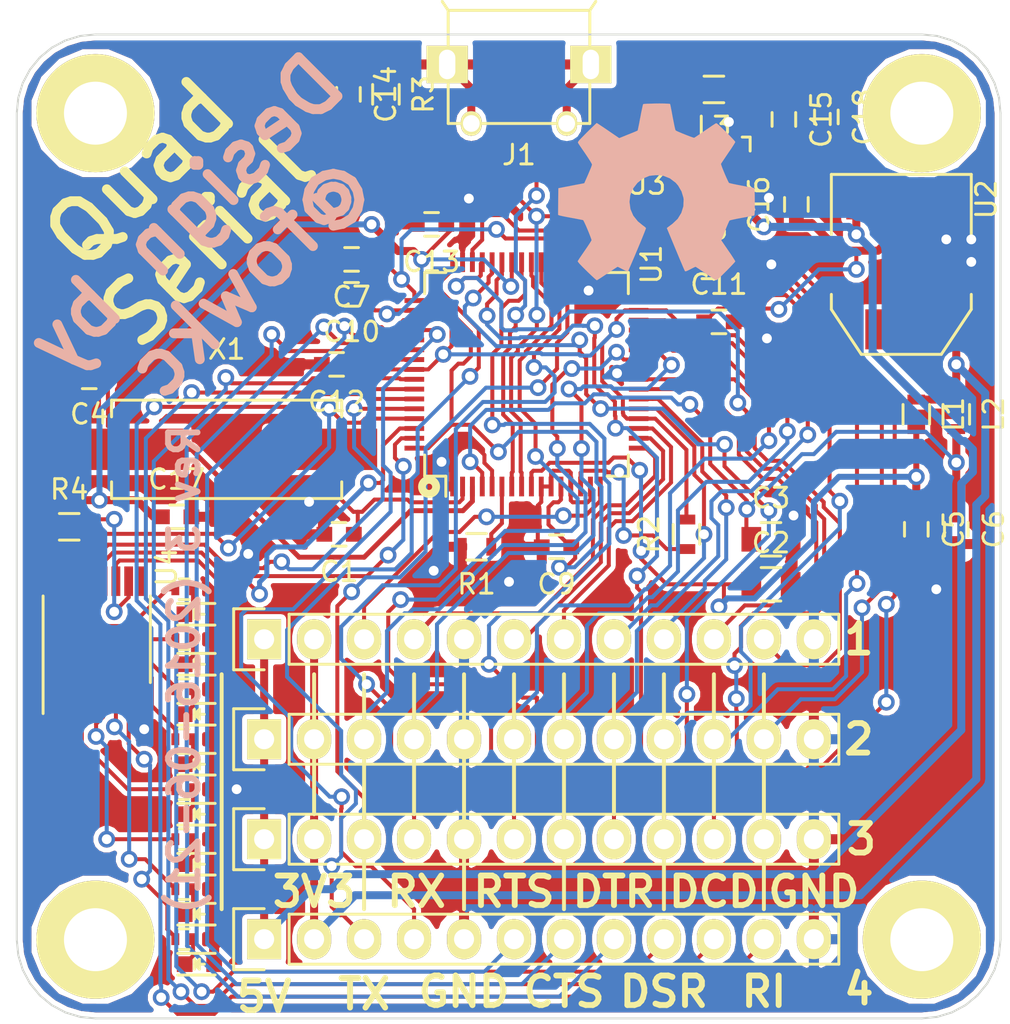
<source format=kicad_pcb>
(kicad_pcb (version 4) (host pcbnew "(2015-11-22 BZR 6327)-product")
  (layers (0 F.Cu signal) (31 B.Cu signal) (34 B.Paste user) (35 F.Paste user) (36 B.SilkS user) (37 F.SilkS user) (38 B.Mask user) (39 F.Mask user) (44 Edge.Cuts user))
  (net 0 "")
  (net 1 "Net-(C1-Pad1)")
  (net 2 "Net-(C2-Pad1)")
  (net 3 "Net-(C3-Pad1)")
  (net 4 "Net-(C4-Pad1)")
  (net 5 +1.8V)
  (net 6 +3.3V)
  (net 7 /USB/SHIELD)
  (net 8 +5V)
  (net 9 /FT4232H/DP)
  (net 10 /FT4232H/DM)
  (net 11 "Net-(J1-Pad1)")
  (net 12 /FT4232H/TXDA)
  (net 13 /FT4232H/RXDA)
  (net 14 /FT4232H/RTSA)
  (net 15 /FT4232H/CTSA)
  (net 16 /FT4232H/DTRA)
  (net 17 /FT4232H/DSRA)
  (net 18 /FT4232H/DCDA)
  (net 19 /FT4232H/RIA)
  (net 20 /FT4232H/TXDB)
  (net 21 /FT4232H/RXDB)
  (net 22 /FT4232H/RTSB)
  (net 23 /FT4232H/CTSB)
  (net 24 /FT4232H/DTRB)
  (net 25 /FT4232H/DSRB)
  (net 26 /FT4232H/DCDB)
  (net 27 /FT4232H/RIB)
  (net 28 /FT4232H/TXDC)
  (net 29 /FT4232H/RXDC)
  (net 30 /FT4232H/RTSC)
  (net 31 /FT4232H/CTSC)
  (net 32 /FT4232H/DTRC)
  (net 33 /FT4232H/DSRC)
  (net 34 /FT4232H/DCDC)
  (net 35 /FT4232H/RIC)
  (net 36 /FT4232H/TXDD)
  (net 37 /FT4232H/RXDD)
  (net 38 /FT4232H/RTSD)
  (net 39 /FT4232H/CTSD)
  (net 40 /FT4232H/DTRD)
  (net 41 /FT4232H/DSRD)
  (net 42 /FT4232H/DCDD)
  (net 43 /FT4232H/RID)
  (net 44 "Net-(R1-Pad1)")
  (net 45 "Net-(R2-Pad1)")
  (net 46 "Net-(R4-Pad2)")
  (net 47 /FT4232H/~LED_EN)
  (net 48 /FT4232H/LED_DATA)
  (net 49 /FT4232H/LED_CLK)
  (net 50 /FT4232H/LED_CS)
  (net 51 GND)
  (net 52 "Net-(R5-Pad1)")
  (net 53 "Net-(R5-Pad2)")
  (net 54 "Net-(R6-Pad1)")
  (net 55 "Net-(R6-Pad2)")
  (net 56 "Net-(R7-Pad1)")
  (net 57 "Net-(R7-Pad2)")
  (net 58 "Net-(R8-Pad1)")
  (net 59 "Net-(R8-Pad2)")
  (net 60 "Net-(R9-Pad1)")
  (net 61 "Net-(R9-Pad2)")
  (net 62 "Net-(R10-Pad1)")
  (net 63 "Net-(R10-Pad2)")
  (net 64 "Net-(R11-Pad1)")
  (net 65 "Net-(R11-Pad2)")
  (net 66 "Net-(R12-Pad1)")
  (net 67 "Net-(R12-Pad2)")
  (module Housings_QFP:LQFP-64_10x10mm_Pitch0.5mm (layer F.Cu) (at 149.987 97.028 90)
    (fp_text reference U1 (at 5.588 6.35 90) (layer F.SilkS))
    (fp_text value FT4232H)
    (pad 1 smd rect (at -5.7 -3.75 90) (size 1 0.25) (layers F.Cu F.Paste F.Mask) (net 51 GND))
    (pad 2 smd rect (at -5.7 -3.25 90) (size 1 0.25) (layers F.Cu F.Paste F.Mask) (net 1 "Net-(C1-Pad1)"))
    (pad 3 smd rect (at -5.7 -2.75 90) (size 1 0.25) (layers F.Cu F.Paste F.Mask) (net 4 "Net-(C4-Pad1)"))
    (pad 4 smd rect (at -5.7 -2.25 90) (size 1 0.25) (layers F.Cu F.Paste F.Mask) (net 3 "Net-(C3-Pad1)"))
    (pad 5 smd rect (at -5.7 -1.75 90) (size 1 0.25) (layers F.Cu F.Paste F.Mask) (net 51 GND))
    (pad 6 smd rect (at -5.7 -1.25 90) (size 1 0.25) (layers F.Cu F.Paste F.Mask) (net 44 "Net-(R1-Pad1)"))
    (pad 7 smd rect (at -5.7 -0.75 90) (size 1 0.25) (layers F.Cu F.Paste F.Mask) (net 10 /FT4232H/DM))
    (pad 8 smd rect (at -5.7 -0.25 90) (size 1 0.25) (layers F.Cu F.Paste F.Mask) (net 9 /FT4232H/DP))
    (pad 9 smd rect (at -5.7 0.25 90) (size 1 0.25) (layers F.Cu F.Paste F.Mask) (net 2 "Net-(C2-Pad1)"))
    (pad 10 smd rect (at -5.7 0.75 90) (size 1 0.25) (layers F.Cu F.Paste F.Mask) (net 51 GND))
    (pad 11 smd rect (at -5.7 1.25 90) (size 1 0.25) (layers F.Cu F.Paste F.Mask) (net 51 GND))
    (pad 12 smd rect (at -5.7 1.75 90) (size 1 0.25) (layers F.Cu F.Paste F.Mask) (net 5 +1.8V))
    (pad 13 smd rect (at -5.7 2.25 90) (size 1 0.25) (layers F.Cu F.Paste F.Mask) (net 51 GND))
    (pad 14 smd rect (at -5.7 2.75 90) (size 1 0.25) (layers F.Cu F.Paste F.Mask) (net 45 "Net-(R2-Pad1)"))
    (pad 15 smd rect (at -5.7 3.25 90) (size 1 0.25) (layers F.Cu F.Paste F.Mask) (net 51 GND))
    (pad 16 smd rect (at -5.7 3.75 90) (size 1 0.25) (layers F.Cu F.Paste F.Mask) (net 12 /FT4232H/TXDA))
    (pad 17 smd rect (at -3.75 5.7 180) (size 1 0.25) (layers F.Cu F.Paste F.Mask) (net 13 /FT4232H/RXDA))
    (pad 18 smd rect (at -3.25 5.7 180) (size 1 0.25) (layers F.Cu F.Paste F.Mask) (net 14 /FT4232H/RTSA))
    (pad 19 smd rect (at -2.75 5.7 180) (size 1 0.25) (layers F.Cu F.Paste F.Mask) (net 15 /FT4232H/CTSA))
    (pad 20 smd rect (at -2.25 5.7 180) (size 1 0.25) (layers F.Cu F.Paste F.Mask) (net 6 +3.3V))
    (pad 21 smd rect (at -1.75 5.7 180) (size 1 0.25) (layers F.Cu F.Paste F.Mask) (net 16 /FT4232H/DTRA))
    (pad 22 smd rect (at -1.25 5.7 180) (size 1 0.25) (layers F.Cu F.Paste F.Mask) (net 17 /FT4232H/DSRA))
    (pad 23 smd rect (at -0.75 5.7 180) (size 1 0.25) (layers F.Cu F.Paste F.Mask) (net 18 /FT4232H/DCDA))
    (pad 24 smd rect (at -0.25 5.7 180) (size 1 0.25) (layers F.Cu F.Paste F.Mask) (net 19 /FT4232H/RIA))
    (pad 25 smd rect (at 0.25 5.7 180) (size 1 0.25) (layers F.Cu F.Paste F.Mask) (net 51 GND))
    (pad 26 smd rect (at 0.75 5.7 180) (size 1 0.25) (layers F.Cu F.Paste F.Mask) (net 20 /FT4232H/TXDB))
    (pad 27 smd rect (at 1.25 5.7 180) (size 1 0.25) (layers F.Cu F.Paste F.Mask) (net 21 /FT4232H/RXDB))
    (pad 28 smd rect (at 1.75 5.7 180) (size 1 0.25) (layers F.Cu F.Paste F.Mask) (net 22 /FT4232H/RTSB))
    (pad 29 smd rect (at 2.25 5.7 180) (size 1 0.25) (layers F.Cu F.Paste F.Mask) (net 23 /FT4232H/CTSB))
    (pad 30 smd rect (at 2.75 5.7 180) (size 1 0.25) (layers F.Cu F.Paste F.Mask) (net 24 /FT4232H/DTRB))
    (pad 31 smd rect (at 3.25 5.7 180) (size 1 0.25) (layers F.Cu F.Paste F.Mask) (net 6 +3.3V))
    (pad 32 smd rect (at 3.75 5.7 180) (size 1 0.25) (layers F.Cu F.Paste F.Mask) (net 25 /FT4232H/DSRB))
    (pad 33 smd rect (at 5.7 3.75 90) (size 1 0.25) (layers F.Cu F.Paste F.Mask) (net 26 /FT4232H/DCDB))
    (pad 34 smd rect (at 5.7 3.25 90) (size 1 0.25) (layers F.Cu F.Paste F.Mask) (net 27 /FT4232H/RIB))
    (pad 35 smd rect (at 5.7 2.75 90) (size 1 0.25) (layers F.Cu F.Paste F.Mask) (net 51 GND))
    (pad 36 smd rect (at 5.7 2.25 90) (size 1 0.25) (layers F.Cu F.Paste F.Mask))
    (pad 37 smd rect (at 5.7 1.75 90) (size 1 0.25) (layers F.Cu F.Paste F.Mask) (net 5 +1.8V))
    (pad 38 smd rect (at 5.7 1.25 90) (size 1 0.25) (layers F.Cu F.Paste F.Mask) (net 28 /FT4232H/TXDC))
    (pad 39 smd rect (at 5.7 0.75 90) (size 1 0.25) (layers F.Cu F.Paste F.Mask) (net 29 /FT4232H/RXDC))
    (pad 40 smd rect (at 5.7 0.25 90) (size 1 0.25) (layers F.Cu F.Paste F.Mask) (net 30 /FT4232H/RTSC))
    (pad 41 smd rect (at 5.7 -0.25 90) (size 1 0.25) (layers F.Cu F.Paste F.Mask) (net 31 /FT4232H/CTSC))
    (pad 42 smd rect (at 5.7 -0.75 90) (size 1 0.25) (layers F.Cu F.Paste F.Mask) (net 6 +3.3V))
    (pad 43 smd rect (at 5.7 -1.25 90) (size 1 0.25) (layers F.Cu F.Paste F.Mask) (net 32 /FT4232H/DTRC))
    (pad 44 smd rect (at 5.7 -1.75 90) (size 1 0.25) (layers F.Cu F.Paste F.Mask) (net 33 /FT4232H/DSRC))
    (pad 45 smd rect (at 5.7 -2.25 90) (size 1 0.25) (layers F.Cu F.Paste F.Mask) (net 34 /FT4232H/DCDC))
    (pad 46 smd rect (at 5.7 -2.75 90) (size 1 0.25) (layers F.Cu F.Paste F.Mask) (net 35 /FT4232H/RIC))
    (pad 47 smd rect (at 5.7 -3.25 90) (size 1 0.25) (layers F.Cu F.Paste F.Mask) (net 51 GND))
    (pad 48 smd rect (at 5.7 -3.75 90) (size 1 0.25) (layers F.Cu F.Paste F.Mask) (net 36 /FT4232H/TXDD))
    (pad 49 smd rect (at 3.75 -5.7 180) (size 1 0.25) (layers F.Cu F.Paste F.Mask) (net 5 +1.8V))
    (pad 50 smd rect (at 3.25 -5.7 180) (size 1 0.25) (layers F.Cu F.Paste F.Mask) (net 6 +3.3V))
    (pad 51 smd rect (at 2.75 -5.7 180) (size 1 0.25) (layers F.Cu F.Paste F.Mask) (net 51 GND))
    (pad 52 smd rect (at 2.25 -5.7 180) (size 1 0.25) (layers F.Cu F.Paste F.Mask) (net 37 /FT4232H/RXDD))
    (pad 53 smd rect (at 1.75 -5.7 180) (size 1 0.25) (layers F.Cu F.Paste F.Mask) (net 38 /FT4232H/RTSD))
    (pad 54 smd rect (at 1.25 -5.7 180) (size 1 0.25) (layers F.Cu F.Paste F.Mask) (net 39 /FT4232H/CTSD))
    (pad 55 smd rect (at 0.75 -5.7 180) (size 1 0.25) (layers F.Cu F.Paste F.Mask) (net 40 /FT4232H/DTRD))
    (pad 56 smd rect (at 0.25 -5.7 180) (size 1 0.25) (layers F.Cu F.Paste F.Mask) (net 6 +3.3V))
    (pad 57 smd rect (at -0.25 -5.7 180) (size 1 0.25) (layers F.Cu F.Paste F.Mask) (net 41 /FT4232H/DSRD))
    (pad 58 smd rect (at -0.75 -5.7 180) (size 1 0.25) (layers F.Cu F.Paste F.Mask) (net 42 /FT4232H/DCDD))
    (pad 59 smd rect (at -1.25 -5.7 180) (size 1 0.25) (layers F.Cu F.Paste F.Mask) (net 43 /FT4232H/RID))
    (pad 60 smd rect (at -1.75 -5.7 180) (size 1 0.25) (layers F.Cu F.Paste F.Mask) (net 47 /FT4232H/~LED_EN))
    (pad 61 smd rect (at -2.25 -5.7 180) (size 1 0.25) (layers F.Cu F.Paste F.Mask) (net 48 /FT4232H/LED_DATA))
    (pad 62 smd rect (at -2.75 -5.7 180) (size 1 0.25) (layers F.Cu F.Paste F.Mask) (net 49 /FT4232H/LED_CLK))
    (pad 63 smd rect (at -3.25 -5.7 180) (size 1 0.25) (layers F.Cu F.Paste F.Mask) (net 50 /FT4232H/LED_CS))
    (pad 64 smd rect (at -3.75 -5.7 180) (size 1 0.25) (layers F.Cu F.Paste F.Mask) (net 5 +1.8V))
  )
  (module Crystals:Crystal_HC49-SD_SMD (layer F.Cu) (at 134.747 100.838)
    (fp_text reference X1 (at 0 -5.08) (layer F.SilkS))
    (fp_text value CRYSTAL)
    (pad 1 smd rect (at -4.84886 0) (size 5.6007 2.10058) (layers F.Cu F.Paste F.Mask) (net 4 "Net-(C4-Pad1)"))
    (pad 2 smd rect (at 4.84886 0) (size 5.6007 2.10058) (layers F.Cu F.Paste F.Mask) (net 1 "Net-(C1-Pad1)"))
  )
  (module Housings_SSOP:TSSOP-16_4.4x5mm_Pitch0.65mm (layer F.Cu) (at 128.143 110.49 90)
    (fp_text reference U4 (at 3.683 3.556 270) (layer F.SilkS))
    (fp_text value 74HC595)
    (pad 1 smd rect (at -2.95 -2.275 90) (size 1.5 0.45) (layers F.Cu F.Paste F.Mask) (net 55 "Net-(R6-Pad2)"))
    (pad 2 smd rect (at -2.95 -1.625 90) (size 1.5 0.45) (layers F.Cu F.Paste F.Mask) (net 57 "Net-(R7-Pad2)"))
    (pad 3 smd rect (at -2.95 -0.975 90) (size 1.5 0.45) (layers F.Cu F.Paste F.Mask) (net 59 "Net-(R8-Pad2)"))
    (pad 4 smd rect (at -2.95 -0.325 90) (size 1.5 0.45) (layers F.Cu F.Paste F.Mask) (net 61 "Net-(R9-Pad2)"))
    (pad 5 smd rect (at -2.95 0.325 90) (size 1.5 0.45) (layers F.Cu F.Paste F.Mask) (net 63 "Net-(R10-Pad2)"))
    (pad 6 smd rect (at -2.95 0.975 90) (size 1.5 0.45) (layers F.Cu F.Paste F.Mask) (net 65 "Net-(R11-Pad2)"))
    (pad 7 smd rect (at -2.95 1.625 90) (size 1.5 0.45) (layers F.Cu F.Paste F.Mask) (net 67 "Net-(R12-Pad2)"))
    (pad 8 smd rect (at -2.95 2.275 90) (size 1.5 0.45) (layers F.Cu F.Paste F.Mask) (net 51 GND))
    (pad 9 smd rect (at 2.95 2.275 90) (size 1.5 0.45) (layers F.Cu F.Paste F.Mask))
    (pad 10 smd rect (at 2.95 1.625 90) (size 1.5 0.45) (layers F.Cu F.Paste F.Mask) (net 46 "Net-(R4-Pad2)"))
    (pad 11 smd rect (at 2.95 0.975 90) (size 1.5 0.45) (layers F.Cu F.Paste F.Mask) (net 49 /FT4232H/LED_CLK))
    (pad 12 smd rect (at 2.95 0.325 90) (size 1.5 0.45) (layers F.Cu F.Paste F.Mask) (net 50 /FT4232H/LED_CS))
    (pad 13 smd rect (at 2.95 -0.325 90) (size 1.5 0.45) (layers F.Cu F.Paste F.Mask) (net 47 /FT4232H/~LED_EN))
    (pad 14 smd rect (at 2.95 -0.975 90) (size 1.5 0.45) (layers F.Cu F.Paste F.Mask) (net 48 /FT4232H/LED_DATA))
    (pad 15 smd rect (at 2.95 -1.625 90) (size 1.5 0.45) (layers F.Cu F.Paste F.Mask) (net 53 "Net-(R5-Pad2)"))
    (pad 16 smd rect (at 2.95 -2.275 90) (size 1.5 0.45) (layers F.Cu F.Paste F.Mask) (net 6 +3.3V))
  )
  (module TO_SOT_Packages_SMD:SOT-143 (layer F.Cu) (at 159.512 87.249 180)
    (fp_text reference U3 (at 3.429 -0.127 360) (layer F.SilkS))
    (fp_text value PRTR5V0U2X)
    (pad 1 smd rect (at -0.76962 1.09982 180) (size 1.19888 1.39954) (layers F.Cu F.Paste F.Mask) (net 51 GND))
    (pad 2 smd rect (at 0.94996 1.09982 180) (size 1.00076 1.39954) (layers F.Cu F.Paste F.Mask) (net 10 /FT4232H/DM))
    (pad 3 smd rect (at 0.94996 -1.09982 180) (size 1.00076 1.39954) (layers F.Cu F.Paste F.Mask) (net 9 /FT4232H/DP))
    (pad 4 smd rect (at -0.94996 -1.09982 180) (size 1.00076 1.39954) (layers F.Cu F.Paste F.Mask) (net 8 +5V))
  )
  (module TO_SOT_Packages_SMD:SOT-223 (layer F.Cu) (at 169.037 91.44 180)
    (fp_text reference U2 (at -4.318 3.302 270) (layer F.SilkS))
    (fp_text value NCP1117ST33T3G)
    (pad 4 smd rect (at 0 -3.302 180) (size 3.6576 2.032) (layers F.Cu F.Paste F.Mask))
    (pad 2 smd rect (at 0 3.302 180) (size 1.016 2.032) (layers F.Cu F.Paste F.Mask) (net 6 +3.3V))
    (pad 3 smd rect (at 2.286 3.302 180) (size 1.016 2.032) (layers F.Cu F.Paste F.Mask) (net 8 +5V))
    (pad 1 smd rect (at -2.286 3.302 180) (size 1.016 2.032) (layers F.Cu F.Paste F.Mask) (net 51 GND))
  )
  (module LEDs:LED-0603 (layer F.Cu) (at 133.3627 111.76)
    (fp_text reference RX1 hide)
    (fp_text value GRN)
    (pad 2 smd rect (at 0.7493 0 180) (size 0.79756 0.79756) (layers F.Cu F.Paste F.Mask) (net 51 GND))
    (pad 1 smd rect (at -0.7493 0 180) (size 0.79756 0.79756) (layers F.Cu F.Paste F.Mask) (net 54 "Net-(R6-Pad1)"))
  )
  (module LEDs:LED-0603 (layer F.Cu) (at 133.3627 116.84)
    (fp_text reference RX2 hide)
    (fp_text value GRN)
    (pad 2 smd rect (at 0.7493 0 180) (size 0.79756 0.79756) (layers F.Cu F.Paste F.Mask) (net 51 GND))
    (pad 1 smd rect (at -0.7493 0 180) (size 0.79756 0.79756) (layers F.Cu F.Paste F.Mask) (net 58 "Net-(R8-Pad1)"))
  )
  (module LEDs:LED-0603 (layer F.Cu) (at 133.3627 121.92)
    (fp_text reference RX3 hide)
    (fp_text value GRN)
    (pad 2 smd rect (at 0.7493 0 180) (size 0.79756 0.79756) (layers F.Cu F.Paste F.Mask) (net 51 GND))
    (pad 1 smd rect (at -0.7493 0 180) (size 0.79756 0.79756) (layers F.Cu F.Paste F.Mask) (net 62 "Net-(R10-Pad1)"))
  )
  (module LEDs:LED-0603 (layer F.Cu) (at 133.3627 127)
    (fp_text reference RX4 hide)
    (fp_text value GRN)
    (pad 2 smd rect (at 0.7493 0 180) (size 0.79756 0.79756) (layers F.Cu F.Paste F.Mask) (net 51 GND))
    (pad 1 smd rect (at -0.7493 0 180) (size 0.79756 0.79756) (layers F.Cu F.Paste F.Mask) (net 66 "Net-(R12-Pad1)"))
  )
  (module LEDs:LED-0603 (layer F.Cu) (at 133.35 109.22)
    (fp_text reference TX1 hide)
    (fp_text value RED)
    (pad 2 smd rect (at 0.7493 0 180) (size 0.79756 0.79756) (layers F.Cu F.Paste F.Mask) (net 51 GND))
    (pad 1 smd rect (at -0.7493 0 180) (size 0.79756 0.79756) (layers F.Cu F.Paste F.Mask) (net 52 "Net-(R5-Pad1)"))
  )
  (module LEDs:LED-0603 (layer F.Cu) (at 133.3627 114.3)
    (fp_text reference TX2 hide)
    (fp_text value RED)
    (pad 2 smd rect (at 0.7493 0 180) (size 0.79756 0.79756) (layers F.Cu F.Paste F.Mask) (net 51 GND))
    (pad 1 smd rect (at -0.7493 0 180) (size 0.79756 0.79756) (layers F.Cu F.Paste F.Mask) (net 56 "Net-(R7-Pad1)"))
  )
  (module LEDs:LED-0603 (layer F.Cu) (at 133.3627 119.38)
    (fp_text reference TX3 hide)
    (fp_text value RED)
    (pad 2 smd rect (at 0.7493 0 180) (size 0.79756 0.79756) (layers F.Cu F.Paste F.Mask) (net 51 GND))
    (pad 1 smd rect (at -0.7493 0 180) (size 0.79756 0.79756) (layers F.Cu F.Paste F.Mask) (net 60 "Net-(R9-Pad1)"))
  )
  (module LEDs:LED-0603 (layer F.Cu) (at 133.3627 124.46)
    (fp_text reference TX4 hide)
    (fp_text value RED)
    (pad 2 smd rect (at 0.7493 0 180) (size 0.79756 0.79756) (layers F.Cu F.Paste F.Mask) (net 51 GND))
    (pad 1 smd rect (at -0.7493 0 180) (size 0.79756 0.79756) (layers F.Cu F.Paste F.Mask) (net 64 "Net-(R11-Pad1)"))
  )
  (module usb-connectors:USB-MICRO-B-SMD (layer F.Cu) (at 149.606 81.28 180)
    (fp_text reference J1 (at 0 -4.6 180) (layer F.SilkS))
    (fp_text value USB-MINI-B-SMD)
    (pad 1 smd rect (at -1.3 -2.675 180) (size 0.4 1.35) (layers F.Cu F.Paste F.Mask) (net 11 "Net-(J1-Pad1)"))
    (pad 2 smd rect (at -0.65 -2.675 180) (size 0.4 1.35) (layers F.Cu F.Paste F.Mask) (net 10 /FT4232H/DM))
    (pad 3 smd rect (at 0 -2.675 180) (size 0.4 1.35) (layers F.Cu F.Paste F.Mask) (net 9 /FT4232H/DP))
    (pad 4 smd rect (at 0.65 -2.675 180) (size 0.4 1.35) (layers F.Cu F.Paste F.Mask))
    (pad 5 smd rect (at 1.3 -2.675 180) (size 0.4 1.35) (layers F.Cu F.Paste F.Mask) (net 51 GND))
    (pad 6 thru_hole oval (at 2.425 -3 180) (size 1.05 1.25) (drill 0.85) (layers *.Cu *.Mask F.SilkS) (net 7 /USB/SHIELD))
    (pad 6 thru_hole oval (at -2.425 -3 180) (size 1.05 1.25) (drill 0.85) (layers *.Cu *.Mask F.SilkS) (net 7 /USB/SHIELD))
    (pad 6 smd rect (at -1.15 0 180) (size 1.8 1.9) (layers F.Cu F.Paste F.Mask) (net 7 /USB/SHIELD))
    (pad 6 smd rect (at 1.15 0 180) (size 1.8 1.9) (layers F.Cu F.Paste F.Mask) (net 7 /USB/SHIELD))
    (pad 6 thru_hole rect (at 3.65 0 180) (size 2.1 1.9) (drill oval 0.83 1.5) (layers *.Cu *.Mask F.SilkS) (net 7 /USB/SHIELD))
    (pad 6 thru_hole rect (at -3.65 0 180) (size 2.1 1.9) (drill oval 0.83 1.5) (layers *.Cu *.Mask F.SilkS) (net 7 /USB/SHIELD))
  )
  (module sick-of-beige:DP5050 (layer F.Cu) (at 124.079 79.756)
    (fp_text reference "" (at 0 0) (layer F.SilkS))
    (fp_text value "" (at 0 0) (layer F.SilkS))
    (fp_line (start 46.7803 0.076859) (end 47.5307 0.304474) (layer Edge.Cuts) (width 0.1))
    (fp_line (start 47.5307 0.304474) (end 48.2223 0.674118) (layer Edge.Cuts) (width 0.1))
    (fp_line (start 48.2223 0.674118) (end 48.8284 1.17157) (layer Edge.Cuts) (width 0.1))
    (fp_line (start 48.8284 1.17157) (end 49.3259 1.77771) (layer Edge.Cuts) (width 0.1))
    (fp_line (start 49.3259 1.77771) (end 49.6955 2.46925) (layer Edge.Cuts) (width 0.1))
    (fp_line (start 49.6955 2.46925) (end 49.9231 3.21964) (layer Edge.Cuts) (width 0.1))
    (fp_line (start 49.9231 3.21964) (end 50 4) (layer Edge.Cuts) (width 0.1))
    (fp_line (start 50 4) (end 50 46) (layer Edge.Cuts) (width 0.1))
    (fp_line (start 50 46) (end 49.9231 46.7803) (layer Edge.Cuts) (width 0.1))
    (fp_line (start 49.9231 46.7803) (end 49.6955 47.5307) (layer Edge.Cuts) (width 0.1))
    (fp_line (start 49.6955 47.5307) (end 49.3259 48.2223) (layer Edge.Cuts) (width 0.1))
    (fp_line (start 49.3259 48.2223) (end 48.8284 48.8284) (layer Edge.Cuts) (width 0.1))
    (fp_line (start 48.8284 48.8284) (end 48.2223 49.3259) (layer Edge.Cuts) (width 0.1))
    (fp_line (start 48.2223 49.3259) (end 47.5307 49.6955) (layer Edge.Cuts) (width 0.1))
    (fp_line (start 47.5307 49.6955) (end 46.7803 49.9231) (layer Edge.Cuts) (width 0.1))
    (fp_line (start 46.7803 49.9231) (end 46 50) (layer Edge.Cuts) (width 0.1))
    (fp_line (start 46 50) (end 4 50) (layer Edge.Cuts) (width 0.1))
    (fp_line (start 4 50) (end 3.21964 49.9231) (layer Edge.Cuts) (width 0.1))
    (fp_line (start 3.21964 49.9231) (end 2.46925 49.6955) (layer Edge.Cuts) (width 0.1))
    (fp_line (start 2.46925 49.6955) (end 1.77771 49.3259) (layer Edge.Cuts) (width 0.1))
    (fp_line (start 1.77771 49.3259) (end 1.17157 48.8284) (layer Edge.Cuts) (width 0.1))
    (fp_line (start 1.17157 48.8284) (end 0.674118 48.2223) (layer Edge.Cuts) (width 0.1))
    (fp_line (start 0.674118 48.2223) (end 0.304474 47.5307) (layer Edge.Cuts) (width 0.1))
    (fp_line (start 0.304474 47.5307) (end 0.076859 46.7803) (layer Edge.Cuts) (width 0.1))
    (fp_line (start 0.076859 46.7803) (end 0 46) (layer Edge.Cuts) (width 0.1))
    (fp_line (start 0 46) (end 0 4) (layer Edge.Cuts) (width 0.1))
    (fp_line (start 0 4) (end 0.076859 3.21964) (layer Edge.Cuts) (width 0.1))
    (fp_line (start 0.076859 3.21964) (end 0.304474 2.46925) (layer Edge.Cuts) (width 0.1))
    (fp_line (start 0.304474 2.46925) (end 0.674118 1.77771) (layer Edge.Cuts) (width 0.1))
    (fp_line (start 0.674118 1.77771) (end 1.17157 1.17157) (layer Edge.Cuts) (width 0.1))
    (fp_line (start 1.17157 1.17157) (end 1.77771 0.674118) (layer Edge.Cuts) (width 0.1))
    (fp_line (start 1.77771 0.674118) (end 2.46925 0.304474) (layer Edge.Cuts) (width 0.1))
    (fp_line (start 2.46925 0.304474) (end 3.21964 0.076859) (layer Edge.Cuts) (width 0.1))
    (fp_line (start 3.21964 0.076859) (end 3.99998 0) (layer Edge.Cuts) (width 0.1))
    (fp_line (start 3.99998 0) (end 46 0) (layer Edge.Cuts) (width 0.1))
    (fp_line (start 46 0) (end 46.7803 0.076859) (layer Edge.Cuts) (width 0.1))
    (pad "" np_thru_hole circle (at 46 4) (size 6 6) (drill 3.2) (layers *.Cu *.Mask F.SilkS))
    (pad "" np_thru_hole circle (at 4 4) (size 6 6) (drill 3.2) (layers *.Cu *.Mask F.SilkS))
    (pad "" np_thru_hole circle (at 46 46) (size 6 6) (drill 3.2) (layers *.Cu *.Mask F.SilkS))
    (pad "" np_thru_hole circle (at 4 46) (size 6 6) (drill 3.2) (layers *.Cu *.Mask F.SilkS))
  )
  (module Pin_Headers:Pin_Header_Straight_1x12 (layer F.Cu) (at 136.652 110.49 90)
    (fp_text reference P1 hide)
    (fp_text value CONN_12)
    (pad 1 thru_hole rect (at 0 0 90) (size 2.032 1.7272) (drill 1.016) (layers *.Cu *.Mask F.SilkS) (net 8 +5V))
    (pad 2 thru_hole oval (at 0 2.54 90) (size 2.032 1.7272) (drill 1.016) (layers *.Cu *.Mask F.SilkS) (net 6 +3.3V))
    (pad 3 thru_hole oval (at 0 5.08 90) (size 2.032 1.7272) (drill 1.016) (layers *.Cu *.Mask F.SilkS) (net 12 /FT4232H/TXDA))
    (pad 4 thru_hole oval (at 0 7.62 90) (size 2.032 1.7272) (drill 1.016) (layers *.Cu *.Mask F.SilkS) (net 13 /FT4232H/RXDA))
    (pad 5 thru_hole oval (at 0 10.16 90) (size 2.032 1.7272) (drill 1.016) (layers *.Cu *.Mask F.SilkS) (net 51 GND))
    (pad 6 thru_hole oval (at 0 12.7 90) (size 2.032 1.7272) (drill 1.016) (layers *.Cu *.Mask F.SilkS) (net 14 /FT4232H/RTSA))
    (pad 7 thru_hole oval (at 0 15.24 90) (size 2.032 1.7272) (drill 1.016) (layers *.Cu *.Mask F.SilkS) (net 15 /FT4232H/CTSA))
    (pad 8 thru_hole oval (at 0 17.78 90) (size 2.032 1.7272) (drill 1.016) (layers *.Cu *.Mask F.SilkS) (net 16 /FT4232H/DTRA))
    (pad 9 thru_hole oval (at 0 20.32 90) (size 2.032 1.7272) (drill 1.016) (layers *.Cu *.Mask F.SilkS) (net 17 /FT4232H/DSRA))
    (pad 10 thru_hole oval (at 0 22.86 90) (size 2.032 1.7272) (drill 1.016) (layers *.Cu *.Mask F.SilkS) (net 18 /FT4232H/DCDA))
    (pad 11 thru_hole oval (at 0 25.4 90) (size 2.032 1.7272) (drill 1.016) (layers *.Cu *.Mask F.SilkS) (net 19 /FT4232H/RIA))
    (pad 12 thru_hole oval (at 0 27.94 90) (size 2.032 1.7272) (drill 1.016) (layers *.Cu *.Mask F.SilkS) (net 51 GND))
  )
  (module Pin_Headers:Pin_Header_Straight_1x12 (layer F.Cu) (at 136.652 115.57 90)
    (fp_text reference P2 hide)
    (fp_text value CONN_12)
    (pad 1 thru_hole rect (at 0 0 90) (size 2.032 1.7272) (drill 1.016) (layers *.Cu *.Mask F.SilkS) (net 8 +5V))
    (pad 2 thru_hole oval (at 0 2.54 90) (size 2.032 1.7272) (drill 1.016) (layers *.Cu *.Mask F.SilkS) (net 6 +3.3V))
    (pad 3 thru_hole oval (at 0 5.08 90) (size 2.032 1.7272) (drill 1.016) (layers *.Cu *.Mask F.SilkS) (net 20 /FT4232H/TXDB))
    (pad 4 thru_hole oval (at 0 7.62 90) (size 2.032 1.7272) (drill 1.016) (layers *.Cu *.Mask F.SilkS) (net 21 /FT4232H/RXDB))
    (pad 5 thru_hole oval (at 0 10.16 90) (size 2.032 1.7272) (drill 1.016) (layers *.Cu *.Mask F.SilkS) (net 51 GND))
    (pad 6 thru_hole oval (at 0 12.7 90) (size 2.032 1.7272) (drill 1.016) (layers *.Cu *.Mask F.SilkS) (net 22 /FT4232H/RTSB))
    (pad 7 thru_hole oval (at 0 15.24 90) (size 2.032 1.7272) (drill 1.016) (layers *.Cu *.Mask F.SilkS) (net 23 /FT4232H/CTSB))
    (pad 8 thru_hole oval (at 0 17.78 90) (size 2.032 1.7272) (drill 1.016) (layers *.Cu *.Mask F.SilkS) (net 24 /FT4232H/DTRB))
    (pad 9 thru_hole oval (at 0 20.32 90) (size 2.032 1.7272) (drill 1.016) (layers *.Cu *.Mask F.SilkS) (net 25 /FT4232H/DSRB))
    (pad 10 thru_hole oval (at 0 22.86 90) (size 2.032 1.7272) (drill 1.016) (layers *.Cu *.Mask F.SilkS) (net 26 /FT4232H/DCDB))
    (pad 11 thru_hole oval (at 0 25.4 90) (size 2.032 1.7272) (drill 1.016) (layers *.Cu *.Mask F.SilkS) (net 27 /FT4232H/RIB))
    (pad 12 thru_hole oval (at 0 27.94 90) (size 2.032 1.7272) (drill 1.016) (layers *.Cu *.Mask F.SilkS) (net 51 GND))
  )
  (module Pin_Headers:Pin_Header_Straight_1x12 (layer F.Cu) (at 136.652 120.65 90)
    (fp_text reference P3 hide)
    (fp_text value CONN_12)
    (pad 1 thru_hole rect (at 0 0 90) (size 2.032 1.7272) (drill 1.016) (layers *.Cu *.Mask F.SilkS) (net 8 +5V))
    (pad 2 thru_hole oval (at 0 2.54 90) (size 2.032 1.7272) (drill 1.016) (layers *.Cu *.Mask F.SilkS) (net 6 +3.3V))
    (pad 3 thru_hole oval (at 0 5.08 90) (size 2.032 1.7272) (drill 1.016) (layers *.Cu *.Mask F.SilkS) (net 28 /FT4232H/TXDC))
    (pad 4 thru_hole oval (at 0 7.62 90) (size 2.032 1.7272) (drill 1.016) (layers *.Cu *.Mask F.SilkS) (net 29 /FT4232H/RXDC))
    (pad 5 thru_hole oval (at 0 10.16 90) (size 2.032 1.7272) (drill 1.016) (layers *.Cu *.Mask F.SilkS) (net 51 GND))
    (pad 6 thru_hole oval (at 0 12.7 90) (size 2.032 1.7272) (drill 1.016) (layers *.Cu *.Mask F.SilkS) (net 30 /FT4232H/RTSC))
    (pad 7 thru_hole oval (at 0 15.24 90) (size 2.032 1.7272) (drill 1.016) (layers *.Cu *.Mask F.SilkS) (net 31 /FT4232H/CTSC))
    (pad 8 thru_hole oval (at 0 17.78 90) (size 2.032 1.7272) (drill 1.016) (layers *.Cu *.Mask F.SilkS) (net 32 /FT4232H/DTRC))
    (pad 9 thru_hole oval (at 0 20.32 90) (size 2.032 1.7272) (drill 1.016) (layers *.Cu *.Mask F.SilkS) (net 33 /FT4232H/DSRC))
    (pad 10 thru_hole oval (at 0 22.86 90) (size 2.032 1.7272) (drill 1.016) (layers *.Cu *.Mask F.SilkS) (net 34 /FT4232H/DCDC))
    (pad 11 thru_hole oval (at 0 25.4 90) (size 2.032 1.7272) (drill 1.016) (layers *.Cu *.Mask F.SilkS) (net 35 /FT4232H/RIC))
    (pad 12 thru_hole oval (at 0 27.94 90) (size 2.032 1.7272) (drill 1.016) (layers *.Cu *.Mask F.SilkS) (net 51 GND))
  )
  (module Pin_Headers:Pin_Header_Straight_1x12 (layer F.Cu) (at 136.652 125.73 90)
    (fp_text reference P4 hide)
    (fp_text value CONN_12)
    (pad 1 thru_hole rect (at 0 0 90) (size 2.032 1.7272) (drill 1.016) (layers *.Cu *.Mask F.SilkS) (net 8 +5V))
    (pad 2 thru_hole oval (at 0 2.54 90) (size 2.032 1.7272) (drill 1.016) (layers *.Cu *.Mask F.SilkS) (net 6 +3.3V))
    (pad 3 thru_hole oval (at 0 5.08 90) (size 2.032 1.7272) (drill 1.016) (layers *.Cu *.Mask F.SilkS) (net 36 /FT4232H/TXDD))
    (pad 4 thru_hole oval (at 0 7.62 90) (size 2.032 1.7272) (drill 1.016) (layers *.Cu *.Mask F.SilkS) (net 37 /FT4232H/RXDD))
    (pad 5 thru_hole oval (at 0 10.16 90) (size 2.032 1.7272) (drill 1.016) (layers *.Cu *.Mask F.SilkS) (net 51 GND))
    (pad 6 thru_hole oval (at 0 12.7 90) (size 2.032 1.7272) (drill 1.016) (layers *.Cu *.Mask F.SilkS) (net 38 /FT4232H/RTSD))
    (pad 7 thru_hole oval (at 0 15.24 90) (size 2.032 1.7272) (drill 1.016) (layers *.Cu *.Mask F.SilkS) (net 39 /FT4232H/CTSD))
    (pad 8 thru_hole oval (at 0 17.78 90) (size 2.032 1.7272) (drill 1.016) (layers *.Cu *.Mask F.SilkS) (net 40 /FT4232H/DTRD))
    (pad 9 thru_hole oval (at 0 20.32 90) (size 2.032 1.7272) (drill 1.016) (layers *.Cu *.Mask F.SilkS) (net 41 /FT4232H/DSRD))
    (pad 10 thru_hole oval (at 0 22.86 90) (size 2.032 1.7272) (drill 1.016) (layers *.Cu *.Mask F.SilkS) (net 42 /FT4232H/DCDD))
    (pad 11 thru_hole oval (at 0 25.4 90) (size 2.032 1.7272) (drill 1.016) (layers *.Cu *.Mask F.SilkS) (net 43 /FT4232H/RID))
    (pad 12 thru_hole oval (at 0 27.94 90) (size 2.032 1.7272) (drill 1.016) (layers *.Cu *.Mask F.SilkS) (net 51 GND))
  )
  (module OSHW-logo:OSHW-logo_silkscreen-back_10mm (layer B.Cu) (at 156.591 87.757 180)
    (fp_text reference G*** hide)
    (fp_text value OSHW-logo_silkscreen-back_10mm hide)
  )
  (module Capacitors_SMD:C_0603 (layer F.Cu) (at 140.462 105.156 180)
    (fp_text reference C1 (at 0 -1.9 180) (layer F.SilkS))
    (fp_text value 22p)
    (pad 1 smd rect (at -0.75 0 180) (size 0.8 0.75) (layers F.Cu F.Paste F.Mask) (net 1 "Net-(C1-Pad1)"))
    (pad 2 smd rect (at 0.75 0 180) (size 0.8 0.75) (layers F.Cu F.Paste F.Mask) (net 51 GND))
  )
  (module Capacitors_SMD:C_0805 (layer F.Cu) (at 162.413 107.696)
    (fp_text reference C2 (at 0 -2.1) (layer F.SilkS))
    (fp_text value 4u7)
    (pad 1 smd rect (at -1 0) (size 1 1.25) (layers F.Cu F.Paste F.Mask) (net 2 "Net-(C2-Pad1)"))
    (pad 2 smd rect (at 1 0) (size 1 1.25) (layers F.Cu F.Paste F.Mask) (net 51 GND))
  )
  (module Capacitors_SMD:C_0805 (layer F.Cu) (at 162.413 105.41)
    (fp_text reference C3 (at 0 -2.1) (layer F.SilkS))
    (fp_text value 4u7)
    (pad 1 smd rect (at -1 0) (size 1 1.25) (layers F.Cu F.Paste F.Mask) (net 3 "Net-(C3-Pad1)"))
    (pad 2 smd rect (at 1 0) (size 1 1.25) (layers F.Cu F.Paste F.Mask) (net 51 GND))
  )
  (module Capacitors_SMD:C_0603 (layer F.Cu) (at 127.762 97.155 180)
    (fp_text reference C4 (at 0 -1.9 180) (layer F.SilkS))
    (fp_text value 22p)
    (pad 1 smd rect (at -0.75 0 180) (size 0.8 0.75) (layers F.Cu F.Paste F.Mask) (net 4 "Net-(C4-Pad1)"))
    (pad 2 smd rect (at 0.75 0 180) (size 0.8 0.75) (layers F.Cu F.Paste F.Mask) (net 51 GND))
  )
  (module Capacitors_SMD:C_0603 (layer F.Cu) (at 169.799 104.902 270)
    (fp_text reference C5 (at 0 -1.9 270) (layer F.SilkS))
    (fp_text value 100n)
    (pad 1 smd rect (at -0.75 0 270) (size 0.8 0.75) (layers F.Cu F.Paste F.Mask) (net 2 "Net-(C2-Pad1)"))
    (pad 2 smd rect (at 0.75 0 270) (size 0.8 0.75) (layers F.Cu F.Paste F.Mask) (net 51 GND))
  )
  (module Capacitors_SMD:C_0603 (layer F.Cu) (at 171.831 104.902 270)
    (fp_text reference C6 (at 0 -1.9 270) (layer F.SilkS))
    (fp_text value 100n)
    (pad 1 smd rect (at -0.75 0 270) (size 0.8 0.75) (layers F.Cu F.Paste F.Mask) (net 3 "Net-(C3-Pad1)"))
    (pad 2 smd rect (at 0.75 0 270) (size 0.8 0.75) (layers F.Cu F.Paste F.Mask) (net 51 GND))
  )
  (module Capacitors_SMD:C_0603 (layer F.Cu) (at 141.097 91.186 180)
    (fp_text reference C7 (at 0 -1.9 180) (layer F.SilkS))
    (fp_text value 100n)
    (pad 1 smd rect (at -0.75 0 180) (size 0.8 0.75) (layers F.Cu F.Paste F.Mask) (net 5 +1.8V))
    (pad 2 smd rect (at 0.75 0 180) (size 0.8 0.75) (layers F.Cu F.Paste F.Mask) (net 51 GND))
  )
  (module Capacitors_SMD:C_0603 (layer F.Cu) (at 159.258 91.567)
    (fp_text reference C8 (at 0 -1.9) (layer F.SilkS))
    (fp_text value 100n)
    (pad 1 smd rect (at -0.75 0) (size 0.8 0.75) (layers F.Cu F.Paste F.Mask) (net 5 +1.8V))
    (pad 2 smd rect (at 0.75 0) (size 0.8 0.75) (layers F.Cu F.Paste F.Mask) (net 51 GND))
  )
  (module Capacitors_SMD:C_0603 (layer F.Cu) (at 151.511 105.791 180)
    (fp_text reference C9 (at 0 -1.9 180) (layer F.SilkS))
    (fp_text value 100n)
    (pad 1 smd rect (at -0.75 0 180) (size 0.8 0.75) (layers F.Cu F.Paste F.Mask) (net 5 +1.8V))
    (pad 2 smd rect (at 0.75 0 180) (size 0.8 0.75) (layers F.Cu F.Paste F.Mask) (net 51 GND))
  )
  (module Capacitors_SMD:C_0603 (layer F.Cu) (at 141.097 92.964 180)
    (fp_text reference C10 (at 0 -1.9 180) (layer F.SilkS))
    (fp_text value 100n)
    (pad 1 smd rect (at -0.75 0 180) (size 0.8 0.75) (layers F.Cu F.Paste F.Mask) (net 6 +3.3V))
    (pad 2 smd rect (at 0.75 0 180) (size 0.8 0.75) (layers F.Cu F.Paste F.Mask) (net 51 GND))
  )
  (module Capacitors_SMD:C_0603 (layer F.Cu) (at 159.766 94.361)
    (fp_text reference C11 (at 0 -1.9) (layer F.SilkS))
    (fp_text value 100n)
    (pad 1 smd rect (at -0.75 0) (size 0.8 0.75) (layers F.Cu F.Paste F.Mask) (net 6 +3.3V))
    (pad 2 smd rect (at 0.75 0) (size 0.8 0.75) (layers F.Cu F.Paste F.Mask) (net 51 GND))
  )
  (module Capacitors_SMD:C_0603 (layer F.Cu) (at 140.335 96.52 180)
    (fp_text reference C12 (at 0 -1.9 180) (layer F.SilkS))
    (fp_text value 100n)
    (pad 1 smd rect (at -0.75 0 180) (size 0.8 0.75) (layers F.Cu F.Paste F.Mask) (net 6 +3.3V))
    (pad 2 smd rect (at 0.75 0 180) (size 0.8 0.75) (layers F.Cu F.Paste F.Mask) (net 51 GND))
  )
  (module Capacitors_SMD:C_0603 (layer F.Cu) (at 145.161 89.408 180)
    (fp_text reference C13 (at 0 -1.9 180) (layer F.SilkS))
    (fp_text value 100n)
    (pad 1 smd rect (at -0.75 0 180) (size 0.8 0.75) (layers F.Cu F.Paste F.Mask) (net 6 +3.3V))
    (pad 2 smd rect (at 0.75 0 180) (size 0.8 0.75) (layers F.Cu F.Paste F.Mask) (net 51 GND))
  )
  (module Capacitors_SMD:C_0603 (layer F.Cu) (at 140.937204 82.799662 270)
    (fp_text reference C14 (at 0 -1.9 270) (layer F.SilkS))
    (fp_text value 4n7)
    (pad 1 smd rect (at -0.75 0 270) (size 0.8 0.75) (layers F.Cu F.Paste F.Mask) (net 7 /USB/SHIELD))
    (pad 2 smd rect (at 0.75 0 270) (size 0.8 0.75) (layers F.Cu F.Paste F.Mask) (net 51 GND))
  )
  (module Capacitors_SMD:C_0603 (layer F.Cu) (at 163.068 84.074 270)
    (fp_text reference C15 (at 0 -1.9 270) (layer F.SilkS))
    (fp_text value 100n)
    (pad 1 smd rect (at -0.75 0 270) (size 0.8 0.75) (layers F.Cu F.Paste F.Mask) (net 8 +5V))
    (pad 2 smd rect (at 0.75 0 270) (size 0.8 0.75) (layers F.Cu F.Paste F.Mask) (net 51 GND))
  )
  (module Capacitors_SMD:C_0603 (layer F.Cu) (at 163.703 88.392 90)
    (fp_text reference C16 (at 0 -1.9 90) (layer F.SilkS))
    (fp_text value 100n)
    (pad 1 smd rect (at -0.75 0 90) (size 0.8 0.75) (layers F.Cu F.Paste F.Mask) (net 6 +3.3V))
    (pad 2 smd rect (at 0.75 0 90) (size 0.8 0.75) (layers F.Cu F.Paste F.Mask) (net 51 GND))
  )
  (module Capacitors_SMD:C_0603 (layer F.Cu) (at 132.207 104.267)
    (fp_text reference C17 (at 0 -1.9) (layer F.SilkS))
    (fp_text value 100n)
    (pad 1 smd rect (at -0.75 0) (size 0.8 0.75) (layers F.Cu F.Paste F.Mask) (net 6 +3.3V))
    (pad 2 smd rect (at 0.75 0) (size 0.8 0.75) (layers F.Cu F.Paste F.Mask) (net 51 GND))
  )
  (module Capacitors_SMD:C_0603 (layer F.Cu) (at 165.227 83.947 270)
    (fp_text reference C18 (at 0 -1.9 270) (layer F.SilkS))
    (fp_text value 10u)
    (pad 1 smd rect (at -0.75 0 270) (size 0.8 0.75) (layers F.Cu F.Paste F.Mask) (net 8 +5V))
    (pad 2 smd rect (at 0.75 0 270) (size 0.8 0.75) (layers F.Cu F.Paste F.Mask) (net 51 GND))
  )
  (module Resistors_SMD:R_0603 (layer F.Cu) (at 169.799 99.06 270)
    (fp_text reference L1 (at 0 -1.9 270) (layer F.SilkS))
    (fp_text value 220nH)
    (pad 1 smd rect (at -0.75 0 270) (size 0.5 0.9) (layers F.Cu F.Paste F.Mask) (net 6 +3.3V))
    (pad 2 smd rect (at 0.75 0 270) (size 0.5 0.9) (layers F.Cu F.Paste F.Mask) (net 2 "Net-(C2-Pad1)"))
  )
  (module Resistors_SMD:R_0603 (layer F.Cu) (at 171.831 99.06 270)
    (fp_text reference L2 (at 0 -1.9 270) (layer F.SilkS))
    (fp_text value 220nH)
    (pad 1 smd rect (at -0.75 0 270) (size 0.5 0.9) (layers F.Cu F.Paste F.Mask) (net 6 +3.3V))
    (pad 2 smd rect (at 0.75 0 270) (size 0.5 0.9) (layers F.Cu F.Paste F.Mask) (net 3 "Net-(C3-Pad1)"))
  )
  (module Resistors_SMD:R_0603 (layer F.Cu) (at 159.512 82.55 180)
    (fp_text reference L3 (at 0 -1.9 180) (layer F.SilkS))
    (fp_text value 220R@100MHz)
    (pad 1 smd rect (at -0.75 0 180) (size 0.5 0.9) (layers F.Cu F.Paste F.Mask) (net 8 +5V))
    (pad 2 smd rect (at 0.75 0 180) (size 0.5 0.9) (layers F.Cu F.Paste F.Mask) (net 11 "Net-(J1-Pad1)"))
  )
  (module Resistors_SMD:R_0603 (layer F.Cu) (at 147.447 105.791 180)
    (fp_text reference R1 (at 0 -1.9 180) (layer F.SilkS))
    (fp_text value 12K)
    (pad 1 smd rect (at -0.75 0 180) (size 0.5 0.9) (layers F.Cu F.Paste F.Mask) (net 44 "Net-(R1-Pad1)"))
    (pad 2 smd rect (at 0.75 0 180) (size 0.5 0.9) (layers F.Cu F.Paste F.Mask) (net 51 GND))
  )
  (module Resistors_SMD:R_0603 (layer F.Cu) (at 158.115 105.156 90)
    (fp_text reference R2 (at 0 -1.9 90) (layer F.SilkS))
    (fp_text value 1K)
    (pad 1 smd rect (at -0.75 0 90) (size 0.5 0.9) (layers F.Cu F.Paste F.Mask) (net 45 "Net-(R2-Pad1)"))
    (pad 2 smd rect (at 0.75 0 90) (size 0.5 0.9) (layers F.Cu F.Paste F.Mask) (net 6 +3.3V))
  )
  (module Resistors_SMD:R_0603 (layer F.Cu) (at 142.842204 82.799662 270)
    (fp_text reference R3 (at 0 -1.9 270) (layer F.SilkS))
    (fp_text value 1M)
    (pad 1 smd rect (at -0.75 0 270) (size 0.5 0.9) (layers F.Cu F.Paste F.Mask) (net 7 /USB/SHIELD))
    (pad 2 smd rect (at 0.75 0 270) (size 0.5 0.9) (layers F.Cu F.Paste F.Mask) (net 51 GND))
  )
  (module Resistors_SMD:R_0603 (layer F.Cu) (at 126.746 104.775)
    (fp_text reference R4 (at 0 -1.9) (layer F.SilkS))
    (fp_text value 10K)
    (pad 1 smd rect (at -0.75 0) (size 0.5 0.9) (layers F.Cu F.Paste F.Mask) (net 6 +3.3V))
    (pad 2 smd rect (at 0.75 0) (size 0.5 0.9) (layers F.Cu F.Paste F.Mask) (net 46 "Net-(R4-Pad2)"))
  )
  (module Resistors_SMD:R_0402 (layer F.Cu) (at 132.588 107.95 180)
    (fp_text reference R5 hide)
    (fp_text value 10K)
    (pad 1 smd rect (at -0.45 0 180) (size 0.4 0.6) (layers F.Cu F.Paste F.Mask) (net 52 "Net-(R5-Pad1)"))
    (pad 2 smd rect (at 0.45 0 180) (size 0.4 0.6) (layers F.Cu F.Paste F.Mask) (net 53 "Net-(R5-Pad2)"))
  )
  (module Resistors_SMD:R_0402 (layer F.Cu) (at 132.588 110.49 180)
    (fp_text reference R6 hide)
    (fp_text value 10K)
    (pad 1 smd rect (at -0.45 0 180) (size 0.4 0.6) (layers F.Cu F.Paste F.Mask) (net 54 "Net-(R6-Pad1)"))
    (pad 2 smd rect (at 0.45 0 180) (size 0.4 0.6) (layers F.Cu F.Paste F.Mask) (net 55 "Net-(R6-Pad2)"))
  )
  (module Resistors_SMD:R_0402 (layer F.Cu) (at 132.588 113.03 180)
    (fp_text reference R7 hide)
    (fp_text value 10K)
    (pad 1 smd rect (at -0.45 0 180) (size 0.4 0.6) (layers F.Cu F.Paste F.Mask) (net 56 "Net-(R7-Pad1)"))
    (pad 2 smd rect (at 0.45 0 180) (size 0.4 0.6) (layers F.Cu F.Paste F.Mask) (net 57 "Net-(R7-Pad2)"))
  )
  (module Resistors_SMD:R_0402 (layer F.Cu) (at 132.588 115.57 180)
    (fp_text reference R8 hide)
    (fp_text value 10K)
    (pad 1 smd rect (at -0.45 0 180) (size 0.4 0.6) (layers F.Cu F.Paste F.Mask) (net 58 "Net-(R8-Pad1)"))
    (pad 2 smd rect (at 0.45 0 180) (size 0.4 0.6) (layers F.Cu F.Paste F.Mask) (net 59 "Net-(R8-Pad2)"))
  )
  (module Resistors_SMD:R_0402 (layer F.Cu) (at 132.588 118.11 180)
    (fp_text reference R9 hide)
    (fp_text value 10K)
    (pad 1 smd rect (at -0.45 0 180) (size 0.4 0.6) (layers F.Cu F.Paste F.Mask) (net 60 "Net-(R9-Pad1)"))
    (pad 2 smd rect (at 0.45 0 180) (size 0.4 0.6) (layers F.Cu F.Paste F.Mask) (net 61 "Net-(R9-Pad2)"))
  )
  (module Resistors_SMD:R_0402 (layer F.Cu) (at 132.588 120.65 180)
    (fp_text reference R10 hide)
    (fp_text value 10K)
    (pad 1 smd rect (at -0.45 0 180) (size 0.4 0.6) (layers F.Cu F.Paste F.Mask) (net 62 "Net-(R10-Pad1)"))
    (pad 2 smd rect (at 0.45 0 180) (size 0.4 0.6) (layers F.Cu F.Paste F.Mask) (net 63 "Net-(R10-Pad2)"))
  )
  (module Resistors_SMD:R_0402 (layer F.Cu) (at 132.588 123.19 180)
    (fp_text reference R11 hide)
    (fp_text value 10K)
    (pad 1 smd rect (at -0.45 0 180) (size 0.4 0.6) (layers F.Cu F.Paste F.Mask) (net 64 "Net-(R11-Pad1)"))
    (pad 2 smd rect (at 0.45 0 180) (size 0.4 0.6) (layers F.Cu F.Paste F.Mask) (net 65 "Net-(R11-Pad2)"))
  )
  (module Resistors_SMD:R_0402 (layer F.Cu) (at 132.588 125.73 180)
    (fp_text reference R12 hide)
    (fp_text value 10K)
    (pad 1 smd rect (at -0.45 0 180) (size 0.4 0.6) (layers F.Cu F.Paste F.Mask) (net 66 "Net-(R12-Pad1)"))
    (pad 2 smd rect (at 0.45 0 180) (size 0.4 0.6) (layers F.Cu F.Paste F.Mask) (net 67 "Net-(R12-Pad2)"))
  )
  (gr_text "Rev 3 (2016-06-21)" (at 132.588 112.014 90) (layer B.SilkS) (effects (font (size 1.5 1.5) (thickness 0.3)) (justify mirror)))
  (gr_circle (center 145.034 102.743) (end 145.288 102.489) (layer F.SilkS) (width 0.4))
  (gr_text GND (at 164.592 123.317) (layer F.SilkS) (effects (font (size 1.5 1.5) (thickness 0.3))))
  (gr_line (start 159.512 112.268) (end 159.512 119.38) (layer F.SilkS) (width 0.2))
  (gr_line (start 154.432 112.268) (end 154.432 119.38) (layer F.SilkS) (width 0.2))
  (gr_line (start 149.352 112.268) (end 149.352 119.38) (layer F.SilkS) (width 0.2))
  (gr_line (start 144.272 112.268) (end 144.272 119.38) (layer F.SilkS) (width 0.2))
  (gr_line (start 139.192 112.268) (end 139.192 119.38) (layer F.SilkS) (width 0.2))
  (gr_line (start 134.493 112.268) (end 134.493 124.206) (layer F.SilkS) (width 0.2))
  (gr_line (start 141.732 112.268) (end 141.732 124.206) (layer F.SilkS) (width 0.2))
  (gr_line (start 146.812 112.268) (end 146.812 124.206) (layer F.SilkS) (width 0.2))
  (gr_line (start 151.892 112.268) (end 151.892 124.206) (layer F.SilkS) (width 0.2))
  (gr_line (start 156.972 112.268) (end 156.972 124.206) (layer F.SilkS) (width 0.2))
  (gr_line (start 162.052 112.268) (end 162.052 124.206) (layer F.SilkS) (width 0.2))
  (gr_text 4 (at 166.878 128.27) (layer F.SilkS) (effects (font (size 1.5 1.5) (thickness 0.3))))
  (gr_text 3 (at 167.005 120.65) (layer F.SilkS) (effects (font (size 1.5 1.5) (thickness 0.3))))
  (gr_text 2 (at 166.878 115.57) (layer F.SilkS) (effects (font (size 1.5 1.5) (thickness 0.3))))
  (gr_text 1 (at 166.878 110.49) (layer F.SilkS) (effects (font (size 1.5 1.5) (thickness 0.3))))
  (gr_text RI (at 162.052 128.397) (layer F.SilkS) (effects (font (size 1.5 1.5) (thickness 0.3))))
  (gr_text DCD (at 159.512 123.317) (layer F.SilkS) (effects (font (size 1.5 1.5) (thickness 0.3))))
  (gr_text DSR (at 156.972 128.397) (layer F.SilkS) (effects (font (size 1.5 1.5) (thickness 0.3))))
  (gr_text DTR (at 154.432 123.317) (layer F.SilkS) (effects (font (size 1.5 1.5) (thickness 0.3))))
  (gr_text CTS (at 151.892 128.397) (layer F.SilkS) (effects (font (size 1.5 1.5) (thickness 0.3))))
  (gr_text RTS (at 149.352 123.317) (layer F.SilkS) (effects (font (size 1.5 1.5) (thickness 0.3))))
  (gr_text GND (at 146.812 128.397) (layer F.SilkS) (effects (font (size 1.5 1.5) (thickness 0.3))))
  (gr_text RX (at 144.399 123.317) (layer F.SilkS) (effects (font (size 1.5 1.5) (thickness 0.3))))
  (gr_text TX (at 141.732 128.524) (layer F.SilkS) (effects (font (size 1.5 1.5) (thickness 0.3))))
  (gr_text 3V3 (at 139.192 123.317) (layer F.SilkS) (effects (font (size 1.5 1.5) (thickness 0.3))))
  (gr_text 5V (at 136.652 128.651) (layer F.SilkS) (effects (font (size 1.5 1.5) (thickness 0.3))))
  (gr_text "Quad\nSerial" (at 132.08 88.519 45) (layer F.SilkS) (effects (font (size 3 3) (thickness 0.5))))
  (gr_text "Design by\n@fowkc" (at 134.239 90.424 45) (layer B.SilkS) (effects (font (size 2.8 2.8) (thickness 0.5)) (justify mirror)))
  (segment (start 141.412 105.156) (end 141.412 104.013) (width 0.2032) (layer F.Cu) (net 1))
  (segment (start 141.637 104.013) (end 141.412 104.013) (width 0.2032) (layer F.Cu) (net 1))
  (segment (start 142.258813 103.391187) (end 141.637 104.013) (width 0.2032) (layer F.Cu) (net 1))
  (segment (start 143.940218 103.391187) (end 142.258813 103.391187) (width 0.2032) (layer F.Cu) (net 1))
  (segment (start 144.078632 103.529601) (end 143.940218 103.391187) (width 0.2032) (layer F.Cu) (net 1))
  (segment (start 146.568373 103.529601) (end 144.078632 103.529601) (width 0.2032) (layer F.Cu) (net 1))
  (segment (start 146.737 103.360974) (end 146.568373 103.529601) (width 0.2032) (layer F.Cu) (net 1))
  (segment (start 146.737 102.728) (end 146.737 103.360974) (width 0.2032) (layer F.Cu) (net 1))
  (segment (start 139.59586 100.838) (end 139.59586 102.42186) (width 0.2032) (layer F.Cu) (net 1))
  (segment (start 139.59586 102.42186) (end 141.187 104.013) (width 0.2032) (layer F.Cu) (net 1))
  (segment (start 141.187 104.013) (end 141.412 104.013) (width 0.2032) (layer F.Cu) (net 1))
  (segment (start 150.335401 101.926399) (end 150.756422 101.926399) (width 0.2032) (layer F.Cu) (net 2))
  (segment (start 150.237 102.0248) (end 150.335401 101.926399) (width 0.2032) (layer F.Cu) (net 2))
  (segment (start 150.756422 101.926399) (end 151.159633 101.523188) (width 0.2032) (layer F.Cu) (net 2))
  (segment (start 155.315542 101.478781) (end 155.740541 101.90378) (width 0.2032) (layer F.Cu) (net 2))
  (segment (start 155.091795 101.255034) (end 155.315542 101.478781) (width 0.2032) (layer F.Cu) (net 2))
  (segment (start 154.415332 101.255034) (end 155.091795 101.255034) (width 0.2032) (layer F.Cu) (net 2))
  (segment (start 151.159633 101.523188) (end 154.147178 101.523188) (width 0.2032) (layer F.Cu) (net 2))
  (segment (start 150.237 102.728) (end 150.237 102.0248) (width 0.2032) (layer F.Cu) (net 2))
  (segment (start 155.808323 101.971562) (end 155.740541 101.90378) (width 0.2032) (layer B.Cu) (net 2))
  (segment (start 154.147178 101.523188) (end 154.415332 101.255034) (width 0.2032) (layer F.Cu) (net 2))
  (via (at 155.740541 101.90378) (size 0.85) (drill 0.5) (layers F.Cu B.Cu) (net 2))
  (segment (start 155.808323 105.99471) (end 155.808323 101.971562) (width 0.2032) (layer B.Cu) (net 2))
  (segment (start 169.799 102.235) (end 169.799 99.81) (width 0.3048) (layer F.Cu) (net 2))
  (segment (start 164.592 105.41) (end 164.592 103.505) (width 0.3048) (layer B.Cu) (net 2))
  (segment (start 165.862 102.235) (end 169.799 102.235) (width 0.3048) (layer B.Cu) (net 2))
  (segment (start 164.592 103.505) (end 165.862 102.235) (width 0.3048) (layer B.Cu) (net 2))
  (segment (start 161.587999 108.414001) (end 164.592 105.41) (width 0.3048) (layer B.Cu) (net 2))
  (segment (start 159.766 108.839) (end 160.190999 108.414001) (width 0.3048) (layer B.Cu) (net 2))
  (segment (start 160.190999 108.414001) (end 161.587999 108.414001) (width 0.3048) (layer B.Cu) (net 2))
  (segment (start 169.799 102.235) (end 169.799 103.952) (width 0.4064) (layer F.Cu) (net 2))
  (via (at 169.799 102.235) (size 0.85) (drill 0.5) (layers F.Cu B.Cu) (net 2))
  (segment (start 160.02 107.696) (end 161.163 107.696) (width 0.2032) (layer F.Cu) (net 2))
  (segment (start 157.106171 107.696) (end 160.02 107.696) (width 0.2032) (layer F.Cu) (net 2))
  (segment (start 160.02 107.696) (end 160.02 108.585) (width 0.2032) (layer F.Cu) (net 2))
  (segment (start 160.02 108.585) (end 159.766 108.839) (width 0.2032) (layer F.Cu) (net 2))
  (via (at 159.766 108.839) (size 0.85) (drill 0.5) (layers F.Cu B.Cu) (net 2))
  (segment (start 155.808323 105.99471) (end 155.808323 106.398152) (width 0.2032) (layer F.Cu) (net 2))
  (segment (start 155.808323 106.398152) (end 157.106171 107.696) (width 0.2032) (layer F.Cu) (net 2))
  (via (at 155.808323 105.99471) (size 0.85) (drill 0.5) (layers F.Cu B.Cu) (net 2))
  (segment (start 169.799 103.952) (end 169.799 104.177) (width 0.2032) (layer F.Cu) (net 2))
  (segment (start 163.989072 101.082314) (end 164.592 101.082314) (width 0.2032) (layer B.Cu) (net 3))
  (segment (start 165.725314 99.949) (end 164.592 101.082314) (width 0.2032) (layer B.Cu) (net 3))
  (segment (start 170.276196 99.949) (end 165.725314 99.949) (width 0.2032) (layer B.Cu) (net 3))
  (segment (start 171.834509 101.507313) (end 170.276196 99.949) (width 0.2032) (layer B.Cu) (net 3))
  (segment (start 171.834509 101.507313) (end 171.834509 99.813509) (width 0.4064) (layer F.Cu) (net 3))
  (segment (start 171.834509 99.813509) (end 171.831 99.81) (width 0.4064) (layer F.Cu) (net 3))
  (segment (start 161.183677 103.887709) (end 163.989072 101.082314) (width 0.2032) (layer B.Cu) (net 3))
  (segment (start 159.324631 99.588699) (end 158.712931 98.976999) (width 0.2032) (layer F.Cu) (net 3))
  (segment (start 158.712931 98.976999) (end 158.287932 98.552) (width 0.2032) (layer F.Cu) (net 3))
  (segment (start 161.183677 103.887709) (end 161.183677 103.442136) (width 0.2032) (layer F.Cu) (net 3))
  (segment (start 159.324631 101.58309) (end 159.324631 99.588699) (width 0.2032) (layer F.Cu) (net 3))
  (segment (start 161.183677 103.442136) (end 159.324631 101.58309) (width 0.2032) (layer F.Cu) (net 3))
  (segment (start 171.831 101.510822) (end 171.834509 101.507313) (width 0.4064) (layer F.Cu) (net 3))
  (via (at 171.834509 101.507313) (size 0.85) (drill 0.5) (layers F.Cu B.Cu) (net 3))
  (segment (start 171.831 103.952) (end 171.831 101.510822) (width 0.4064) (layer F.Cu) (net 3))
  (segment (start 151.103 98.833) (end 151.437115 98.498885) (width 0.2032) (layer B.Cu) (net 3))
  (via (at 158.287932 98.552) (size 0.85) (drill 0.5) (layers F.Cu B.Cu) (net 3))
  (segment (start 147.122222 101.471238) (end 147.122222 99.650039) (width 0.2032) (layer B.Cu) (net 3))
  (segment (start 154.114126 98.043308) (end 154.277358 98.20654) (width 0.2032) (layer B.Cu) (net 3))
  (segment (start 152.951235 98.498885) (end 153.406812 98.043308) (width 0.2032) (layer B.Cu) (net 3))
  (segment (start 151.437115 98.498885) (end 152.951235 98.498885) (width 0.2032) (layer B.Cu) (net 3))
  (segment (start 147.122222 99.650039) (end 147.939261 98.833) (width 0.2032) (layer B.Cu) (net 3))
  (segment (start 157.686892 98.552) (end 158.287932 98.552) (width 0.2032) (layer B.Cu) (net 3))
  (segment (start 147.939261 98.833) (end 151.103 98.833) (width 0.2032) (layer B.Cu) (net 3))
  (segment (start 153.406812 98.043308) (end 154.114126 98.043308) (width 0.2032) (layer B.Cu) (net 3))
  (segment (start 154.277358 98.20654) (end 157.341432 98.20654) (width 0.2032) (layer B.Cu) (net 3))
  (segment (start 157.341432 98.20654) (end 157.686892 98.552) (width 0.2032) (layer B.Cu) (net 3))
  (segment (start 147.737 102.728) (end 147.737 102.0248) (width 0.2032) (layer F.Cu) (net 3))
  (segment (start 147.737 102.0248) (end 147.183438 101.471238) (width 0.2032) (layer F.Cu) (net 3))
  (segment (start 147.183438 101.471238) (end 147.122222 101.471238) (width 0.2032) (layer F.Cu) (net 3))
  (via (at 147.122222 101.471238) (size 0.85) (drill 0.5) (layers F.Cu B.Cu) (net 3))
  (segment (start 161.163 105.41) (end 161.038 105.41) (width 0.2032) (layer F.Cu) (net 3))
  (via (at 161.183677 103.887709) (size 0.85) (drill 0.5) (layers F.Cu B.Cu) (net 3))
  (segment (start 161.163 105.41) (end 161.163 103.908386) (width 0.2032) (layer F.Cu) (net 3))
  (segment (start 161.163 103.908386) (end 161.183677 103.887709) (width 0.2032) (layer F.Cu) (net 3))
  (segment (start 147.237 103.478) (end 147.237 102.728) (width 0.25) (layer F.Cu) (net 4))
  (segment (start 144.09865 103.956212) (end 146.758788 103.956212) (width 0.25) (layer F.Cu) (net 4))
  (segment (start 132.94849 100.838) (end 138.43 106.31951) (width 0.25) (layer F.Cu) (net 4))
  (segment (start 141.735352 106.31951) (end 144.09865 103.956212) (width 0.25) (layer F.Cu) (net 4))
  (segment (start 129.89814 100.838) (end 132.94849 100.838) (width 0.25) (layer F.Cu) (net 4))
  (segment (start 138.43 106.31951) (end 141.735352 106.31951) (width 0.25) (layer F.Cu) (net 4))
  (segment (start 146.758788 103.956212) (end 147.237 103.478) (width 0.25) (layer F.Cu) (net 4))
  (segment (start 128.712 99.65186) (end 128.712 97.155) (width 0.2032) (layer F.Cu) (net 4))
  (segment (start 128.712 99.65186) (end 129.89814 100.838) (width 0.2032) (layer F.Cu) (net 4))
  (segment (start 153.79413 105.466349) (end 152.42689 106.833589) (width 0.2032) (layer B.Cu) (net 5))
  (segment (start 153.543 102.496137) (end 153.79413 102.747267) (width 0.2032) (layer B.Cu) (net 5))
  (segment (start 152.265629 106.833589) (end 151.664589 106.833589) (width 0.2032) (layer B.Cu) (net 5))
  (segment (start 152.42689 106.833589) (end 152.265629 106.833589) (width 0.2032) (layer B.Cu) (net 5))
  (segment (start 153.79413 102.747267) (end 153.79413 105.466349) (width 0.2032) (layer B.Cu) (net 5))
  (segment (start 153.035003 99.949001) (end 153.543 100.456998) (width 0.2032) (layer B.Cu) (net 5))
  (segment (start 149.581279 99.949001) (end 153.035003 99.949001) (width 0.2032) (layer B.Cu) (net 5))
  (segment (start 148.559445 100.970835) (end 149.581279 99.949001) (width 0.2032) (layer B.Cu) (net 5))
  (segment (start 153.543 100.456998) (end 153.543 102.496137) (width 0.2032) (layer B.Cu) (net 5))
  (segment (start 151.106221 104.661221) (end 152.236 105.791) (width 0.2032) (layer F.Cu) (net 5))
  (segment (start 151.357185 103.529601) (end 151.106221 103.780565) (width 0.2032) (layer F.Cu) (net 5))
  (segment (start 151.106221 103.780565) (end 151.106221 104.661221) (width 0.2032) (layer F.Cu) (net 5))
  (segment (start 151.737 103.395882) (end 151.603281 103.529601) (width 0.2032) (layer F.Cu) (net 5))
  (segment (start 152.236 105.791) (end 152.461 105.791) (width 0.2032) (layer F.Cu) (net 5))
  (segment (start 151.737 102.728) (end 151.737 103.395882) (width 0.2032) (layer F.Cu) (net 5))
  (segment (start 151.603281 103.529601) (end 151.357185 103.529601) (width 0.2032) (layer F.Cu) (net 5))
  (segment (start 152.461 106.3692) (end 151.996611 106.833589) (width 0.2032) (layer F.Cu) (net 5))
  (segment (start 152.461 105.791) (end 152.461 106.3692) (width 0.2032) (layer F.Cu) (net 5))
  (segment (start 151.996611 106.833589) (end 151.664589 106.833589) (width 0.2032) (layer F.Cu) (net 5))
  (via (at 151.664589 106.833589) (size 0.85) (drill 0.5) (layers F.Cu B.Cu) (net 5))
  (segment (start 157.096452 91.567) (end 155.65264 90.123188) (width 0.2032) (layer F.Cu) (net 5))
  (segment (start 158.308 91.567) (end 157.096452 91.567) (width 0.2032) (layer F.Cu) (net 5))
  (segment (start 155.65264 90.123188) (end 151.765 90.123188) (width 0.2032) (layer F.Cu) (net 5))
  (segment (start 148.920735 90.123188) (end 148.459565 89.662018) (width 0.2032) (layer F.Cu) (net 5))
  (segment (start 143.637 90.17) (end 144.144982 89.662018) (width 0.2032) (layer B.Cu) (net 5))
  (segment (start 144.144982 89.662018) (end 148.459565 89.662018) (width 0.2032) (layer B.Cu) (net 5))
  (segment (start 151.765 90.123188) (end 148.920735 90.123188) (width 0.2032) (layer F.Cu) (net 5))
  (segment (start 143.637 92.202) (end 143.637 90.17) (width 0.2032) (layer B.Cu) (net 5))
  (via (at 148.459565 89.662018) (size 0.85) (drill 0.5) (layers F.Cu B.Cu) (net 5))
  (segment (start 147.17981 99.5912) (end 148.559445 100.970835) (width 0.2032) (layer F.Cu) (net 5))
  (segment (start 146.177 99.5912) (end 147.17981 99.5912) (width 0.2032) (layer F.Cu) (net 5))
  (via (at 148.559445 100.970835) (size 0.85) (drill 0.5) (layers F.Cu B.Cu) (net 5))
  (segment (start 146.779769 96.484601) (end 146.525769 96.484601) (width 0.2032) (layer F.Cu) (net 5))
  (segment (start 144.9902 100.778) (end 144.287 100.778) (width 0.2032) (layer F.Cu) (net 5))
  (segment (start 146.177 99.5912) (end 144.9902 100.778) (width 0.2032) (layer F.Cu) (net 5))
  (segment (start 146.177 96.83337) (end 146.177 99.5912) (width 0.2032) (layer F.Cu) (net 5))
  (segment (start 146.525769 96.484601) (end 146.177 96.83337) (width 0.2032) (layer F.Cu) (net 5))
  (segment (start 147.157601 94.898375) (end 147.157601 96.106769) (width 0.2032) (layer F.Cu) (net 5))
  (segment (start 144.287 93.278) (end 145.537226 93.278) (width 0.2032) (layer F.Cu) (net 5))
  (segment (start 145.537226 93.278) (end 147.157601 94.898375) (width 0.2032) (layer F.Cu) (net 5))
  (segment (start 147.157601 96.106769) (end 146.779769 96.484601) (width 0.2032) (layer F.Cu) (net 5))
  (segment (start 151.737 91.328) (end 151.737 90.6248) (width 0.2032) (layer F.Cu) (net 5))
  (segment (start 151.737 90.6248) (end 151.765 90.5968) (width 0.2032) (layer F.Cu) (net 5))
  (segment (start 151.765 90.5968) (end 151.765 90.123188) (width 0.2032) (layer F.Cu) (net 5))
  (segment (start 142.047 91.186) (end 142.621 91.186) (width 0.2032) (layer F.Cu) (net 5))
  (segment (start 142.621 91.186) (end 143.637 92.202) (width 0.2032) (layer F.Cu) (net 5))
  (segment (start 144.287 93.278) (end 144.287 92.852) (width 0.2032) (layer F.Cu) (net 5))
  (segment (start 144.287 92.852) (end 143.637 92.202) (width 0.2032) (layer F.Cu) (net 5))
  (via (at 143.637 92.202) (size 0.85) (drill 0.5) (layers F.Cu B.Cu) (net 5))
  (segment (start 144.287 93.201) (end 144.287 93.278) (width 0.2032) (layer F.Cu) (net 5))
  (segment (start 171.831 98.31) (end 171.831 96.52) (width 0.4064) (layer F.Cu) (net 6))
  (segment (start 125.996 104.775) (end 127.347221 103.423779) (width 0.4064) (layer F.Cu) (net 6))
  (segment (start 127.347221 103.423779) (end 128.282521 103.423779) (width 0.4064) (layer F.Cu) (net 6))
  (segment (start 125.868 107.54) (end 125.868 104.903) (width 0.4064) (layer F.Cu) (net 6))
  (segment (start 125.868 104.903) (end 125.996 104.775) (width 0.4064) (layer F.Cu) (net 6))
  (segment (start 158.115 100.86235) (end 158.115 103.9528) (width 0.2032) (layer F.Cu) (net 6))
  (segment (start 158.115 103.9528) (end 158.115 104.406) (width 0.2032) (layer F.Cu) (net 6))
  (segment (start 155.687 99.278) (end 156.53065 99.278) (width 0.2032) (layer F.Cu) (net 6))
  (segment (start 156.53065 99.278) (end 158.115 100.86235) (width 0.2032) (layer F.Cu) (net 6))
  (segment (start 169.799 98.31) (end 171.831 98.31) (width 0.4064) (layer F.Cu) (net 6))
  (segment (start 172.847 117.602) (end 172.847 103.659455) (width 0.4064) (layer B.Cu) (net 6))
  (segment (start 139.192 125.73) (end 139.192 125.5776) (width 0.4064) (layer B.Cu) (net 6))
  (segment (start 141.272784 123.496816) (end 166.952184 123.496816) (width 0.4064) (layer B.Cu) (net 6))
  (segment (start 166.952184 123.496816) (end 172.847 117.602) (width 0.4064) (layer B.Cu) (net 6))
  (segment (start 139.192 125.5776) (end 141.272784 123.496816) (width 0.4064) (layer B.Cu) (net 6))
  (segment (start 172.847 103.659455) (end 173.301301 103.205154) (width 0.4064) (layer B.Cu) (net 6))
  (segment (start 173.301301 103.205154) (end 173.301301 97.990301) (width 0.4064) (layer B.Cu) (net 6))
  (segment (start 173.301301 97.990301) (end 171.831 96.52) (width 0.4064) (layer B.Cu) (net 6))
  (segment (start 128.282521 98.920479) (end 128.282521 103.423779) (width 0.3048) (layer B.Cu) (net 6))
  (segment (start 142.113 89.408) (end 137.795 89.408) (width 0.3048) (layer B.Cu) (net 6))
  (segment (start 131.257 104.267) (end 131.032 104.267) (width 0.4064) (layer F.Cu) (net 6))
  (segment (start 131.032 104.267) (end 130.188779 103.423779) (width 0.4064) (layer F.Cu) (net 6))
  (segment (start 137.795 89.408) (end 128.282521 98.920479) (width 0.3048) (layer B.Cu) (net 6))
  (via (at 128.282521 103.423779) (size 0.85) (drill 0.5) (layers F.Cu B.Cu) (net 6))
  (segment (start 130.188779 103.423779) (end 128.282521 103.423779) (width 0.4064) (layer F.Cu) (net 6))
  (segment (start 139.192 125.5776) (end 139.192 125.73) (width 0.4064) (layer F.Cu) (net 6))
  (segment (start 139.192 125.73) (end 139.192 120.65) (width 0.4064) (layer F.Cu) (net 6))
  (segment (start 139.192 115.57) (end 139.192 120.65) (width 0.4064) (layer F.Cu) (net 6))
  (segment (start 139.192 120.65) (end 139.192 120.4976) (width 0.4064) (layer F.Cu) (net 6))
  (segment (start 139.192 115.7224) (end 139.192 115.57) (width 0.4064) (layer F.Cu) (net 6))
  (segment (start 139.192 115.57) (end 139.192 110.49) (width 0.4064) (layer F.Cu) (net 6))
  (segment (start 165.886602 90.744202) (end 166.751 90.744202) (width 0.4064) (layer F.Cu) (net 6))
  (segment (start 166.751 90.744202) (end 167.853198 90.744202) (width 0.4064) (layer F.Cu) (net 6))
  (segment (start 166.751 91.694) (end 166.751 90.744202) (width 0.2032) (layer F.Cu) (net 6))
  (segment (start 162.814 93.726) (end 164.846 91.694) (width 0.2032) (layer B.Cu) (net 6))
  (segment (start 164.846 91.694) (end 166.751 91.694) (width 0.2032) (layer B.Cu) (net 6))
  (via (at 166.751 91.694) (size 0.85) (drill 0.5) (layers F.Cu B.Cu) (net 6))
  (segment (start 158.816 94.361) (end 159.041 94.361) (width 0.2032) (layer F.Cu) (net 6))
  (via (at 162.814 93.726) (size 0.85) (drill 0.5) (layers F.Cu B.Cu) (net 6))
  (segment (start 159.717601 93.684399) (end 162.772399 93.684399) (width 0.2032) (layer F.Cu) (net 6))
  (segment (start 159.041 94.361) (end 159.717601 93.684399) (width 0.2032) (layer F.Cu) (net 6))
  (segment (start 162.772399 93.684399) (end 162.814 93.726) (width 0.2032) (layer F.Cu) (net 6))
  (segment (start 157.09 93.778) (end 155.687 93.778) (width 0.2032) (layer F.Cu) (net 6))
  (segment (start 157.673 94.361) (end 157.09 93.778) (width 0.2032) (layer F.Cu) (net 6))
  (segment (start 157.673 94.361) (end 158.816 94.361) (width 0.2032) (layer F.Cu) (net 6))
  (segment (start 142.875 93.93817) (end 142.895125 93.958295) (width 0.2032) (layer F.Cu) (net 6))
  (segment (start 142.875 93.778) (end 142.875 93.93817) (width 0.2032) (layer F.Cu) (net 6))
  (segment (start 143.496165 93.958295) (end 142.895125 93.958295) (width 0.2032) (layer B.Cu) (net 6))
  (segment (start 144.653 92.80146) (end 143.496165 93.958295) (width 0.2032) (layer B.Cu) (net 6))
  (segment (start 144.653 91.186) (end 144.653 92.80146) (width 0.2032) (layer B.Cu) (net 6))
  (via (at 142.895125 93.958295) (size 0.85) (drill 0.5) (layers F.Cu B.Cu) (net 6))
  (segment (start 154.885399 98.254098) (end 154.271419 97.640118) (width 0.2032) (layer F.Cu) (net 6))
  (segment (start 155.095875 99.278) (end 154.908306 99.090431) (width 0.2032) (layer F.Cu) (net 6))
  (segment (start 154.885399 98.9959) (end 154.885399 98.254098) (width 0.2032) (layer F.Cu) (net 6))
  (segment (start 153.835388 97.381539) (end 153.835388 95.471965) (width 0.2032) (layer F.Cu) (net 6))
  (segment (start 154.908306 99.090431) (end 154.908306 99.018807) (width 0.2032) (layer F.Cu) (net 6))
  (segment (start 155.687 99.278) (end 155.095875 99.278) (width 0.2032) (layer F.Cu) (net 6))
  (segment (start 154.908306 99.018807) (end 154.885399 98.9959) (width 0.2032) (layer F.Cu) (net 6))
  (segment (start 154.271419 97.640118) (end 154.093967 97.640118) (width 0.2032) (layer F.Cu) (net 6))
  (segment (start 154.093967 97.640118) (end 153.835388 97.381539) (width 0.2032) (layer F.Cu) (net 6))
  (segment (start 153.835388 95.471965) (end 154.561988 94.745365) (width 0.2032) (layer F.Cu) (net 6))
  (segment (start 152.646008 96.005482) (end 150.774347 96.005482) (width 0.2032) (layer B.Cu) (net 6))
  (segment (start 150.715935 95.94707) (end 150.018395 95.94707) (width 0.2032) (layer B.Cu) (net 6))
  (segment (start 153.232577 96.074776) (end 152.715302 96.074776) (width 0.2032) (layer B.Cu) (net 6))
  (segment (start 149.237 92.515152) (end 149.189979 92.562173) (width 0.2032) (layer F.Cu) (net 6))
  (segment (start 154.561988 94.745365) (end 153.232577 96.074776) (width 0.2032) (layer B.Cu) (net 6))
  (segment (start 149.953465 96.012) (end 145.7562 96.012) (width 0.2032) (layer B.Cu) (net 6))
  (segment (start 147.813806 91.186) (end 149.189979 92.562173) (width 0.2032) (layer B.Cu) (net 6))
  (segment (start 144.653 91.186) (end 147.813806 91.186) (width 0.2032) (layer B.Cu) (net 6))
  (segment (start 149.237 91.328) (end 149.237 92.515152) (width 0.2032) (layer F.Cu) (net 6))
  (segment (start 150.018395 95.94707) (end 149.953465 96.012) (width 0.2032) (layer B.Cu) (net 6))
  (segment (start 150.774347 96.005482) (end 150.715935 95.94707) (width 0.2032) (layer B.Cu) (net 6))
  (via (at 149.189979 92.562173) (size 0.85) (drill 0.5) (layers F.Cu B.Cu) (net 6))
  (segment (start 152.715302 96.074776) (end 152.646008 96.005482) (width 0.2032) (layer B.Cu) (net 6))
  (segment (start 164.4844 89.342) (end 165.886602 90.744202) (width 0.4064) (layer F.Cu) (net 6))
  (segment (start 167.853198 90.744202) (end 169.037 89.5604) (width 0.4064) (layer F.Cu) (net 6))
  (segment (start 163.703 89.342) (end 164.4844 89.342) (width 0.4064) (layer F.Cu) (net 6))
  (segment (start 146.177 95.5912) (end 145.7562 96.012) (width 0.2032) (layer F.Cu) (net 6))
  (segment (start 144.9902 96.778) (end 145.7562 96.012) (width 0.2032) (layer F.Cu) (net 6))
  (via (at 145.7562 96.012) (size 0.85) (drill 0.5) (layers F.Cu B.Cu) (net 6))
  (segment (start 154.561988 94.199812) (end 154.561988 94.745365) (width 0.2032) (layer F.Cu) (net 6))
  (segment (start 155.687 93.778) (end 154.9838 93.778) (width 0.2032) (layer F.Cu) (net 6))
  (segment (start 154.9838 93.778) (end 154.561988 94.199812) (width 0.2032) (layer F.Cu) (net 6))
  (via (at 154.561988 94.745365) (size 0.85) (drill 0.5) (layers F.Cu B.Cu) (net 6))
  (segment (start 143.466001 90.761001) (end 142.113 89.408) (width 0.4064) (layer F.Cu) (net 6))
  (via (at 142.113 89.408) (size 0.85) (drill 0.5) (layers F.Cu B.Cu) (net 6))
  (segment (start 144.653 91.186) (end 144.228001 90.761001) (width 0.4064) (layer F.Cu) (net 6))
  (segment (start 144.228001 90.761001) (end 143.466001 90.761001) (width 0.4064) (layer F.Cu) (net 6))
  (segment (start 171.831 96.52) (end 171.831 92.71) (width 0.4064) (layer F.Cu) (net 6))
  (via (at 171.831 96.52) (size 0.85) (drill 0.5) (layers F.Cu B.Cu) (net 6))
  (segment (start 145.467 93.778) (end 146.177 94.488) (width 0.2032) (layer F.Cu) (net 6))
  (segment (start 146.177 94.488) (end 146.177 95.5912) (width 0.2032) (layer F.Cu) (net 6))
  (segment (start 144.287 93.778) (end 145.467 93.778) (width 0.2032) (layer F.Cu) (net 6))
  (segment (start 144.9902 96.778) (end 144.287 96.778) (width 0.2032) (layer F.Cu) (net 6))
  (segment (start 142.875 93.778) (end 142.2828 93.778) (width 0.2032) (layer F.Cu) (net 6))
  (segment (start 144.287 93.778) (end 142.875 93.778) (width 0.2032) (layer F.Cu) (net 6))
  (segment (start 169.037 88.138) (end 169.037 89.5604) (width 0.4064) (layer F.Cu) (net 6))
  (segment (start 169.037 89.5604) (end 169.037 89.916) (width 0.4064) (layer F.Cu) (net 6))
  (segment (start 171.831 92.71) (end 169.037 89.916) (width 0.4064) (layer F.Cu) (net 6))
  (segment (start 144.653 91.186) (end 146.111 89.728) (width 0.2032) (layer F.Cu) (net 6))
  (segment (start 146.111 89.728) (end 146.111 89.408) (width 0.2032) (layer F.Cu) (net 6))
  (via (at 144.653 91.186) (size 0.85) (drill 0.5) (layers F.Cu B.Cu) (net 6))
  (segment (start 144.287 96.778) (end 141.543 96.778) (width 0.2032) (layer F.Cu) (net 6))
  (segment (start 141.543 96.778) (end 141.285 96.52) (width 0.2032) (layer F.Cu) (net 6))
  (segment (start 142.2828 93.778) (end 142.047 93.5422) (width 0.2032) (layer F.Cu) (net 6))
  (segment (start 142.047 93.5422) (end 142.047 92.964) (width 0.2032) (layer F.Cu) (net 6))
  (segment (start 147.181 84.28) (end 147.181 82.505) (width 0.4064) (layer F.Cu) (net 7))
  (segment (start 147.181 82.505) (end 145.956 81.28) (width 0.4064) (layer F.Cu) (net 7))
  (segment (start 152.031 84.28) (end 152.031 82.505) (width 0.4064) (layer F.Cu) (net 7))
  (segment (start 152.031 82.505) (end 153.256 81.28) (width 0.4064) (layer F.Cu) (net 7))
  (segment (start 142.842204 81.699662) (end 141.087204 81.699662) (width 0.4064) (layer F.Cu) (net 7))
  (segment (start 141.087204 81.699662) (end 140.937204 81.849662) (width 0.4064) (layer F.Cu) (net 7))
  (segment (start 163.068 83.324) (end 161.036 83.324) (width 0.4064) (layer F.Cu) (net 8))
  (segment (start 161.036 83.324) (end 160.262 82.55) (width 0.4064) (layer F.Cu) (net 8))
  (segment (start 165.227 83.197) (end 163.195 83.197) (width 0.4064) (layer F.Cu) (net 8))
  (segment (start 163.195 83.197) (end 163.068 83.324) (width 0.4064) (layer F.Cu) (net 8))
  (segment (start 166.675799 86.010799) (end 166.751 86.086) (width 0.4064) (layer F.Cu) (net 8))
  (segment (start 166.751 86.086) (end 166.751 88.138) (width 0.4064) (layer F.Cu) (net 8))
  (segment (start 165.227 83.197) (end 165.227 83.222) (width 0.4064) (layer F.Cu) (net 8))
  (segment (start 165.227 83.222) (end 166.675799 84.670799) (width 0.4064) (layer F.Cu) (net 8))
  (segment (start 166.675799 84.670799) (end 166.675799 86.010799) (width 0.4064) (layer F.Cu) (net 8))
  (segment (start 172.085 115.100939) (end 172.085 102.578202) (width 0.4064) (layer B.Cu) (net 8))
  (segment (start 167.579202 90.744202) (end 166.751 89.916) (width 0.4064) (layer B.Cu) (net 8))
  (segment (start 167.579202 95.898747) (end 167.579202 90.744202) (width 0.4064) (layer B.Cu) (net 8))
  (segment (start 139.0396 123.19) (end 140.081 123.19) (width 0.4064) (layer B.Cu) (net 8))
  (segment (start 172.093901 100.413446) (end 167.579202 95.898747) (width 0.4064) (layer B.Cu) (net 8))
  (segment (start 172.673338 101.989864) (end 172.673338 100.84411) (width 0.4064) (layer B.Cu) (net 8))
  (segment (start 140.843 122.428) (end 164.757939 122.428) (width 0.4064) (layer B.Cu) (net 8))
  (segment (start 140.081 123.19) (end 140.843 122.428) (width 0.4064) (layer B.Cu) (net 8))
  (segment (start 172.242674 100.413446) (end 172.093901 100.413446) (width 0.4064) (layer B.Cu) (net 8))
  (segment (start 136.652 125.5776) (end 139.0396 123.19) (width 0.4064) (layer B.Cu) (net 8))
  (segment (start 172.085 102.578202) (end 172.673338 101.989864) (width 0.4064) (layer B.Cu) (net 8))
  (segment (start 164.757939 122.428) (end 172.085 115.100939) (width 0.4064) (layer B.Cu) (net 8))
  (segment (start 172.673338 100.84411) (end 172.242674 100.413446) (width 0.4064) (layer B.Cu) (net 8))
  (segment (start 136.652 115.57) (end 136.652 110.49) (width 0.4064) (layer F.Cu) (net 8))
  (segment (start 136.652 120.65) (end 136.652 115.57) (width 0.4064) (layer F.Cu) (net 8))
  (segment (start 136.652 125.73) (end 136.652 120.65) (width 0.4064) (layer F.Cu) (net 8))
  (segment (start 162.052 89.535) (end 166.37 89.535) (width 0.4064) (layer B.Cu) (net 8))
  (segment (start 166.37 89.535) (end 166.751 89.916) (width 0.4064) (layer B.Cu) (net 8))
  (segment (start 160.46196 88.34882) (end 160.86582 88.34882) (width 0.4064) (layer F.Cu) (net 8))
  (via (at 162.052 89.535) (size 0.85) (drill 0.5) (layers F.Cu B.Cu) (net 8))
  (segment (start 160.86582 88.34882) (end 162.052 89.535) (width 0.4064) (layer F.Cu) (net 8))
  (segment (start 160.60318 88.34882) (end 160.46196 88.34882) (width 0.4064) (layer F.Cu) (net 8))
  (segment (start 160.46196 88.14943) (end 160.46196 88.34882) (width 0.4064) (layer F.Cu) (net 8))
  (segment (start 166.751 88.138) (end 166.751 89.916) (width 0.4064) (layer F.Cu) (net 8))
  (via (at 166.751 89.916) (size 0.85) (drill 0.5) (layers F.Cu B.Cu) (net 8))
  (segment (start 150.495 88.993357) (end 157.917503 88.993357) (width 0.2032) (layer F.Cu) (net 9))
  (segment (start 157.917503 88.993357) (end 158.56204 88.34882) (width 0.2032) (layer F.Cu) (net 9))
  (segment (start 150.495 88.993357) (end 149.606 88.104357) (width 0.2032) (layer F.Cu) (net 9))
  (segment (start 149.606 88.104357) (end 149.606 83.955) (width 0.2032) (layer F.Cu) (net 9))
  (segment (start 150.513844 94.701207) (end 150.513844 94.010819) (width 0.2032) (layer F.Cu) (net 9))
  (segment (start 149.205357 96.189884) (end 149.549169 95.846072) (width 0.2032) (layer F.Cu) (net 9))
  (segment (start 149.549169 95.846072) (end 149.54917 95.665881) (width 0.2032) (layer F.Cu) (net 9))
  (segment (start 149.205357 98.907164) (end 149.205357 96.189884) (width 0.2032) (layer F.Cu) (net 9))
  (segment (start 149.54917 95.665881) (end 150.513844 94.701207) (width 0.2032) (layer F.Cu) (net 9))
  (segment (start 149.689258 99.391065) (end 149.205357 98.907164) (width 0.2032) (layer F.Cu) (net 9))
  (segment (start 149.689258 101.977058) (end 149.689258 99.391065) (width 0.2032) (layer F.Cu) (net 9))
  (segment (start 149.737 102.0248) (end 149.689258 101.977058) (width 0.2032) (layer F.Cu) (net 9))
  (segment (start 149.737 102.728) (end 149.737 102.0248) (width 0.2032) (layer F.Cu) (net 9))
  (segment (start 150.495 88.993357) (end 150.495 93.991975) (width 0.2032) (layer B.Cu) (net 9))
  (segment (start 150.495 93.991975) (end 150.513844 94.010819) (width 0.2032) (layer B.Cu) (net 9))
  (via (at 150.513844 94.010819) (size 0.85) (drill 0.5) (layers F.Cu B.Cu) (net 9))
  (via (at 150.495 88.993357) (size 0.85) (drill 0.5) (layers F.Cu B.Cu) (net 9))
  (segment (start 150.55318 86.14918) (end 150.368 85.964) (width 0.2032) (layer F.Cu) (net 10))
  (segment (start 150.368 85.964) (end 150.256 85.852) (width 0.2032) (layer F.Cu) (net 10))
  (segment (start 150.495 86.091) (end 150.368 85.964) (width 0.2032) (layer F.Cu) (net 10))
  (segment (start 150.495 87.943344) (end 150.495 86.091) (width 0.2032) (layer F.Cu) (net 10))
  (segment (start 150.256 85.852) (end 150.256 83.955) (width 0.2032) (layer F.Cu) (net 10))
  (segment (start 158.56204 86.14918) (end 150.55318 86.14918) (width 0.2032) (layer F.Cu) (net 10))
  (segment (start 149.237 102.728) (end 149.237 102.0248) (width 0.2032) (layer F.Cu) (net 10))
  (segment (start 149.286047 99.55808) (end 148.802146 99.074179) (width 0.2032) (layer F.Cu) (net 10))
  (segment (start 148.802146 99.074179) (end 148.802147 96.022868) (width 0.2032) (layer F.Cu) (net 10))
  (segment (start 148.802147 96.022868) (end 149.145957 95.679058) (width 0.2032) (layer F.Cu) (net 10))
  (segment (start 149.145957 94.906444) (end 149.435966 94.616435) (width 0.2032) (layer F.Cu) (net 10))
  (segment (start 149.237 102.0248) (end 149.286047 101.975753) (width 0.2032) (layer F.Cu) (net 10))
  (segment (start 149.435966 94.616435) (end 149.435966 94.015395) (width 0.2032) (layer F.Cu) (net 10))
  (segment (start 149.145957 95.679058) (end 149.145957 94.906444) (width 0.2032) (layer F.Cu) (net 10))
  (segment (start 149.286047 101.975753) (end 149.286047 99.55808) (width 0.2032) (layer F.Cu) (net 10))
  (segment (start 149.44362 88.994724) (end 149.44362 91.788199) (width 0.2032) (layer B.Cu) (net 10))
  (segment (start 149.916599 93.534762) (end 149.435966 94.015395) (width 0.2032) (layer B.Cu) (net 10))
  (segment (start 150.495 87.943344) (end 149.44362 88.994724) (width 0.2032) (layer B.Cu) (net 10))
  (segment (start 149.916599 92.261178) (end 149.916599 93.534762) (width 0.2032) (layer B.Cu) (net 10))
  (segment (start 149.44362 91.788199) (end 149.916599 92.261178) (width 0.2032) (layer B.Cu) (net 10))
  (via (at 149.435966 94.015395) (size 0.85) (drill 0.5) (layers F.Cu B.Cu) (net 10))
  (via (at 150.495 87.943344) (size 0.85) (drill 0.5) (layers F.Cu B.Cu) (net 10))
  (segment (start 158.762 82.55) (end 158.762 83.0564) (width 0.4064) (layer F.Cu) (net 11))
  (segment (start 158.762 83.0564) (end 156.337 85.4814) (width 0.4064) (layer F.Cu) (net 11))
  (segment (start 150.906 83.955) (end 150.906 85.0364) (width 0.4064) (layer F.Cu) (net 11))
  (segment (start 150.906 85.0364) (end 151.351 85.4814) (width 0.4064) (layer F.Cu) (net 11))
  (segment (start 151.351 85.4814) (end 156.337 85.4814) (width 0.4064) (layer F.Cu) (net 11))
  (segment (start 141.732 110.49) (end 141.732 108.813118) (width 0.2032) (layer F.Cu) (net 12))
  (segment (start 145.505719 105.039399) (end 146.581561 105.039399) (width 0.2032) (layer F.Cu) (net 12))
  (segment (start 141.732 108.813118) (end 145.505719 105.039399) (width 0.2032) (layer F.Cu) (net 12))
  (segment (start 146.581561 105.039399) (end 147.35396 104.267) (width 0.2032) (layer F.Cu) (net 12))
  (segment (start 147.35396 104.267) (end 147.955 104.267) (width 0.2032) (layer F.Cu) (net 12))
  (segment (start 147.955 104.267) (end 151.801048 104.267) (width 0.2032) (layer B.Cu) (net 12))
  (segment (start 151.801048 104.267) (end 151.857899 104.210149) (width 0.2032) (layer B.Cu) (net 12))
  (segment (start 152.985055 104.210149) (end 151.857899 104.210149) (width 0.2032) (layer F.Cu) (net 12))
  (segment (start 153.737 102.728) (end 153.737 103.458204) (width 0.2032) (layer F.Cu) (net 12))
  (via (at 151.857899 104.210149) (size 0.85) (drill 0.5) (layers F.Cu B.Cu) (net 12))
  (segment (start 153.737 103.458204) (end 152.985055 104.210149) (width 0.2032) (layer F.Cu) (net 12))
  (via (at 147.955 104.267) (size 0.85) (drill 0.5) (layers F.Cu B.Cu) (net 12))
  (segment (start 154.08416 103.68127) (end 155.037684 103.68127) (width 0.2032) (layer F.Cu) (net 13))
  (segment (start 155.037684 103.68127) (end 156.524367 102.194588) (width 0.2032) (layer F.Cu) (net 13))
  (segment (start 145.43721 109.17239) (end 150.597492 109.17239) (width 0.2032) (layer F.Cu) (net 13))
  (segment (start 153.362601 106.407281) (end 153.362602 104.402828) (width 0.2032) (layer F.Cu) (net 13))
  (segment (start 156.524367 101.240367) (end 156.062 100.778) (width 0.2032) (layer F.Cu) (net 13))
  (segment (start 150.597492 109.17239) (end 153.362601 106.407281) (width 0.2032) (layer F.Cu) (net 13))
  (segment (start 153.362602 104.402828) (end 154.08416 103.68127) (width 0.2032) (layer F.Cu) (net 13))
  (segment (start 156.062 100.778) (end 155.687 100.778) (width 0.2032) (layer F.Cu) (net 13))
  (segment (start 156.524367 102.194588) (end 156.524367 101.240367) (width 0.2032) (layer F.Cu) (net 13))
  (segment (start 145.43721 109.17239) (end 144.272 110.3376) (width 0.2032) (layer F.Cu) (net 13))
  (segment (start 144.272 110.49) (end 144.272 110.3376) (width 0.2032) (layer F.Cu) (net 13))
  (segment (start 145.43721 109.17239) (end 144.272 110.49) (width 0.2032) (layer F.Cu) (net 13))
  (segment (start 155.2047 104.084481) (end 156.927578 102.361603) (width 0.2032) (layer F.Cu) (net 14))
  (segment (start 156.287548 100.278) (end 155.687 100.278) (width 0.2032) (layer F.Cu) (net 14))
  (segment (start 153.765812 104.569844) (end 154.251175 104.084481) (width 0.2032) (layer F.Cu) (net 14))
  (segment (start 156.927578 102.361603) (end 156.927578 100.91803) (width 0.2032) (layer F.Cu) (net 14))
  (segment (start 154.251175 104.084481) (end 155.2047 104.084481) (width 0.2032) (layer F.Cu) (net 14))
  (segment (start 149.352 110.49) (end 149.850108 110.49) (width 0.2032) (layer F.Cu) (net 14))
  (segment (start 149.850108 110.49) (end 153.765811 106.574297) (width 0.2032) (layer F.Cu) (net 14))
  (segment (start 153.765811 106.574297) (end 153.765812 104.569844) (width 0.2032) (layer F.Cu) (net 14))
  (segment (start 156.927578 100.91803) (end 156.287548 100.278) (width 0.2032) (layer F.Cu) (net 14))
  (segment (start 149.352 110.49) (end 150.049226 110.49) (width 0.2032) (layer F.Cu) (net 14))
  (segment (start 155.371715 104.487692) (end 154.522018 104.487692) (width 0.2032) (layer F.Cu) (net 15))
  (segment (start 157.330789 102.528618) (end 155.371715 104.487692) (width 0.2032) (layer F.Cu) (net 15))
  (segment (start 157.330789 100.718589) (end 157.330789 102.528618) (width 0.2032) (layer F.Cu) (net 15))
  (segment (start 151.892 109.2708) (end 151.892 110.49) (width 0.2032) (layer F.Cu) (net 15))
  (segment (start 156.3902 99.778) (end 157.330789 100.718589) (width 0.2032) (layer F.Cu) (net 15))
  (segment (start 155.687 99.778) (end 156.3902 99.778) (width 0.2032) (layer F.Cu) (net 15))
  (segment (start 154.522018 104.487692) (end 154.169023 104.840687) (width 0.2032) (layer F.Cu) (net 15))
  (segment (start 151.892 109.018334) (end 151.892 109.2708) (width 0.2032) (layer F.Cu) (net 15))
  (segment (start 154.169021 106.741313) (end 151.892 109.018334) (width 0.2032) (layer F.Cu) (net 15))
  (segment (start 154.169023 104.840687) (end 154.169021 106.741313) (width 0.2032) (layer F.Cu) (net 15))
  (segment (start 156.600876 98.778) (end 156.3902 98.778) (width 0.2032) (layer F.Cu) (net 16))
  (segment (start 158.518211 102.132759) (end 158.518211 100.695335) (width 0.2032) (layer F.Cu) (net 16))
  (segment (start 158.518211 100.695335) (end 156.600876 98.778) (width 0.2032) (layer F.Cu) (net 16))
  (segment (start 156.3902 98.778) (end 155.687 98.778) (width 0.2032) (layer F.Cu) (net 16))
  (segment (start 159.007404 105.156) (end 159.007404 102.621952) (width 0.2032) (layer F.Cu) (net 16))
  (segment (start 159.007404 102.621952) (end 158.518211 102.132759) (width 0.2032) (layer F.Cu) (net 16))
  (segment (start 156.322339 108.76918) (end 154.601519 110.49) (width 0.2032) (layer B.Cu) (net 16))
  (segment (start 156.604787 108.769179) (end 156.322339 108.76918) (width 0.2032) (layer B.Cu) (net 16))
  (segment (start 159.007404 105.156) (end 159.007404 106.366562) (width 0.2032) (layer B.Cu) (net 16))
  (segment (start 154.601519 110.49) (end 154.432 110.49) (width 0.2032) (layer B.Cu) (net 16))
  (segment (start 159.007404 106.366562) (end 156.604787 108.769179) (width 0.2032) (layer B.Cu) (net 16))
  (segment (start 154.432 110.49) (end 154.432 110.236) (width 0.25) (layer B.Cu) (net 16))
  (via (at 159.007404 105.156) (size 0.85) (drill 0.5) (layers F.Cu B.Cu) (net 16))
  (segment (start 158.921422 101.965744) (end 158.921421 100.528319) (width 0.2032) (layer F.Cu) (net 17))
  (segment (start 156.3902 98.278) (end 155.687 98.278) (width 0.2032) (layer F.Cu) (net 17))
  (segment (start 160.137235 103.181557) (end 158.921422 101.965744) (width 0.2032) (layer F.Cu) (net 17))
  (segment (start 156.671102 98.278) (end 156.3902 98.278) (width 0.2032) (layer F.Cu) (net 17))
  (segment (start 160.137235 103.801195) (end 160.137235 103.181557) (width 0.2032) (layer F.Cu) (net 17))
  (segment (start 158.921421 100.528319) (end 156.671102 98.278) (width 0.2032) (layer F.Cu) (net 17))
  (segment (start 159.04842 107.903032) (end 156.972 109.979452) (width 0.2032) (layer B.Cu) (net 17))
  (segment (start 159.048421 107.522031) (end 159.04842 107.903032) (width 0.2032) (layer B.Cu) (net 17))
  (segment (start 160.137235 103.801195) (end 160.137234 106.433218) (width 0.2032) (layer B.Cu) (net 17))
  (segment (start 160.137234 106.433218) (end 159.048421 107.522031) (width 0.2032) (layer B.Cu) (net 17))
  (segment (start 156.972 109.979452) (end 156.972 110.49) (width 0.2032) (layer B.Cu) (net 17))
  (segment (start 156.972 110.49) (end 156.972 110.3376) (width 0.2032) (layer B.Cu) (net 17))
  (via (at 160.137235 103.801195) (size 0.85) (drill 0.5) (layers F.Cu B.Cu) (net 17))
  (segment (start 161.080421 108.769179) (end 159.512 110.3376) (width 0.2032) (layer F.Cu) (net 18))
  (segment (start 164.287786 104.116904) (end 164.714601 104.543719) (width 0.2032) (layer F.Cu) (net 18))
  (segment (start 155.687 97.778) (end 158.983239 97.778) (width 0.2032) (layer F.Cu) (net 18))
  (segment (start 164.714601 108.589399) (end 164.534821 108.769179) (width 0.2032) (layer F.Cu) (net 18))
  (segment (start 162.006848 102.33979) (end 162.77387 102.33979) (width 0.2032) (layer F.Cu) (net 18))
  (segment (start 158.983239 97.778) (end 160.777852 99.572613) (width 0.2032) (layer F.Cu) (net 18))
  (segment (start 164.287786 103.853706) (end 164.287786 104.116904) (width 0.2032) (layer F.Cu) (net 18))
  (segment (start 159.512 110.3376) (end 159.512 110.49) (width 0.2032) (layer F.Cu) (net 18))
  (segment (start 164.714601 104.543719) (end 164.714601 108.589399) (width 0.2032) (layer F.Cu) (net 18))
  (segment (start 164.534821 108.769179) (end 161.080421 108.769179) (width 0.2032) (layer F.Cu) (net 18))
  (segment (start 160.777852 101.110794) (end 162.006848 102.33979) (width 0.2032) (layer F.Cu) (net 18))
  (segment (start 160.777852 99.572613) (end 160.777852 101.110794) (width 0.2032) (layer F.Cu) (net 18))
  (segment (start 162.77387 102.33979) (end 164.287786 103.853706) (width 0.2032) (layer F.Cu) (net 18))
  (segment (start 159.512 110.49) (end 159.639 110.49) (width 0.2032) (layer F.Cu) (net 18))
  (segment (start 161.584274 100.776763) (end 162.228628 101.421118) (width 0.2032) (layer F.Cu) (net 19))
  (segment (start 163.21721 111.80761) (end 162.052 110.6424) (width 0.2032) (layer F.Cu) (net 19))
  (segment (start 165.9128 104.601466) (end 165.9128 110.969455) (width 0.2032) (layer F.Cu) (net 19))
  (segment (start 165.074645 111.80761) (end 163.21721 111.80761) (width 0.2032) (layer F.Cu) (net 19))
  (segment (start 165.9128 110.969455) (end 165.074645 111.80761) (width 0.2032) (layer F.Cu) (net 19))
  (segment (start 165.094208 103.782874) (end 165.9128 104.601466) (width 0.2032) (layer F.Cu) (net 19))
  (segment (start 161.584274 98.304603) (end 161.584274 100.776763) (width 0.2032) (layer F.Cu) (net 19))
  (segment (start 165.094208 103.519676) (end 165.094208 103.782874) (width 0.2032) (layer F.Cu) (net 19))
  (segment (start 162.99565 101.421118) (end 165.094208 103.519676) (width 0.2032) (layer F.Cu) (net 19))
  (segment (start 162.228628 101.421118) (end 162.99565 101.421118) (width 0.2032) (layer F.Cu) (net 19))
  (segment (start 162.052 110.6424) (end 162.052 110.49) (width 0.2032) (layer F.Cu) (net 19))
  (segment (start 160.557671 97.278) (end 161.584274 98.304603) (width 0.2032) (layer F.Cu) (net 19))
  (segment (start 155.687 97.278) (end 160.557671 97.278) (width 0.2032) (layer F.Cu) (net 19))
  (segment (start 162.052 110.3376) (end 162.052 110.49) (width 0.2032) (layer F.Cu) (net 19))
  (segment (start 151.553275 100.796569) (end 151.553275 101.646864) (width 0.2032) (layer B.Cu) (net 20))
  (segment (start 142.89721 113.18559) (end 141.732 114.3508) (width 0.2032) (layer B.Cu) (net 20))
  (segment (start 145.542 108.966) (end 144.22439 108.966) (width 0.2032) (layer B.Cu) (net 20))
  (segment (start 143.789355 109.17239) (end 142.89721 110.064535) (width 0.2032) (layer B.Cu) (net 20))
  (segment (start 144.22439 108.966) (end 144.018 109.17239) (width 0.2032) (layer B.Cu) (net 20))
  (segment (start 151.553275 101.646864) (end 152.987708 103.081297) (width 0.2032) (layer B.Cu) (net 20))
  (segment (start 148.804223 105.703777) (end 145.542 108.966) (width 0.2032) (layer B.Cu) (net 20))
  (segment (start 141.732 114.3508) (end 141.732 115.57) (width 0.2032) (layer B.Cu) (net 20))
  (segment (start 152.987708 105.047252) (end 152.331184 105.703776) (width 0.2032) (layer B.Cu) (net 20))
  (segment (start 142.89721 110.064535) (end 142.89721 113.18559) (width 0.2032) (layer B.Cu) (net 20))
  (segment (start 152.331184 105.703776) (end 148.804223 105.703777) (width 0.2032) (layer B.Cu) (net 20))
  (segment (start 152.987708 103.081297) (end 152.987708 105.047252) (width 0.2032) (layer B.Cu) (net 20))
  (segment (start 144.018 109.17239) (end 143.789355 109.17239) (width 0.2032) (layer B.Cu) (net 20))
  (segment (start 151.300382 97.548652) (end 151.300382 99.942636) (width 0.2032) (layer F.Cu) (net 20))
  (segment (start 152.292067 96.732083) (end 152.116951 96.732083) (width 0.2032) (layer F.Cu) (net 20))
  (segment (start 152.116951 96.732083) (end 151.300382 97.548652) (width 0.2032) (layer F.Cu) (net 20))
  (segment (start 151.300382 99.942636) (end 151.553275 100.195529) (width 0.2032) (layer F.Cu) (net 20))
  (segment (start 151.553275 100.195529) (end 151.553275 100.796569) (width 0.2032) (layer F.Cu) (net 20))
  (via (at 151.553275 100.796569) (size 0.85) (drill 0.5) (layers F.Cu B.Cu) (net 20))
  (segment (start 155.687 96.278) (end 154.936841 96.278) (width 0.2032) (layer F.Cu) (net 20))
  (via (at 152.292067 96.732083) (size 0.85) (drill 0.5) (layers F.Cu B.Cu) (net 20))
  (segment (start 153.733054 96.732083) (end 152.292067 96.732083) (width 0.2032) (layer B.Cu) (net 20))
  (segment (start 154.561989 95.903148) (end 153.733054 96.732083) (width 0.2032) (layer B.Cu) (net 20))
  (via (at 154.561989 95.903148) (size 0.85) (drill 0.5) (layers F.Cu B.Cu) (net 20))
  (segment (start 154.936841 96.278) (end 154.561989 95.903148) (width 0.2032) (layer F.Cu) (net 20))
  (segment (start 153.390919 102.914282) (end 153.390919 105.214267) (width 0.2032) (layer B.Cu) (net 21))
  (segment (start 152.781208 102.304571) (end 153.390919 102.914282) (width 0.2032) (layer B.Cu) (net 21))
  (segment (start 144.272 114.3508) (end 144.272 115.57) (width 0.2032) (layer B.Cu) (net 21))
  (segment (start 153.390919 105.214267) (end 152.498199 106.106987) (width 0.2032) (layer B.Cu) (net 21))
  (segment (start 152.498199 106.106987) (end 149.058223 106.106987) (width 0.2032) (layer B.Cu) (net 21))
  (segment (start 149.058223 106.106987) (end 145.43721 109.728) (width 0.2032) (layer B.Cu) (net 21))
  (segment (start 145.43721 109.728) (end 145.43721 113.18559) (width 0.2032) (layer B.Cu) (net 21))
  (segment (start 152.781208 100.796569) (end 152.781208 102.304571) (width 0.2032) (layer B.Cu) (net 21))
  (segment (start 145.43721 113.18559) (end 144.272 114.3508) (width 0.2032) (layer B.Cu) (net 21))
  (segment (start 156.57962 95.778) (end 157.353 96.55138) (width 0.2032) (layer F.Cu) (net 21))
  (segment (start 156.149779 97.754601) (end 157.353 96.55138) (width 0.2032) (layer B.Cu) (net 21))
  (segment (start 155.687 95.778) (end 156.57962 95.778) (width 0.2032) (layer F.Cu) (net 21))
  (segment (start 152.749902 97.772284) (end 152.882089 97.640097) (width 0.2032) (layer B.Cu) (net 21))
  (segment (start 154.395645 97.754601) (end 156.149779 97.754601) (width 0.2032) (layer B.Cu) (net 21))
  (segment (start 154.281141 97.640097) (end 154.395645 97.754601) (width 0.2032) (layer B.Cu) (net 21))
  (segment (start 152.148862 97.772284) (end 152.749902 97.772284) (width 0.2032) (layer B.Cu) (net 21))
  (segment (start 152.882089 97.640097) (end 154.281141 97.640097) (width 0.2032) (layer B.Cu) (net 21))
  (via (at 157.353 96.55138) (size 0.85) (drill 0.5) (layers F.Cu B.Cu) (net 21))
  (segment (start 152.781208 98.40463) (end 152.781208 100.796569) (width 0.2032) (layer F.Cu) (net 21))
  (segment (start 152.148862 97.772284) (end 152.781208 98.40463) (width 0.2032) (layer F.Cu) (net 21))
  (via (at 152.781208 100.796569) (size 0.85) (drill 0.5) (layers F.Cu B.Cu) (net 21))
  (via (at 152.148862 97.772284) (size 0.85) (drill 0.5) (layers F.Cu B.Cu) (net 21))
  (segment (start 149.352 115.57) (end 149.352 114.3508) (width 0.2032) (layer B.Cu) (net 22))
  (segment (start 149.352 114.3508) (end 150.51721 113.18559) (width 0.2032) (layer B.Cu) (net 22))
  (segment (start 156.879323 95.278) (end 157.426101 95.824778) (width 0.2032) (layer F.Cu) (net 22))
  (segment (start 150.51721 109.827388) (end 151.575419 108.769179) (width 0.2032) (layer B.Cu) (net 22))
  (segment (start 161.400226 101.310602) (end 161.885895 100.824933) (width 0.2032) (layer B.Cu) (net 22))
  (segment (start 156.083 107.95) (end 157.281659 106.751341) (width 0.2032) (layer B.Cu) (net 22))
  (segment (start 156.001068 107.95) (end 156.083 107.95) (width 0.2032) (layer B.Cu) (net 22))
  (segment (start 155.181888 108.769179) (end 156.001068 107.95) (width 0.2032) (layer B.Cu) (net 22))
  (segment (start 162.310894 98.388917) (end 162.310894 99.798894) (width 0.2032) (layer F.Cu) (net 22))
  (segment (start 151.575419 108.769179) (end 155.181888 108.769179) (width 0.2032) (layer B.Cu) (net 22))
  (segment (start 150.51721 113.18559) (end 150.51721 109.827388) (width 0.2032) (layer B.Cu) (net 22))
  (segment (start 159.039398 101.310602) (end 161.400226 101.310602) (width 0.2032) (layer B.Cu) (net 22))
  (segment (start 159.766 95.844023) (end 162.310894 98.388917) (width 0.2032) (layer F.Cu) (net 22))
  (segment (start 157.426101 95.824778) (end 157.70177 95.824778) (width 0.2032) (layer F.Cu) (net 22))
  (segment (start 157.281659 106.751341) (end 157.281659 103.068341) (width 0.2032) (layer B.Cu) (net 22))
  (segment (start 161.885895 100.824933) (end 162.310894 100.399934) (width 0.2032) (layer B.Cu) (net 22))
  (segment (start 157.721015 95.844023) (end 159.766 95.844023) (width 0.2032) (layer F.Cu) (net 22))
  (segment (start 162.310894 99.798894) (end 162.310894 100.399934) (width 0.2032) (layer F.Cu) (net 22))
  (via (at 162.310894 100.399934) (size 0.85) (drill 0.5) (layers F.Cu B.Cu) (net 22))
  (segment (start 155.687 95.278) (end 156.879323 95.278) (width 0.2032) (layer F.Cu) (net 22))
  (segment (start 157.70177 95.824778) (end 157.721015 95.844023) (width 0.2032) (layer F.Cu) (net 22))
  (segment (start 157.281659 103.068341) (end 159.039398 101.310602) (width 0.2032) (layer B.Cu) (net 22))
  (segment (start 163.245765 99.320835) (end 163.245765 99.921875) (width 0.2032) (layer F.Cu) (net 23))
  (segment (start 163.245765 98.252714) (end 163.245765 99.320835) (width 0.2032) (layer F.Cu) (net 23))
  (segment (start 159.131 102.489) (end 161.27968 102.489) (width 0.2032) (layer B.Cu) (net 23))
  (segment (start 156.949549 94.778) (end 157.593116 95.421567) (width 0.2032) (layer F.Cu) (net 23))
  (segment (start 160.433863 95.440812) (end 163.245765 98.252714) (width 0.2032) (layer F.Cu) (net 23))
  (segment (start 156.168083 108.35321) (end 156.377016 108.35321) (width 0.2032) (layer B.Cu) (net 23))
  (segment (start 157.593116 95.421567) (end 157.868786 95.421568) (width 0.2032) (layer F.Cu) (net 23))
  (segment (start 157.868786 95.421568) (end 157.88803 95.440812) (width 0.2032) (layer F.Cu) (net 23))
  (segment (start 157.68487 103.93513) (end 159.131 102.489) (width 0.2032) (layer B.Cu) (net 23))
  (segment (start 155.687 94.778) (end 156.949549 94.778) (width 0.2032) (layer F.Cu) (net 23))
  (segment (start 163.245765 100.522915) (end 163.245765 99.921875) (width 0.2032) (layer B.Cu) (net 23))
  (segment (start 157.88803 95.440812) (end 160.433863 95.440812) (width 0.2032) (layer F.Cu) (net 23))
  (segment (start 151.892 115.57) (end 151.892 114.3508) (width 0.2032) (layer B.Cu) (net 23))
  (via (at 163.245765 99.921875) (size 0.85) (drill 0.5) (layers F.Cu B.Cu) (net 23))
  (segment (start 155.348903 109.17239) (end 156.168083 108.35321) (width 0.2032) (layer B.Cu) (net 23))
  (segment (start 157.68487 107.045356) (end 157.68487 103.93513) (width 0.2032) (layer B.Cu) (net 23))
  (segment (start 153.672017 109.17239) (end 155.348903 109.17239) (width 0.2032) (layer B.Cu) (net 23))
  (segment (start 153.05721 109.787197) (end 153.672017 109.17239) (width 0.2032) (layer B.Cu) (net 23))
  (segment (start 153.05721 113.18559) (end 153.05721 109.787197) (width 0.2032) (layer B.Cu) (net 23))
  (segment (start 151.892 114.3508) (end 153.05721 113.18559) (width 0.2032) (layer B.Cu) (net 23))
  (segment (start 156.377016 108.35321) (end 157.68487 107.045356) (width 0.2032) (layer B.Cu) (net 23))
  (segment (start 161.27968 102.489) (end 163.245765 100.522915) (width 0.2032) (layer B.Cu) (net 23))
  (segment (start 158.035802 95.018358) (end 158.055045 95.037601) (width 0.2032) (layer F.Cu) (net 24))
  (segment (start 156.827836 109.17239) (end 159.734024 106.266202) (width 0.2032) (layer B.Cu) (net 24))
  (segment (start 164.281097 99.495798) (end 164.281097 100.096838) (width 0.2032) (layer F.Cu) (net 24))
  (segment (start 158.055045 95.037601) (end 160.600878 95.037601) (width 0.2032) (layer F.Cu) (net 24))
  (segment (start 155.687 94.278) (end 157.019775 94.278) (width 0.2032) (layer F.Cu) (net 24))
  (segment (start 159.893 102.968395) (end 161.40954 102.968395) (width 0.2032) (layer B.Cu) (net 24))
  (segment (start 159.734024 106.266202) (end 159.734024 104.683654) (width 0.2032) (layer B.Cu) (net 24))
  (segment (start 156.489355 109.17239) (end 156.827836 109.17239) (width 0.2032) (layer B.Cu) (net 24))
  (segment (start 154.432 115.57) (end 154.432 114.3508) (width 0.2032) (layer B.Cu) (net 24))
  (segment (start 154.432 114.3508) (end 155.59721 113.18559) (width 0.2032) (layer B.Cu) (net 24))
  (segment (start 159.388351 104.337981) (end 159.388351 103.473044) (width 0.2032) (layer B.Cu) (net 24))
  (segment (start 157.019775 94.278) (end 157.760132 95.018357) (width 0.2032) (layer F.Cu) (net 24))
  (segment (start 164.281097 98.71782) (end 164.281097 99.495798) (width 0.2032) (layer F.Cu) (net 24))
  (segment (start 155.59721 113.18559) (end 155.59721 110.064535) (width 0.2032) (layer B.Cu) (net 24))
  (segment (start 159.388351 103.473044) (end 159.893 102.968395) (width 0.2032) (layer B.Cu) (net 24))
  (via (at 164.281097 100.096838) (size 0.85) (drill 0.5) (layers F.Cu B.Cu) (net 24))
  (segment (start 160.600878 95.037601) (end 164.281097 98.71782) (width 0.2032) (layer F.Cu) (net 24))
  (segment (start 159.734024 104.683654) (end 159.388351 104.337981) (width 0.2032) (layer B.Cu) (net 24))
  (segment (start 155.59721 110.064535) (end 156.489355 109.17239) (width 0.2032) (layer B.Cu) (net 24))
  (segment (start 163.856098 100.521837) (end 164.281097 100.096838) (width 0.2032) (layer B.Cu) (net 24))
  (segment (start 161.40954 102.968395) (end 163.856098 100.521837) (width 0.2032) (layer B.Cu) (net 24))
  (segment (start 157.760132 95.018357) (end 158.035802 95.018358) (width 0.2032) (layer F.Cu) (net 24))
  (segment (start 160.88679 111.125045) (end 160.88679 109.854955) (width 0.2032) (layer B.Cu) (net 25))
  (segment (start 160.88679 109.854955) (end 165.909367 104.832378) (width 0.2032) (layer B.Cu) (net 25))
  (segment (start 165.909367 104.832378) (end 165.909367 103.471307) (width 0.2032) (layer B.Cu) (net 25))
  (segment (start 161.375803 111.614058) (end 160.88679 111.125045) (width 0.2032) (layer B.Cu) (net 25))
  (segment (start 156.972 115.4176) (end 158.160379 114.229221) (width 0.2032) (layer B.Cu) (net 25))
  (segment (start 161.375803 113.851389) (end 161.375803 111.614058) (width 0.2032) (layer B.Cu) (net 25))
  (segment (start 160.997971 114.229221) (end 161.375803 113.851389) (width 0.2032) (layer B.Cu) (net 25))
  (segment (start 158.160379 114.229221) (end 160.997971 114.229221) (width 0.2032) (layer B.Cu) (net 25))
  (segment (start 156.972 115.57) (end 156.972 115.4176) (width 0.2032) (layer B.Cu) (net 25))
  (segment (start 155.687 93.278) (end 162.186628 93.278) (width 0.2032) (layer F.Cu) (net 25))
  (segment (start 165.390909 102.952849) (end 165.909367 103.471307) (width 0.2032) (layer F.Cu) (net 25))
  (segment (start 162.46523 92.999398) (end 163.16277 92.999398) (width 0.2032) (layer F.Cu) (net 25))
  (segment (start 162.186628 93.278) (end 162.46523 92.999398) (width 0.2032) (layer F.Cu) (net 25))
  (segment (start 163.16277 92.999398) (end 165.390909 95.227537) (width 0.2032) (layer F.Cu) (net 25))
  (segment (start 165.390909 95.227537) (end 165.390909 102.952849) (width 0.2032) (layer F.Cu) (net 25))
  (segment (start 155.687 93.278) (end 156.062 93.278) (width 0.2032) (layer F.Cu) (net 25))
  (via (at 165.909367 103.471307) (size 0.85) (drill 0.5) (layers F.Cu B.Cu) (net 25))
  (segment (start 162.057402 92.837) (end 162.298215 92.596187) (width 0.2032) (layer F.Cu) (net 26))
  (segment (start 153.737 91.328) (end 154.0652 91.328) (width 0.2032) (layer F.Cu) (net 26))
  (segment (start 155.5742 92.837) (end 162.057402 92.837) (width 0.2032) (layer F.Cu) (net 26))
  (segment (start 154.0652 91.328) (end 155.5742 92.837) (width 0.2032) (layer F.Cu) (net 26))
  (segment (start 165.561418 113.03) (end 166.230454 112.360964) (width 0.2032) (layer B.Cu) (net 26))
  (segment (start 162.767418 113.03) (end 165.561418 113.03) (width 0.2032) (layer B.Cu) (net 26))
  (segment (start 159.512 115.57) (end 160.227418 115.57) (width 0.2032) (layer B.Cu) (net 26))
  (segment (start 166.783962 98.268736) (end 166.783962 107.653201) (width 0.2032) (layer F.Cu) (net 26))
  (segment (start 166.01121 97.495984) (end 166.783962 98.268736) (width 0.2032) (layer F.Cu) (net 26))
  (segment (start 166.230454 112.360964) (end 166.230454 108.206709) (width 0.2032) (layer B.Cu) (net 26))
  (segment (start 166.01121 95.277612) (end 166.01121 97.495984) (width 0.2032) (layer F.Cu) (net 26))
  (segment (start 166.230454 108.206709) (end 166.783962 107.653201) (width 0.2032) (layer B.Cu) (net 26))
  (via (at 166.783962 107.653201) (size 0.85) (drill 0.5) (layers F.Cu B.Cu) (net 26))
  (segment (start 160.227418 115.57) (end 162.767418 113.03) (width 0.2032) (layer B.Cu) (net 26))
  (segment (start 162.298215 92.596187) (end 163.329786 92.596188) (width 0.2032) (layer F.Cu) (net 26))
  (segment (start 163.329786 92.596188) (end 166.01121 95.277612) (width 0.2032) (layer F.Cu) (net 26))
  (segment (start 153.237 90.6248) (end 153.335401 90.526399) (width 0.2032) (layer F.Cu) (net 27))
  (segment (start 163.9316 113.538) (end 165.6588 113.538) (width 0.2032) (layer B.Cu) (net 27))
  (segment (start 162.052 115.4176) (end 163.9316 113.538) (width 0.2032) (layer B.Cu) (net 27))
  (segment (start 166.414421 95.110597) (end 166.414421 97.328968) (width 0.2032) (layer F.Cu) (net 27))
  (segment (start 167.038065 112.158735) (end 167.038065 108.89283) (width 0.2032) (layer B.Cu) (net 27))
  (segment (start 166.414421 97.328968) (end 168.045242 98.95979) (width 0.2032) (layer F.Cu) (net 27))
  (segment (start 153.335401 90.526399) (end 155.485625 90.526399) (width 0.2032) (layer F.Cu) (net 27))
  (segment (start 161.890387 92.433789) (end 162.131201 92.192977) (width 0.2032) (layer F.Cu) (net 27))
  (segment (start 162.131201 92.192977) (end 163.496802 92.192978) (width 0.2032) (layer F.Cu) (net 27))
  (segment (start 162.052 115.57) (end 162.052 115.4176) (width 0.2032) (layer B.Cu) (net 27))
  (segment (start 155.485625 90.526399) (end 157.393016 92.433789) (width 0.2032) (layer F.Cu) (net 27))
  (segment (start 163.496802 92.192978) (end 166.414421 95.110597) (width 0.2032) (layer F.Cu) (net 27))
  (segment (start 168.045242 107.885653) (end 167.038065 108.89283) (width 0.2032) (layer F.Cu) (net 27))
  (segment (start 153.237 91.328) (end 153.237 90.6248) (width 0.2032) (layer F.Cu) (net 27))
  (segment (start 165.6588 113.538) (end 167.038065 112.158735) (width 0.2032) (layer B.Cu) (net 27))
  (via (at 167.038065 108.89283) (size 0.85) (drill 0.5) (layers F.Cu B.Cu) (net 27))
  (segment (start 157.393016 92.433789) (end 161.890387 92.433789) (width 0.2032) (layer F.Cu) (net 27))
  (segment (start 168.045242 98.95979) (end 168.045242 107.885653) (width 0.2032) (layer F.Cu) (net 27))
  (segment (start 144.856116 100.775693) (end 147.92864 97.703169) (width 0.2032) (layer B.Cu) (net 28))
  (segment (start 143.546205 107.343569) (end 144.856116 106.033658) (width 0.2032) (layer B.Cu) (net 28))
  (segment (start 141.830431 107.343569) (end 143.546205 107.343569) (width 0.2032) (layer B.Cu) (net 28))
  (segment (start 141.097 108.077) (end 141.830431 107.343569) (width 0.2032) (layer B.Cu) (net 28))
  (segment (start 144.856116 106.033658) (end 144.856116 100.775693) (width 0.2032) (layer B.Cu) (net 28))
  (segment (start 147.92864 97.703169) (end 150.573711 97.703169) (width 0.2032) (layer B.Cu) (net 28))
  (segment (start 140.372831 117.199459) (end 140.372831 108.801169) (width 0.2032) (layer F.Cu) (net 28))
  (segment (start 140.372831 108.801169) (end 141.097 108.077) (width 0.2032) (layer F.Cu) (net 28))
  (via (at 141.097 108.077) (size 0.85) (drill 0.5) (layers F.Cu B.Cu) (net 28))
  (segment (start 141.732 120.65) (end 141.732 118.558628) (width 0.2032) (layer F.Cu) (net 28))
  (segment (start 141.732 118.558628) (end 140.372831 117.199459) (width 0.2032) (layer F.Cu) (net 28))
  (segment (start 151.537356 96.739524) (end 150.573711 97.703169) (width 0.2032) (layer F.Cu) (net 28))
  (segment (start 152.06342 94.898411) (end 151.537356 95.424475) (width 0.2032) (layer F.Cu) (net 28))
  (segment (start 151.237 91.328) (end 151.237 92.311548) (width 0.2032) (layer F.Cu) (net 28))
  (via (at 150.573711 97.703169) (size 0.85) (drill 0.5) (layers F.Cu B.Cu) (net 28))
  (segment (start 152.06342 93.137968) (end 152.06342 94.898411) (width 0.2032) (layer F.Cu) (net 28))
  (segment (start 151.237 92.311548) (end 152.06342 93.137968) (width 0.2032) (layer F.Cu) (net 28))
  (segment (start 151.537356 95.424475) (end 151.537356 96.739524) (width 0.2032) (layer F.Cu) (net 28))
  (segment (start 151.415813 97.949961) (end 150.935985 98.429789) (width 0.2032) (layer B.Cu) (net 29))
  (segment (start 150.367165 96.673672) (end 150.968205 96.673672) (width 0.2032) (layer B.Cu) (net 29))
  (segment (start 151.415813 97.12128) (end 151.415813 97.949961) (width 0.2032) (layer B.Cu) (net 29))
  (segment (start 150.935985 98.429789) (end 147.772246 98.429789) (width 0.2032) (layer B.Cu) (net 29))
  (segment (start 150.968205 96.673672) (end 151.415813 97.12128) (width 0.2032) (layer B.Cu) (net 29))
  (segment (start 147.772246 98.429789) (end 146.395602 99.806433) (width 0.2032) (layer B.Cu) (net 29))
  (segment (start 146.395602 99.806433) (end 146.395602 106.90972) (width 0.2032) (layer B.Cu) (net 29))
  (segment (start 146.395602 106.90972) (end 145.558542 107.74678) (width 0.2032) (layer B.Cu) (net 29))
  (segment (start 140.56679 111.48379) (end 141.859 112.776) (width 0.2032) (layer B.Cu) (net 29))
  (segment (start 145.558542 107.74678) (end 142.674965 107.74678) (width 0.2032) (layer B.Cu) (net 29))
  (segment (start 140.56679 109.854955) (end 140.56679 111.48379) (width 0.2032) (layer B.Cu) (net 29))
  (segment (start 142.674965 107.74678) (end 140.56679 109.854955) (width 0.2032) (layer B.Cu) (net 29))
  (segment (start 151.660209 93.304983) (end 151.660209 94.731396) (width 0.2032) (layer F.Cu) (net 29))
  (segment (start 150.737 91.328) (end 150.737 92.381774) (width 0.2032) (layer F.Cu) (net 29))
  (segment (start 150.737 92.381774) (end 151.660209 93.304983) (width 0.2032) (layer F.Cu) (net 29))
  (segment (start 151.660209 94.731396) (end 150.367165 96.02444) (width 0.2032) (layer F.Cu) (net 29))
  (segment (start 150.367165 96.02444) (end 150.367165 96.673672) (width 0.2032) (layer F.Cu) (net 29))
  (via (at 150.367165 96.673672) (size 0.85) (drill 0.5) (layers F.Cu B.Cu) (net 29))
  (segment (start 144.272 120.65) (end 144.272 119.4308) (width 0.2032) (layer F.Cu) (net 29))
  (segment (start 144.272 119.4308) (end 143.10679 118.26559) (width 0.2032) (layer F.Cu) (net 29))
  (segment (start 143.10679 118.26559) (end 143.10679 114.023791) (width 0.2032) (layer F.Cu) (net 29))
  (segment (start 143.10679 114.023791) (end 141.859 112.776) (width 0.2032) (layer F.Cu) (net 29))
  (via (at 141.859 112.776) (size 0.85) (drill 0.5) (layers F.Cu B.Cu) (net 29))
  (segment (start 148.905558 104.982823) (end 145.415 108.473381) (width 0.2032) (layer B.Cu) (net 30))
  (segment (start 152.5845 104.673423) (end 152.2751 104.982823) (width 0.2032) (layer B.Cu) (net 30))
  (segment (start 145.415 108.473381) (end 143.590953 108.473381) (width 0.2032) (layer B.Cu) (net 30))
  (segment (start 152.5845 103.337854) (end 152.5845 104.673423) (width 0.2032) (layer B.Cu) (net 30))
  (segment (start 150.446425 101.199779) (end 152.5845 103.337854) (width 0.2032) (layer B.Cu) (net 30))
  (segment (start 152.2751 104.982823) (end 148.905558 104.982823) (width 0.2032) (layer B.Cu) (net 30))
  (segment (start 149.352 120.65) (end 149.352 119.4308) (width 0.2032) (layer F.Cu) (net 30))
  (segment (start 142.960808 109.103526) (end 143.590953 108.473381) (width 0.2032) (layer F.Cu) (net 30))
  (segment (start 146.939 112.776) (end 143.764 112.776) (width 0.2032) (layer F.Cu) (net 30))
  (segment (start 148.18679 114.02379) (end 146.939 112.776) (width 0.2032) (layer F.Cu) (net 30))
  (segment (start 148.18679 118.26559) (end 148.18679 114.02379) (width 0.2032) (layer F.Cu) (net 30))
  (segment (start 149.352 119.4308) (end 148.18679 118.26559) (width 0.2032) (layer F.Cu) (net 30))
  (segment (start 143.764 112.776) (end 142.960808 111.972808) (width 0.2032) (layer F.Cu) (net 30))
  (segment (start 142.960808 111.972808) (end 142.960808 109.103526) (width 0.2032) (layer F.Cu) (net 30))
  (via (at 143.590953 108.473381) (size 0.85) (drill 0.5) (layers F.Cu B.Cu) (net 30))
  (segment (start 149.640564 96.324903) (end 149.640564 98.741353) (width 0.2032) (layer F.Cu) (net 30))
  (segment (start 150.237 91.328) (end 150.237 92.011353) (width 0.2032) (layer F.Cu) (net 30))
  (segment (start 149.952379 96.013088) (end 149.640564 96.324903) (width 0.2032) (layer F.Cu) (net 30))
  (segment (start 149.95238 95.868999) (end 149.952379 96.013088) (width 0.2032) (layer F.Cu) (net 30))
  (segment (start 151.256998 94.564381) (end 149.95238 95.868999) (width 0.2032) (layer F.Cu) (net 30))
  (segment (start 150.446425 99.547214) (end 150.446425 101.199779) (width 0.2032) (layer F.Cu) (net 30))
  (segment (start 151.256998 93.471998) (end 151.256998 94.564381) (width 0.2032) (layer F.Cu) (net 30))
  (segment (start 150.31981 92.53481) (end 151.256998 93.471998) (width 0.2032) (layer F.Cu) (net 30))
  (segment (start 150.237 92.011353) (end 150.31981 92.094163) (width 0.2032) (layer F.Cu) (net 30))
  (segment (start 150.31981 92.094163) (end 150.31981 92.53481) (width 0.2032) (layer F.Cu) (net 30))
  (via (at 150.446425 101.199779) (size 0.85) (drill 0.5) (layers F.Cu B.Cu) (net 30))
  (segment (start 149.640564 98.741353) (end 150.446425 99.547214) (width 0.2032) (layer F.Cu) (net 30))
  (segment (start 148.902881 99.54579) (end 148.851153 99.597518) (width 0.2032) (layer B.Cu) (net 31))
  (segment (start 148.699836 109.17239) (end 150.601982 109.17239) (width 0.2032) (layer B.Cu) (net 31))
  (segment (start 150.601982 109.17239) (end 151.408404 108.365968) (width 0.2032) (layer B.Cu) (net 31))
  (segment (start 154.197341 102.580252) (end 153.94621 102.329121) (width 0.2032) (layer B.Cu) (net 31))
  (segment (start 151.464737 108.365968) (end 154.197341 105.633364) (width 0.2032) (layer B.Cu) (net 31))
  (segment (start 148.851153 99.597518) (end 148.250113 99.597518) (width 0.2032) (layer B.Cu) (net 31))
  (segment (start 153.202018 99.54579) (end 148.902881 99.54579) (width 0.2032) (layer B.Cu) (net 31))
  (segment (start 148.082 111.76) (end 148.082 109.790226) (width 0.2032) (layer B.Cu) (net 31))
  (segment (start 153.94621 100.289982) (end 153.202018 99.54579) (width 0.2032) (layer B.Cu) (net 31))
  (segment (start 154.197341 105.633364) (end 154.197341 102.580252) (width 0.2032) (layer B.Cu) (net 31))
  (segment (start 151.408404 108.365968) (end 151.464737 108.365968) (width 0.2032) (layer B.Cu) (net 31))
  (segment (start 148.082 109.790226) (end 148.699836 109.17239) (width 0.2032) (layer B.Cu) (net 31))
  (segment (start 153.94621 102.329121) (end 153.94621 100.289982) (width 0.2032) (layer B.Cu) (net 31))
  (segment (start 150.51721 113.455465) (end 149.777465 113.455465) (width 0.2032) (layer F.Cu) (net 31))
  (via (at 148.082 111.76) (size 0.85) (drill 0.5) (layers F.Cu B.Cu) (net 31))
  (segment (start 149.777465 113.455465) (end 148.082 111.76) (width 0.2032) (layer F.Cu) (net 31))
  (segment (start 148.709357 95.545432) (end 148.250113 96.004676) (width 0.2032) (layer F.Cu) (net 31))
  (segment (start 148.709357 93.666632) (end 148.709357 95.545432) (width 0.2032) (layer F.Cu) (net 31))
  (segment (start 149.737 92.081579) (end 149.916599 92.261178) (width 0.2032) (layer F.Cu) (net 31))
  (segment (start 149.087196 93.288793) (end 148.709357 93.666632) (width 0.2032) (layer F.Cu) (net 31))
  (segment (start 149.586524 93.288793) (end 149.087196 93.288793) (width 0.2032) (layer F.Cu) (net 31))
  (segment (start 149.916599 92.958718) (end 149.586524 93.288793) (width 0.2032) (layer F.Cu) (net 31))
  (segment (start 149.916599 92.261178) (end 149.916599 92.958718) (width 0.2032) (layer F.Cu) (net 31))
  (segment (start 149.737 91.328) (end 149.737 92.081579) (width 0.2032) (layer F.Cu) (net 31))
  (segment (start 148.250113 96.004676) (end 148.250113 99.597518) (width 0.2032) (layer F.Cu) (net 31))
  (via (at 148.250113 99.597518) (size 0.85) (drill 0.5) (layers F.Cu B.Cu) (net 31))
  (segment (start 150.51721 118.05601) (end 150.51721 113.455465) (width 0.2032) (layer F.Cu) (net 31))
  (segment (start 151.892 119.4308) (end 150.51721 118.05601) (width 0.2032) (layer F.Cu) (net 31))
  (segment (start 151.892 120.65) (end 151.892 119.4308) (width 0.2032) (layer F.Cu) (net 31))
  (segment (start 156.619079 106.259326) (end 155.606603 107.271802) (width 0.2032) (layer B.Cu) (net 32))
  (segment (start 154.509399 99.762387) (end 155.110439 99.762387) (width 0.2032) (layer B.Cu) (net 32))
  (segment (start 156.619079 101.271027) (end 156.619079 106.259326) (width 0.2032) (layer B.Cu) (net 32))
  (segment (start 155.606603 107.872842) (end 155.606603 107.271802) (width 0.2032) (layer F.Cu) (net 32))
  (segment (start 155.80679 118.05601) (end 155.80679 108.073029) (width 0.2032) (layer F.Cu) (net 32))
  (segment (start 155.80679 108.073029) (end 155.606603 107.872842) (width 0.2032) (layer F.Cu) (net 32))
  (segment (start 154.432 119.4308) (end 155.80679 118.05601) (width 0.2032) (layer F.Cu) (net 32))
  (segment (start 155.110439 99.762387) (end 156.619079 101.271027) (width 0.2032) (layer B.Cu) (net 32))
  (segment (start 154.432 120.65) (end 154.432 119.4308) (width 0.2032) (layer F.Cu) (net 32))
  (via (at 155.606603 107.271802) (size 0.85) (drill 0.5) (layers F.Cu B.Cu) (net 32))
  (segment (start 153.458156 94.562612) (end 153.458156 95.163652) (width 0.2032) (layer F.Cu) (net 32))
  (via (at 154.509399 99.762387) (size 0.85) (drill 0.5) (layers F.Cu B.Cu) (net 32))
  (segment (start 153.458156 95.163652) (end 153.432177 95.189631) (width 0.2032) (layer F.Cu) (net 32))
  (segment (start 153.432177 95.189631) (end 153.432177 97.548554) (width 0.2032) (layer F.Cu) (net 32))
  (segment (start 153.432177 97.548554) (end 153.926952 98.043329) (width 0.2032) (layer F.Cu) (net 32))
  (segment (start 153.926952 98.043329) (end 154.104404 98.043329) (width 0.2032) (layer F.Cu) (net 32))
  (segment (start 154.104404 98.043329) (end 154.482188 98.421113) (width 0.2032) (layer F.Cu) (net 32))
  (segment (start 154.482188 98.421113) (end 154.482188 99.134136) (width 0.2032) (layer F.Cu) (net 32))
  (segment (start 154.509399 99.161347) (end 154.509399 99.762387) (width 0.2032) (layer F.Cu) (net 32))
  (segment (start 154.482188 99.134136) (end 154.509399 99.161347) (width 0.2032) (layer F.Cu) (net 32))
  (segment (start 149.632033 95.19298) (end 149.684365 95.140648) (width 0.2032) (layer B.Cu) (net 32))
  (segment (start 152.342933 94.553698) (end 152.848202 94.553698) (width 0.2032) (layer B.Cu) (net 32))
  (segment (start 149.684365 95.140648) (end 151.755983 95.140648) (width 0.2032) (layer B.Cu) (net 32))
  (segment (start 151.755983 95.140648) (end 152.342933 94.553698) (width 0.2032) (layer B.Cu) (net 32))
  (segment (start 148.463378 92.9701) (end 147.982726 93.450752) (width 0.2032) (layer F.Cu) (net 32))
  (segment (start 148.737 91.328) (end 148.737 91.969604) (width 0.2032) (layer F.Cu) (net 32))
  (segment (start 152.848202 94.553698) (end 152.857116 94.562612) (width 0.2032) (layer B.Cu) (net 32))
  (segment (start 147.982726 94.507146) (end 148.66856 95.19298) (width 0.2032) (layer B.Cu) (net 32))
  (segment (start 152.857116 94.562612) (end 153.458156 94.562612) (width 0.2032) (layer B.Cu) (net 32))
  (segment (start 148.463378 92.243226) (end 148.463378 92.9701) (width 0.2032) (layer F.Cu) (net 32))
  (segment (start 148.66856 95.19298) (end 149.632033 95.19298) (width 0.2032) (layer B.Cu) (net 32))
  (segment (start 147.982726 94.051792) (end 147.982726 94.507146) (width 0.2032) (layer B.Cu) (net 32))
  (segment (start 147.982726 93.450752) (end 147.982726 94.051792) (width 0.2032) (layer F.Cu) (net 32))
  (segment (start 148.737 91.969604) (end 148.463378 92.243226) (width 0.2032) (layer F.Cu) (net 32))
  (via (at 153.458156 94.562612) (size 0.85) (drill 0.5) (layers F.Cu B.Cu) (net 32))
  (via (at 147.982726 94.051792) (size 0.85) (drill 0.5) (layers F.Cu B.Cu) (net 32))
  (segment (start 162.304283 103.954093) (end 160.051251 101.701061) (width 0.2032) (layer F.Cu) (net 33))
  (segment (start 156.8959 98.769909) (end 158.709991 100.584) (width 0.2032) (layer B.Cu) (net 33))
  (segment (start 159.450211 100.584) (end 160.051251 100.584) (width 0.2032) (layer B.Cu) (net 33))
  (segment (start 160.051251 101.18504) (end 160.051251 100.584) (width 0.2032) (layer F.Cu) (net 33))
  (segment (start 158.709991 100.584) (end 159.450211 100.584) (width 0.2032) (layer B.Cu) (net 33))
  (via (at 160.051251 100.584) (size 0.85) (drill 0.5) (layers F.Cu B.Cu) (net 33))
  (segment (start 160.051251 101.701061) (end 160.051251 101.18504) (width 0.2032) (layer F.Cu) (net 33))
  (segment (start 153.755581 98.769909) (end 156.8959 98.769909) (width 0.2032) (layer B.Cu) (net 33))
  (segment (start 148.060167 92.368037) (end 147.277894 93.15031) (width 0.2032) (layer F.Cu) (net 33))
  (segment (start 162.304283 105.217395) (end 162.304283 103.954093) (width 0.2032) (layer B.Cu) (net 33))
  (segment (start 158.13721 109.384468) (end 162.304283 105.217395) (width 0.2032) (layer B.Cu) (net 33))
  (segment (start 158.13721 113.284) (end 158.13721 109.384468) (width 0.2032) (layer B.Cu) (net 33))
  (via (at 162.304283 103.954093) (size 0.85) (drill 0.5) (layers F.Cu B.Cu) (net 33))
  (segment (start 153.018687 98.033015) (end 153.755581 98.769909) (width 0.2032) (layer F.Cu) (net 33))
  (segment (start 152.691703 95.2803) (end 152.691703 95.88134) (width 0.2032) (layer F.Cu) (net 33))
  (via (at 153.755581 98.769909) (size 0.85) (drill 0.5) (layers F.Cu B.Cu) (net 33))
  (segment (start 152.691703 95.88134) (end 153.018687 96.208324) (width 0.2032) (layer F.Cu) (net 33))
  (segment (start 153.018687 96.208324) (end 153.018687 98.033015) (width 0.2032) (layer F.Cu) (net 33))
  (segment (start 149.85138 95.543859) (end 152.428144 95.543859) (width 0.2032) (layer B.Cu) (net 33))
  (segment (start 149.799048 95.596191) (end 149.85138 95.543859) (width 0.2032) (layer B.Cu) (net 33))
  (segment (start 146.852895 93.575309) (end 146.852895 93.997333) (width 0.2032) (layer B.Cu) (net 33))
  (segment (start 146.852895 93.997333) (end 148.451753 95.596191) (width 0.2032) (layer B.Cu) (net 33))
  (segment (start 148.237 91.328) (end 148.237 91.899378) (width 0.2032) (layer F.Cu) (net 33))
  (segment (start 148.237 91.899378) (end 148.060167 92.076211) (width 0.2032) (layer F.Cu) (net 33))
  (segment (start 147.277894 93.15031) (end 146.852895 93.575309) (width 0.2032) (layer B.Cu) (net 33))
  (segment (start 152.428144 95.543859) (end 152.691703 95.2803) (width 0.2032) (layer B.Cu) (net 33))
  (segment (start 148.060167 92.076211) (end 148.060167 92.368037) (width 0.2032) (layer F.Cu) (net 33))
  (segment (start 148.451753 95.596191) (end 149.799048 95.596191) (width 0.2032) (layer B.Cu) (net 33))
  (via (at 152.691703 95.2803) (size 0.85) (drill 0.5) (layers F.Cu B.Cu) (net 33))
  (via (at 158.13721 113.284) (size 0.85) (drill 0.5) (layers F.Cu B.Cu) (net 33))
  (segment (start 158.13721 118.26559) (end 158.13721 113.284) (width 0.2032) (layer F.Cu) (net 33))
  (segment (start 156.972 120.65) (end 156.972 119.4308) (width 0.2032) (layer F.Cu) (net 33))
  (segment (start 156.972 119.4308) (end 158.13721 118.26559) (width 0.2032) (layer F.Cu) (net 33))
  (via (at 147.277894 93.15031) (size 0.85) (drill 0.5) (layers F.Cu B.Cu) (net 33))
  (segment (start 161.181063 98.928988) (end 161.152666 98.900591) (width 0.2032) (layer F.Cu) (net 34))
  (segment (start 161.181063 100.943778) (end 161.181063 98.928988) (width 0.2032) (layer F.Cu) (net 34))
  (segment (start 162.828635 101.824329) (end 162.061613 101.824329) (width 0.2032) (layer F.Cu) (net 34))
  (segment (start 160.559604 111.224415) (end 160.88679 110.897229) (width 0.2032) (layer F.Cu) (net 34))
  (segment (start 164.701836 109.17239) (end 165.117812 108.756414) (width 0.2032) (layer F.Cu) (net 34))
  (segment (start 160.559604 111.825455) (end 160.559604 111.224415) (width 0.2032) (layer F.Cu) (net 34))
  (segment (start 160.88679 110.897229) (end 160.88679 109.812436) (width 0.2032) (layer F.Cu) (net 34))
  (segment (start 161.152666 98.900591) (end 160.727667 98.475592) (width 0.2032) (layer F.Cu) (net 34))
  (segment (start 162.061613 101.824329) (end 161.181063 100.943778) (width 0.2032) (layer F.Cu) (net 34))
  (segment (start 165.117812 104.376704) (end 164.690997 103.949889) (width 0.2032) (layer F.Cu) (net 34))
  (segment (start 165.117812 108.756414) (end 165.117812 104.376704) (width 0.2032) (layer F.Cu) (net 34))
  (segment (start 164.690997 103.949889) (end 164.690997 103.686691) (width 0.2032) (layer F.Cu) (net 34))
  (segment (start 160.88679 109.812436) (end 161.526836 109.17239) (width 0.2032) (layer F.Cu) (net 34))
  (segment (start 161.526836 109.17239) (end 164.701836 109.17239) (width 0.2032) (layer F.Cu) (net 34))
  (segment (start 164.690997 103.686691) (end 162.828635 101.824329) (width 0.2032) (layer F.Cu) (net 34))
  (segment (start 159.749011 93.836011) (end 160.727667 94.814667) (width 0.2032) (layer B.Cu) (net 34))
  (segment (start 146.83758 92.130535) (end 147.476336 92.130535) (width 0.2032) (layer B.Cu) (net 34))
  (segment (start 160.727667 94.814667) (end 160.727667 98.475592) (width 0.2032) (layer B.Cu) (net 34))
  (segment (start 148.709346 93.363545) (end 148.709346 94.642933) (width 0.2032) (layer B.Cu) (net 34))
  (segment (start 152.177556 93.836011) (end 159.749011 93.836011) (width 0.2032) (layer B.Cu) (net 34))
  (segment (start 151.276129 94.737438) (end 152.177556 93.836011) (width 0.2032) (layer B.Cu) (net 34))
  (segment (start 146.412581 92.555534) (end 146.83758 92.130535) (width 0.2032) (layer B.Cu) (net 34))
  (segment (start 148.709346 94.642933) (end 148.856182 94.789769) (width 0.2032) (layer B.Cu) (net 34))
  (segment (start 147.476336 92.130535) (end 148.709346 93.363545) (width 0.2032) (layer B.Cu) (net 34))
  (segment (start 149.465018 94.789769) (end 149.517351 94.737438) (width 0.2032) (layer B.Cu) (net 34))
  (via (at 160.727667 98.475592) (size 0.85) (drill 0.5) (layers F.Cu B.Cu) (net 34))
  (segment (start 149.517351 94.737438) (end 151.276129 94.737438) (width 0.2032) (layer B.Cu) (net 34))
  (segment (start 148.856182 94.789769) (end 149.465018 94.789769) (width 0.2032) (layer B.Cu) (net 34))
  (segment (start 147.663601 91.999055) (end 147.532121 92.130535) (width 0.2032) (layer F.Cu) (net 34))
  (segment (start 146.83758 92.130535) (end 146.412581 92.555534) (width 0.2032) (layer F.Cu) (net 34))
  (segment (start 147.663601 91.401399) (end 147.663601 91.999055) (width 0.2032) (layer F.Cu) (net 34))
  (segment (start 147.532121 92.130535) (end 146.83758 92.130535) (width 0.2032) (layer F.Cu) (net 34))
  (segment (start 147.737 91.328) (end 147.663601 91.401399) (width 0.2032) (layer F.Cu) (net 34))
  (segment (start 160.649202 113.50262) (end 160.649202 111.915053) (width 0.2032) (layer B.Cu) (net 34))
  (segment (start 160.649202 111.915053) (end 160.559604 111.825455) (width 0.2032) (layer B.Cu) (net 34))
  (via (at 160.559604 111.825455) (size 0.85) (drill 0.5) (layers F.Cu B.Cu) (net 34))
  (segment (start 159.512 119.4308) (end 160.67721 118.26559) (width 0.2032) (layer F.Cu) (net 34))
  (segment (start 160.67721 118.26559) (end 160.67721 114.131668) (width 0.2032) (layer F.Cu) (net 34))
  (segment (start 160.67721 114.131668) (end 160.649202 114.10366) (width 0.2032) (layer F.Cu) (net 34))
  (segment (start 160.649202 114.10366) (end 160.649202 113.50262) (width 0.2032) (layer F.Cu) (net 34))
  (via (at 160.649202 113.50262) (size 0.85) (drill 0.5) (layers F.Cu B.Cu) (net 34))
  (segment (start 159.512 120.65) (end 159.512 119.4308) (width 0.2032) (layer F.Cu) (net 34))
  (via (at 146.412581 92.555534) (size 0.85) (drill 0.5) (layers F.Cu B.Cu) (net 34))
  (segment (start 147.732945 90.199081) (end 147.732945 89.062683) (width 0.2032) (layer F.Cu) (net 35))
  (segment (start 147.237 91.328) (end 147.237 90.695026) (width 0.2032) (layer F.Cu) (net 35))
  (segment (start 162.08423 90.713398) (end 162.78177 90.713398) (width 0.2032) (layer F.Cu) (net 35))
  (segment (start 147.86023 88.935398) (end 148.81177 88.935398) (width 0.2032) (layer F.Cu) (net 35))
  (segment (start 166.817632 94.74926) (end 166.817632 97.161953) (width 0.2032) (layer F.Cu) (net 35))
  (segment (start 161.907229 90.890399) (end 162.08423 90.713398) (width 0.2032) (layer F.Cu) (net 35))
  (segment (start 162.78177 90.713398) (end 166.817632 94.74926) (width 0.2032) (layer F.Cu) (net 35))
  (segment (start 147.237 90.695026) (end 147.732945 90.199081) (width 0.2032) (layer F.Cu) (net 35))
  (segment (start 157.185624 90.890399) (end 161.907229 90.890399) (width 0.2032) (layer F.Cu) (net 35))
  (segment (start 156.015202 89.719977) (end 157.185624 90.890399) (width 0.2032) (layer F.Cu) (net 35))
  (segment (start 148.81177 88.935398) (end 149.596349 89.719977) (width 0.2032) (layer F.Cu) (net 35))
  (segment (start 147.732945 89.062683) (end 147.86023 88.935398) (width 0.2032) (layer F.Cu) (net 35))
  (segment (start 166.817632 97.161953) (end 168.699999 99.04432) (width 0.2032) (layer F.Cu) (net 35))
  (segment (start 149.596349 89.719977) (end 156.015202 89.719977) (width 0.2032) (layer F.Cu) (net 35))
  (segment (start 168.699999 99.04432) (end 168.699999 108.287001) (width 0.2032) (layer F.Cu) (net 35))
  (segment (start 168.699999 108.287001) (end 168.275 108.712) (width 0.2032) (layer F.Cu) (net 35))
  (segment (start 168.275 108.712) (end 168.275 113.687255) (width 0.2032) (layer B.Cu) (net 35))
  (via (at 168.275 113.687255) (size 0.85) (drill 0.5) (layers F.Cu B.Cu) (net 35))
  (via (at 168.275 108.712) (size 0.85) (drill 0.5) (layers F.Cu B.Cu) (net 35))
  (segment (start 162.052 119.253) (end 164.338 116.967) (width 0.2032) (layer F.Cu) (net 35))
  (segment (start 164.338 116.967) (end 164.995255 116.967) (width 0.2032) (layer F.Cu) (net 35))
  (segment (start 164.995255 116.967) (end 168.275 113.687255) (width 0.2032) (layer F.Cu) (net 35))
  (segment (start 162.052 120.65) (end 162.052 119.253) (width 0.2032) (layer F.Cu) (net 35))
  (segment (start 140.56679 121.53293) (end 140.087517 122.012203) (width 0.2032) (layer B.Cu) (net 36))
  (segment (start 140.56679 115.144535) (end 140.56679 117.39342) (width 0.2032) (layer B.Cu) (net 36))
  (segment (start 140.56679 117.39342) (end 141.315601 118.142231) (width 0.2032) (layer B.Cu) (net 36))
  (segment (start 140.896014 106.940358) (end 137.817201 110.019171) (width 0.2032) (layer B.Cu) (net 36))
  (segment (start 144.151034 102.349045) (end 144.151034 106.099235) (width 0.2032) (layer B.Cu) (net 36))
  (segment (start 144.452905 102.047174) (end 144.151034 102.349045) (width 0.2032) (layer B.Cu) (net 36))
  (segment (start 147.115834 97.128835) (end 144.452905 99.791764) (width 0.2032) (layer B.Cu) (net 36))
  (segment (start 137.817201 112.394946) (end 140.56679 115.144535) (width 0.2032) (layer B.Cu) (net 36))
  (segment (start 141.315601 118.839769) (end 140.56679 119.58858) (width 0.2032) (layer B.Cu) (net 36))
  (segment (start 144.452905 99.791764) (end 144.452905 102.047174) (width 0.2032) (layer B.Cu) (net 36))
  (segment (start 141.315601 118.142231) (end 141.315601 118.839769) (width 0.2032) (layer B.Cu) (net 36))
  (segment (start 137.817201 110.019171) (end 137.817201 112.394946) (width 0.2032) (layer B.Cu) (net 36))
  (segment (start 144.151034 106.099235) (end 143.30991 106.940358) (width 0.2032) (layer B.Cu) (net 36))
  (segment (start 143.30991 106.940358) (end 140.896014 106.940358) (width 0.2032) (layer B.Cu) (net 36))
  (segment (start 140.56679 119.58858) (end 140.56679 121.53293) (width 0.2032) (layer B.Cu) (net 36))
  (segment (start 141.732 125.73) (end 141.732 125.5776) (width 0.2032) (layer B.Cu) (net 36))
  (segment (start 140.087517 122.012203) (end 140.087517 124.085517) (width 0.2032) (layer F.Cu) (net 36))
  (segment (start 140.087517 124.085517) (end 140.5128 124.5108) (width 0.2032) (layer F.Cu) (net 36))
  (segment (start 140.5128 124.5108) (end 140.6652 124.5108) (width 0.2032) (layer F.Cu) (net 36))
  (segment (start 140.6652 124.5108) (end 141.732 125.5776) (width 0.2032) (layer F.Cu) (net 36))
  (segment (start 141.732 125.5776) (end 141.732 125.73) (width 0.2032) (layer F.Cu) (net 36))
  (via (at 140.087517 122.012203) (size 0.85) (drill 0.5) (layers F.Cu B.Cu) (net 36))
  (segment (start 147.560811 96.683858) (end 147.115834 97.128835) (width 0.2032) (layer F.Cu) (net 36))
  (segment (start 147.560811 94.731359) (end 147.560811 96.683858) (width 0.2032) (layer F.Cu) (net 36))
  (segment (start 146.237 91.328) (end 146.237 91.703) (width 0.2032) (layer F.Cu) (net 36))
  (segment (start 146.237 91.703) (end 145.504908 92.435092) (width 0.2032) (layer F.Cu) (net 36))
  (segment (start 145.504908 92.675456) (end 147.560811 94.731359) (width 0.2032) (layer F.Cu) (net 36))
  (segment (start 145.504908 92.435092) (end 145.504908 92.675456) (width 0.2032) (layer F.Cu) (net 36))
  (via (at 147.115834 97.128835) (size 0.85) (drill 0.5) (layers F.Cu B.Cu) (net 36))
  (segment (start 142.697829 97.752125) (end 145.45038 94.999574) (width 0.2032) (layer B.Cu) (net 37))
  (segment (start 138.02679 116.52983) (end 138.02679 114.522308) (width 0.2032) (layer B.Cu) (net 37))
  (segment (start 142.697829 101.648708) (end 142.697829 97.752125) (width 0.2032) (layer B.Cu) (net 37))
  (segment (start 139.98796 118.491) (end 138.02679 116.52983) (width 0.2032) (layer B.Cu) (net 37))
  (segment (start 140.589 118.491) (end 139.98796 118.491) (width 0.2032) (layer B.Cu) (net 37))
  (segment (start 138.02679 114.522308) (end 135.486799 111.982317) (width 0.2032) (layer B.Cu) (net 37))
  (segment (start 135.486799 109.232719) (end 135.753518 108.966) (width 0.2032) (layer B.Cu) (net 37))
  (segment (start 138.127432 108.966) (end 143.080432 104.013) (width 0.2032) (layer B.Cu) (net 37))
  (segment (start 143.080432 104.013) (end 143.080432 102.031311) (width 0.2032) (layer B.Cu) (net 37))
  (segment (start 135.486799 111.982317) (end 135.486799 109.232719) (width 0.2032) (layer B.Cu) (net 37))
  (segment (start 143.080432 102.031311) (end 142.697829 101.648708) (width 0.2032) (layer B.Cu) (net 37))
  (segment (start 135.753518 108.966) (end 138.127432 108.966) (width 0.2032) (layer B.Cu) (net 37))
  (segment (start 140.589 119.09204) (end 140.589 118.491) (width 0.2032) (layer F.Cu) (net 37))
  (segment (start 144.272 125.73) (end 144.272 124.199809) (width 0.2032) (layer F.Cu) (net 37))
  (segment (start 140.56679 121.285045) (end 140.56679 119.11425) (width 0.2032) (layer F.Cu) (net 37))
  (segment (start 141.306535 122.02479) (end 140.56679 121.285045) (width 0.2032) (layer F.Cu) (net 37))
  (segment (start 142.096981 122.02479) (end 141.306535 122.02479) (width 0.2032) (layer F.Cu) (net 37))
  (segment (start 144.272 124.199809) (end 142.096981 122.02479) (width 0.2032) (layer F.Cu) (net 37))
  (segment (start 140.56679 119.11425) (end 140.589 119.09204) (width 0.2032) (layer F.Cu) (net 37))
  (segment (start 145.228806 94.778) (end 145.45038 94.999574) (width 0.2032) (layer F.Cu) (net 37))
  (via (at 145.45038 94.999574) (size 0.85) (drill 0.5) (layers F.Cu B.Cu) (net 37))
  (segment (start 144.287 94.778) (end 145.228806 94.778) (width 0.2032) (layer F.Cu) (net 37))
  (via (at 140.589 118.491) (size 0.85) (drill 0.5) (layers F.Cu B.Cu) (net 37))
  (segment (start 147.8534 127.381) (end 149.352 125.8824) (width 0.2032) (layer B.Cu) (net 38))
  (segment (start 135.184822 127.381) (end 147.8534 127.381) (width 0.2032) (layer B.Cu) (net 38))
  (segment (start 133.75321 102.157329) (end 133.75321 125.949388) (width 0.2032) (layer B.Cu) (net 38))
  (segment (start 133.75321 125.949388) (end 135.184822 127.381) (width 0.2032) (layer B.Cu) (net 38))
  (segment (start 149.352 125.8824) (end 149.352 125.73) (width 0.2032) (layer B.Cu) (net 38))
  (segment (start 140.732452 95.178087) (end 133.75321 102.157329) (width 0.2032) (layer B.Cu) (net 38))
  (segment (start 140.732452 94.577047) (end 140.732452 95.178087) (width 0.2032) (layer B.Cu) (net 38))
  (segment (start 149.352 125.73) (end 149.352 125.5776) (width 0.2032) (layer F.Cu) (net 38))
  (segment (start 141.192382 95.036977) (end 140.732452 94.577047) (width 0.2032) (layer F.Cu) (net 38))
  (segment (start 142.460311 95.036977) (end 141.192382 95.036977) (width 0.2032) (layer F.Cu) (net 38))
  (segment (start 142.701334 95.278) (end 142.460311 95.036977) (width 0.2032) (layer F.Cu) (net 38))
  (segment (start 144.287 95.278) (end 142.701334 95.278) (width 0.2032) (layer F.Cu) (net 38))
  (via (at 140.732452 94.577047) (size 0.85) (drill 0.5) (layers F.Cu B.Cu) (net 38))
  (segment (start 133.223 101.075768) (end 133.223 125.989404) (width 0.2032) (layer B.Cu) (net 39))
  (segment (start 139.683149 94.615619) (end 133.223 101.075768) (width 0.2032) (layer B.Cu) (net 39))
  (segment (start 133.223 125.989404) (end 135.249596 128.016) (width 0.2032) (layer B.Cu) (net 39))
  (segment (start 135.249596 128.016) (end 149.7584 128.016) (width 0.2032) (layer B.Cu) (net 39))
  (segment (start 149.7584 128.016) (end 151.892 125.8824) (width 0.2032) (layer B.Cu) (net 39))
  (segment (start 151.892 125.8824) (end 151.892 125.73) (width 0.2032) (layer B.Cu) (net 39))
  (segment (start 142.631108 95.778) (end 142.293296 95.440188) (width 0.2032) (layer F.Cu) (net 39))
  (segment (start 140.507718 95.440188) (end 139.683149 94.615619) (width 0.2032) (layer F.Cu) (net 39))
  (segment (start 142.293296 95.440188) (end 140.507718 95.440188) (width 0.2032) (layer F.Cu) (net 39))
  (segment (start 144.287 95.778) (end 142.631108 95.778) (width 0.2032) (layer F.Cu) (net 39))
  (via (at 139.683149 94.615619) (size 0.85) (drill 0.5) (layers F.Cu B.Cu) (net 39))
  (segment (start 154.432 125.8824) (end 154.432 125.73) (width 0.2032) (layer B.Cu) (net 40))
  (segment (start 151.6634 128.651) (end 154.432 125.8824) (width 0.2032) (layer B.Cu) (net 40))
  (segment (start 132.737211 117.053985) (end 132.737211 126.073841) (width 0.2032) (layer B.Cu) (net 40))
  (segment (start 132.737211 126.073841) (end 135.31437 128.651) (width 0.2032) (layer B.Cu) (net 40))
  (segment (start 137.033 96.07076) (end 132.715 100.38876) (width 0.2032) (layer B.Cu) (net 40))
  (segment (start 132.715 117.031774) (end 132.737211 117.053985) (width 0.2032) (layer B.Cu) (net 40))
  (segment (start 132.715 100.38876) (end 132.715 117.031774) (width 0.2032) (layer B.Cu) (net 40))
  (segment (start 135.31437 128.651) (end 151.6634 128.651) (width 0.2032) (layer B.Cu) (net 40))
  (segment (start 137.033 94.996) (end 137.033 96.07076) (width 0.2032) (layer B.Cu) (net 40))
  (segment (start 137.880399 95.843399) (end 137.033 94.996) (width 0.2032) (layer F.Cu) (net 40))
  (segment (start 142.126281 95.843399) (end 137.880399 95.843399) (width 0.2032) (layer F.Cu) (net 40))
  (segment (start 142.560882 96.278) (end 142.126281 95.843399) (width 0.2032) (layer F.Cu) (net 40))
  (segment (start 144.287 96.278) (end 142.560882 96.278) (width 0.2032) (layer F.Cu) (net 40))
  (via (at 137.033 94.996) (size 0.85) (drill 0.5) (layers F.Cu B.Cu) (net 40))
  (segment (start 133.477 128.397) (end 132.187023 127.107023) (width 0.2032) (layer B.Cu) (net 41))
  (segment (start 132.187023 127.107023) (end 132.187023 109.397201) (width 0.2032) (layer B.Cu) (net 41))
  (segment (start 132.187023 109.397201) (end 131.043719 108.253897) (width 0.2032) (layer B.Cu) (net 41))
  (segment (start 131.043719 108.253897) (end 131.043719 101.450964) (width 0.2032) (layer B.Cu) (net 41))
  (segment (start 131.043719 101.450964) (end 134.701942 97.792741) (width 0.2032) (layer B.Cu) (net 41))
  (segment (start 134.701942 97.792741) (end 134.701942 97.191701) (width 0.2032) (layer B.Cu) (net 41))
  (segment (start 135.071442 127.381) (end 134.055442 128.397) (width 0.2032) (layer F.Cu) (net 41))
  (segment (start 134.055442 128.397) (end 133.477 128.397) (width 0.2032) (layer F.Cu) (net 41))
  (segment (start 155.4734 127.381) (end 135.071442 127.381) (width 0.2032) (layer F.Cu) (net 41))
  (via (at 133.477 128.397) (size 0.85) (drill 0.5) (layers F.Cu B.Cu) (net 41))
  (segment (start 155.4734 127.381) (end 156.972 125.8824) (width 0.2032) (layer F.Cu) (net 41))
  (segment (start 156.972 125.8824) (end 156.972 125.73) (width 0.2032) (layer F.Cu) (net 41))
  (segment (start 144.287 97.278) (end 143.5838 97.278) (width 0.2032) (layer F.Cu) (net 41))
  (segment (start 143.532267 97.226467) (end 139.120533 97.226467) (width 0.2032) (layer F.Cu) (net 41))
  (segment (start 143.5838 97.278) (end 143.532267 97.226467) (width 0.2032) (layer F.Cu) (net 41))
  (segment (start 139.120533 97.226467) (end 138.863281 97.483719) (width 0.2032) (layer F.Cu) (net 41))
  (segment (start 138.863281 97.483719) (end 134.99396 97.483719) (width 0.2032) (layer F.Cu) (net 41))
  (segment (start 134.99396 97.483719) (end 134.701942 97.191701) (width 0.2032) (layer F.Cu) (net 41))
  (via (at 134.701942 97.191701) (size 0.85) (drill 0.5) (layers F.Cu B.Cu) (net 41))
  (segment (start 132.969 97.95238) (end 130.640508 100.280872) (width 0.2032) (layer B.Cu) (net 42))
  (segment (start 131.783812 127.757529) (end 132.426994 128.400711) (width 0.2032) (layer B.Cu) (net 42))
  (segment (start 130.640508 108.420912) (end 131.783812 109.564216) (width 0.2032) (layer B.Cu) (net 42))
  (segment (start 130.640508 100.280872) (end 130.640508 108.420912) (width 0.2032) (layer B.Cu) (net 42))
  (segment (start 131.783812 109.564216) (end 131.783812 127.757529) (width 0.2032) (layer B.Cu) (net 42))
  (segment (start 133.95277 129.123602) (end 133.149885 129.123602) (width 0.2032) (layer F.Cu) (net 42))
  (segment (start 159.512 125.8824) (end 157.3784 128.016) (width 0.2032) (layer F.Cu) (net 42))
  (segment (start 135.060372 128.016) (end 133.95277 129.123602) (width 0.2032) (layer F.Cu) (net 42))
  (segment (start 133.149885 129.123602) (end 132.426994 128.400711) (width 0.2032) (layer F.Cu) (net 42))
  (segment (start 157.3784 128.016) (end 135.060372 128.016) (width 0.2032) (layer F.Cu) (net 42))
  (via (at 132.426994 128.400711) (size 0.85) (drill 0.5) (layers F.Cu B.Cu) (net 42))
  (segment (start 159.512 125.73) (end 159.512 125.8824) (width 0.2032) (layer F.Cu) (net 42))
  (via (at 132.969 97.95238) (size 0.85) (drill 0.5) (layers F.Cu B.Cu) (net 42))
  (segment (start 139.035022 97.95238) (end 132.969 97.95238) (width 0.2032) (layer F.Cu) (net 42))
  (segment (start 139.357724 97.629678) (end 139.035022 97.95238) (width 0.2032) (layer F.Cu) (net 42))
  (segment (start 141.820274 97.629678) (end 139.357724 97.629678) (width 0.2032) (layer F.Cu) (net 42))
  (segment (start 141.968596 97.778) (end 141.820274 97.629678) (width 0.2032) (layer F.Cu) (net 42))
  (segment (start 144.287 97.778) (end 141.968596 97.778) (width 0.2032) (layer F.Cu) (net 42))
  (segment (start 131.380601 128.054969) (end 131.418849 128.093217) (width 0.2032) (layer B.Cu) (net 43))
  (segment (start 131.380601 109.731231) (end 131.380601 128.054969) (width 0.2032) (layer B.Cu) (net 43))
  (segment (start 131.418849 128.093217) (end 131.418849 128.694257) (width 0.2032) (layer B.Cu) (net 43))
  (segment (start 131.064 98.679) (end 130.170272 99.572728) (width 0.2032) (layer B.Cu) (net 43))
  (segment (start 130.170272 99.572728) (end 130.170272 108.520902) (width 0.2032) (layer B.Cu) (net 43))
  (segment (start 130.170272 108.520902) (end 131.380601 109.731231) (width 0.2032) (layer B.Cu) (net 43))
  (segment (start 162.052 125.8824) (end 159.2834 128.651) (width 0.2032) (layer F.Cu) (net 43))
  (segment (start 159.2834 128.651) (end 134.995598 128.651) (width 0.2032) (layer F.Cu) (net 43))
  (segment (start 134.995598 128.651) (end 134.119785 129.526813) (width 0.2032) (layer F.Cu) (net 43))
  (segment (start 132.251405 129.526813) (end 131.418849 128.694257) (width 0.2032) (layer F.Cu) (net 43))
  (segment (start 134.119785 129.526813) (end 132.251405 129.526813) (width 0.2032) (layer F.Cu) (net 43))
  (segment (start 162.052 125.73) (end 162.052 125.8824) (width 0.2032) (layer F.Cu) (net 43))
  (via (at 131.418849 128.694257) (size 0.85) (drill 0.5) (layers F.Cu B.Cu) (net 43))
  (segment (start 141.89837 98.278) (end 144.287 98.278) (width 0.2032) (layer F.Cu) (net 43))
  (segment (start 131.064 98.679) (end 138.878628 98.679) (width 0.2032) (layer F.Cu) (net 43))
  (segment (start 138.878628 98.679) (end 139.524741 98.032887) (width 0.2032) (layer F.Cu) (net 43))
  (segment (start 139.524741 98.032887) (end 141.653257 98.032887) (width 0.2032) (layer F.Cu) (net 43))
  (segment (start 141.653257 98.032887) (end 141.89837 98.278) (width 0.2032) (layer F.Cu) (net 43))
  (via (at 131.064 98.679) (size 0.85) (drill 0.5) (layers F.Cu B.Cu) (net 43))
  (segment (start 148.737 104.5978) (end 148.737 102.728) (width 0.2032) (layer F.Cu) (net 44))
  (segment (start 148.197 105.791) (end 148.197 105.1378) (width 0.2032) (layer F.Cu) (net 44))
  (segment (start 148.197 105.1378) (end 148.737 104.5978) (width 0.2032) (layer F.Cu) (net 44))
  (segment (start 154.01782 101.926399) (end 154.094163 102.002742) (width 0.2032) (layer F.Cu) (net 45))
  (segment (start 152.737 102.728) (end 152.737 102.0248) (width 0.2032) (layer F.Cu) (net 45))
  (segment (start 154.923959 102.231498) (end 154.695203 102.002742) (width 0.2032) (layer B.Cu) (net 45))
  (segment (start 154.923959 105.214294) (end 154.923959 102.231498) (width 0.2032) (layer B.Cu) (net 45))
  (segment (start 152.835401 101.926399) (end 154.01782 101.926399) (width 0.2032) (layer F.Cu) (net 45))
  (segment (start 152.737 102.0248) (end 152.835401 101.926399) (width 0.2032) (layer F.Cu) (net 45))
  (via (at 154.695203 102.002742) (size 0.85) (drill 0.5) (layers F.Cu B.Cu) (net 45))
  (segment (start 154.094163 102.002742) (end 154.695203 102.002742) (width 0.2032) (layer F.Cu) (net 45))
  (segment (start 156.420094 105.214294) (end 157.1118 105.906) (width 0.2032) (layer F.Cu) (net 45))
  (segment (start 157.1118 105.906) (end 158.115 105.906) (width 0.2032) (layer F.Cu) (net 45))
  (segment (start 156.420094 105.214294) (end 154.923959 105.214294) (width 0.2032) (layer F.Cu) (net 45))
  (via (at 154.923959 105.214294) (size 0.85) (drill 0.5) (layers F.Cu B.Cu) (net 45))
  (segment (start 127.877 104.394) (end 127.496 104.775) (width 0.2032) (layer F.Cu) (net 46))
  (segment (start 129.032 104.394) (end 127.877 104.394) (width 0.2032) (layer F.Cu) (net 46))
  (segment (start 129.032 109.093) (end 129.032 104.394) (width 0.2032) (layer B.Cu) (net 46))
  (via (at 129.032 104.394) (size 0.85) (drill 0.5) (layers F.Cu B.Cu) (net 46))
  (segment (start 129.768 107.54) (end 129.768 108.357) (width 0.2032) (layer F.Cu) (net 46))
  (via (at 129.032 109.093) (size 0.85) (drill 0.5) (layers F.Cu B.Cu) (net 46))
  (segment (start 129.768 108.357) (end 129.032 109.093) (width 0.2032) (layer F.Cu) (net 46))
  (segment (start 127.818 106.5868) (end 127.818 107.54) (width 0.2032) (layer F.Cu) (net 47))
  (segment (start 133.631312 105.681978) (end 128.722822 105.681978) (width 0.2032) (layer F.Cu) (net 47))
  (segment (start 134.82703 106.877696) (end 133.631312 105.681978) (width 0.2032) (layer F.Cu) (net 47))
  (segment (start 136.615264 106.877696) (end 134.82703 106.877696) (width 0.2032) (layer F.Cu) (net 47))
  (segment (start 137.541 106.553) (end 136.93996 106.553) (width 0.2032) (layer F.Cu) (net 47))
  (segment (start 136.93996 106.553) (end 136.615264 106.877696) (width 0.2032) (layer F.Cu) (net 47))
  (segment (start 128.722822 105.681978) (end 127.818 106.5868) (width 0.2032) (layer F.Cu) (net 47))
  (via (at 137.541 106.553) (size 0.85) (drill 0.5) (layers F.Cu B.Cu) (net 47))
  (segment (start 139.131836 106.934) (end 137.922 106.934) (width 0.2032) (layer B.Cu) (net 47))
  (segment (start 142.677221 103.388615) (end 139.131836 106.934) (width 0.2032) (layer B.Cu) (net 47))
  (segment (start 137.922 106.934) (end 137.541 106.553) (width 0.2032) (layer B.Cu) (net 47))
  (segment (start 142.677221 102.198326) (end 142.677221 103.388615) (width 0.2032) (layer B.Cu) (net 47))
  (segment (start 141.224 100.745105) (end 142.677221 102.198326) (width 0.2032) (layer B.Cu) (net 47))
  (segment (start 141.224 98.759489) (end 141.224 100.745105) (width 0.2032) (layer B.Cu) (net 47))
  (segment (start 141.242511 98.778) (end 141.224 98.759489) (width 0.2032) (layer F.Cu) (net 47))
  (segment (start 144.287 98.778) (end 141.242511 98.778) (width 0.2032) (layer F.Cu) (net 47))
  (via (at 141.224 98.759489) (size 0.85) (drill 0.5) (layers F.Cu B.Cu) (net 47))
  (segment (start 134.409852 105.432923) (end 134.834851 105.857922) (width 0.2032) (layer F.Cu) (net 48))
  (segment (start 128.62101 105.13379) (end 134.110719 105.13379) (width 0.2032) (layer F.Cu) (net 48))
  (segment (start 134.110719 105.13379) (end 134.409852 105.432923) (width 0.2032) (layer F.Cu) (net 48))
  (segment (start 127.168 106.5868) (end 128.62101 105.13379) (width 0.2032) (layer F.Cu) (net 48))
  (segment (start 127.168 107.54) (end 127.168 106.5868) (width 0.2032) (layer F.Cu) (net 48))
  (segment (start 139.954 100.738773) (end 135.25985 105.432923) (width 0.2032) (layer B.Cu) (net 48))
  (segment (start 135.25985 105.432923) (end 134.834851 105.857922) (width 0.2032) (layer B.Cu) (net 48))
  (segment (start 139.954 98.759509) (end 139.954 100.738773) (width 0.2032) (layer B.Cu) (net 48))
  (via (at 134.834851 105.857922) (size 0.85) (drill 0.5) (layers F.Cu B.Cu) (net 48))
  (segment (start 140.6806 99.486109) (end 139.954 98.759509) (width 0.2032) (layer F.Cu) (net 48))
  (via (at 139.954 98.759509) (size 0.85) (drill 0.5) (layers F.Cu B.Cu) (net 48))
  (segment (start 141.572772 99.486109) (end 140.6806 99.486109) (width 0.2032) (layer F.Cu) (net 48))
  (segment (start 144.287 99.278) (end 141.780881 99.278) (width 0.2032) (layer F.Cu) (net 48))
  (segment (start 141.780881 99.278) (end 141.572772 99.486109) (width 0.2032) (layer F.Cu) (net 48))
  (segment (start 133.297281 106.488399) (end 134.493 107.684118) (width 0.2032) (layer F.Cu) (net 49))
  (segment (start 129.301719 106.488399) (end 133.297281 106.488399) (width 0.2032) (layer F.Cu) (net 49))
  (segment (start 129.118 106.672118) (end 129.301719 106.488399) (width 0.2032) (layer F.Cu) (net 49))
  (segment (start 134.493 107.684118) (end 135.912167 107.684118) (width 0.2032) (layer F.Cu) (net 49))
  (segment (start 129.118 107.54) (end 129.118 106.672118) (width 0.2032) (layer F.Cu) (net 49))
  (segment (start 135.912167 107.684118) (end 136.41888 108.190831) (width 0.2032) (layer F.Cu) (net 49))
  (segment (start 136.788998 106.192038) (end 136.788998 107.219673) (width 0.254) (layer B.Cu) (net 49))
  (segment (start 137.180038 105.800998) (end 136.788998 106.192038) (width 0.254) (layer B.Cu) (net 49))
  (segment (start 138.696717 105.800998) (end 137.180038 105.800998) (width 0.254) (layer B.Cu) (net 49))
  (via (at 136.41888 108.190831) (size 0.85) (drill 0.5) (layers F.Cu B.Cu) (net 49))
  (segment (start 141.95062 102.547095) (end 138.696717 105.800998) (width 0.254) (layer B.Cu) (net 49))
  (segment (start 136.41888 107.589791) (end 136.41888 108.190831) (width 0.254) (layer B.Cu) (net 49))
  (segment (start 136.788998 107.219673) (end 136.41888 107.589791) (width 0.254) (layer B.Cu) (net 49))
  (segment (start 142.697811 102.400944) (end 142.55166 102.547095) (width 0.2032) (layer F.Cu) (net 49))
  (segment (start 142.697811 100.629081) (end 142.697811 102.400944) (width 0.2032) (layer F.Cu) (net 49))
  (segment (start 143.548892 99.778) (end 142.697811 100.629081) (width 0.2032) (layer F.Cu) (net 49))
  (segment (start 144.287 99.778) (end 143.548892 99.778) (width 0.2032) (layer F.Cu) (net 49))
  (segment (start 142.55166 102.547095) (end 141.95062 102.547095) (width 0.2032) (layer F.Cu) (net 49))
  (via (at 141.95062 102.547095) (size 0.85) (drill 0.5) (layers F.Cu B.Cu) (net 49))
  (segment (start 128.468 106.5868) (end 128.468 107.54) (width 0.2032) (layer F.Cu) (net 50))
  (segment (start 133.464296 106.085188) (end 128.969611 106.085189) (width 0.2032) (layer F.Cu) (net 50))
  (segment (start 141.883959 107.280907) (end 134.660015 107.280907) (width 0.2032) (layer F.Cu) (net 50))
  (segment (start 134.660015 107.280907) (end 133.464296 106.085188) (width 0.2032) (layer F.Cu) (net 50))
  (segment (start 128.969611 106.085189) (end 128.468 106.5868) (width 0.2032) (layer F.Cu) (net 50))
  (segment (start 142.951128 106.213738) (end 141.883959 107.280907) (width 0.2032) (layer F.Cu) (net 50))
  (segment (start 143.726304 101.698405) (end 143.726304 105.438562) (width 0.2032) (layer B.Cu) (net 50))
  (segment (start 143.726304 105.438562) (end 142.951128 106.213738) (width 0.2032) (layer B.Cu) (net 50))
  (via (at 142.951128 106.213738) (size 0.85) (drill 0.5) (layers F.Cu B.Cu) (net 50))
  (segment (start 143.301305 100.595813) (end 143.301305 101.273406) (width 0.2032) (layer F.Cu) (net 50))
  (segment (start 143.301305 101.273406) (end 143.726304 101.698405) (width 0.2032) (layer F.Cu) (net 50))
  (segment (start 144.287 100.278) (end 143.619118 100.278) (width 0.2032) (layer F.Cu) (net 50))
  (segment (start 143.619118 100.278) (end 143.301305 100.595813) (width 0.2032) (layer F.Cu) (net 50))
  (via (at 143.726304 101.698405) (size 0.85) (drill 0.5) (layers F.Cu B.Cu) (net 50))
  (segment (start 130.418 113.44) (end 130.418 114.924) (width 0.2032) (layer F.Cu) (net 51))
  (segment (start 130.418 114.924) (end 130.556 115.062) (width 0.2032) (layer F.Cu) (net 51))
  (via (at 130.556 115.062) (size 0.85) (drill 0.5) (layers F.Cu B.Cu) (net 51))
  (segment (start 138.513001 103.929999) (end 138.064194 103.929999) (width 0.25) (layer B.Cu) (net 51))
  (segment (start 136.268106 105.726087) (end 135.843107 106.151086) (width 0.25) (layer B.Cu) (net 51))
  (segment (start 138.064194 103.929999) (end 136.268106 105.726087) (width 0.25) (layer B.Cu) (net 51))
  (segment (start 138.938 103.505) (end 138.513001 103.929999) (width 0.25) (layer B.Cu) (net 51))
  (via (at 135.843107 106.151086) (size 0.85) (drill 0.5) (layers F.Cu B.Cu) (net 51))
  (segment (start 134.112 116.84) (end 134.112 116.967) (width 0.4064) (layer F.Cu) (net 51))
  (segment (start 134.112 116.967) (end 135.255 118.11) (width 0.4064) (layer F.Cu) (net 51))
  (via (at 135.255 118.11) (size 0.85) (drill 0.5) (layers F.Cu B.Cu) (net 51))
  (segment (start 147.437354 100.711) (end 147.848823 101.122469) (width 0.2032) (layer F.Cu) (net 51))
  (segment (start 146.731883 100.711) (end 147.437354 100.711) (width 0.2032) (layer F.Cu) (net 51))
  (segment (start 145.969883 101.473) (end 146.731883 100.711) (width 0.2032) (layer F.Cu) (net 51))
  (segment (start 150.561 105.791) (end 150.561 103.693) (width 0.2032) (layer F.Cu) (net 51))
  (segment (start 150.561 103.693) (end 150.737 103.517) (width 0.2032) (layer F.Cu) (net 51))
  (segment (start 150.737 103.517) (end 150.737 102.728) (width 0.2032) (layer F.Cu) (net 51))
  (segment (start 146.812 110.49) (end 146.812 109.855) (width 0.4064) (layer B.Cu) (net 51))
  (segment (start 146.812 109.855) (end 149.098 107.569) (width 0.4064) (layer B.Cu) (net 51))
  (via (at 149.098 107.569) (size 0.85) (drill 0.5) (layers F.Cu B.Cu) (net 51))
  (segment (start 163.663 104.304157) (end 163.559768 104.200925) (width 0.2032) (layer F.Cu) (net 51))
  (via (at 163.559768 104.200925) (size 0.85) (drill 0.5) (layers F.Cu B.Cu) (net 51))
  (segment (start 163.663 105.41) (end 163.663 104.304157) (width 0.2032) (layer F.Cu) (net 51))
  (segment (start 152.237 103.4312) (end 152.335401 103.529601) (width 0.2032) (layer F.Cu) (net 51))
  (segment (start 152.335401 103.529601) (end 153.095377 103.529601) (width 0.2032) (layer F.Cu) (net 51))
  (segment (start 153.237 103.387978) (end 153.237 102.728) (width 0.2032) (layer F.Cu) (net 51))
  (segment (start 152.237 102.728) (end 152.237 103.4312) (width 0.2032) (layer F.Cu) (net 51))
  (segment (start 153.095377 103.529601) (end 153.237 103.387978) (width 0.2032) (layer F.Cu) (net 51))
  (segment (start 146.166174 107.007174) (end 145.270552 107.007174) (width 0.2032) (layer F.Cu) (net 51))
  (segment (start 145.669 106.608726) (end 145.270552 107.007174) (width 0.2032) (layer B.Cu) (net 51))
  (segment (start 146.347 107.188) (end 146.166174 107.007174) (width 0.2032) (layer F.Cu) (net 51))
  (via (at 145.270552 107.007174) (size 0.85) (drill 0.5) (layers F.Cu B.Cu) (net 51))
  (segment (start 145.669 101.473) (end 145.669 106.608726) (width 0.2032) (layer B.Cu) (net 51))
  (segment (start 172.593 90.17) (end 172.593 91.313) (width 0.25) (layer B.Cu) (net 51))
  (via (at 172.593 91.313) (size 0.85) (drill 0.5) (layers F.Cu B.Cu) (net 51))
  (via (at 172.593 90.17) (size 0.85) (drill 0.5) (layers F.Cu B.Cu) (net 51))
  (segment (start 171.323 90.17) (end 172.593 90.17) (width 0.25) (layer B.Cu) (net 51))
  (segment (start 171.323 88.138) (end 171.323 90.17) (width 0.25) (layer F.Cu) (net 51))
  (via (at 171.323 90.17) (size 0.85) (drill 0.5) (layers F.Cu B.Cu) (net 51))
  (segment (start 161.780491 95.200491) (end 162.205766 95.200491) (width 0.25) (layer F.Cu) (net 51))
  (segment (start 160.941 94.361) (end 161.780491 95.200491) (width 0.25) (layer F.Cu) (net 51))
  (segment (start 160.716 94.361) (end 160.941 94.361) (width 0.25) (layer F.Cu) (net 51))
  (via (at 162.205766 95.200491) (size 0.85) (drill 0.5) (layers F.Cu B.Cu) (net 51))
  (segment (start 160.28162 86.14918) (end 160.28162 84.20862) (width 0.25) (layer F.Cu) (net 51))
  (segment (start 160.28162 84.20862) (end 160.274 84.201) (width 0.25) (layer F.Cu) (net 51))
  (via (at 160.274 84.201) (size 0.85) (drill 0.5) (layers F.Cu B.Cu) (net 51))
  (segment (start 139.446 104.465) (end 139.446 104.013) (width 0.25) (layer F.Cu) (net 51))
  (segment (start 139.446 104.013) (end 138.938 103.505) (width 0.25) (layer F.Cu) (net 51))
  (via (at 138.938 103.505) (size 0.85) (drill 0.5) (layers F.Cu B.Cu) (net 51))
  (segment (start 139.512 105.156) (end 139.512 104.531) (width 0.25) (layer F.Cu) (net 51))
  (segment (start 139.512 104.531) (end 139.446 104.465) (width 0.25) (layer F.Cu) (net 51))
  (segment (start 160.208 91.567) (end 162.306 91.567) (width 0.4064) (layer F.Cu) (net 51))
  (segment (start 162.306 91.567) (end 162.433 91.44) (width 0.4064) (layer F.Cu) (net 51))
  (via (at 162.433 91.44) (size 0.85) (drill 0.5) (layers F.Cu B.Cu) (net 51))
  (segment (start 148.306 83.955) (end 148.306 86.846674) (width 0.4064) (layer F.Cu) (net 51))
  (segment (start 148.306 86.846674) (end 147.058292 88.094382) (width 0.4064) (layer F.Cu) (net 51))
  (segment (start 134.0993 109.22) (end 134.0993 111.7473) (width 0.25) (layer F.Cu) (net 51))
  (segment (start 134.0993 111.7473) (end 134.112 111.76) (width 0.25) (layer F.Cu) (net 51))
  (segment (start 126.812 97.155) (end 126.812 97.78) (width 0.25) (layer F.Cu) (net 51))
  (segment (start 126.812 97.78) (end 125.603 98.989) (width 0.25) (layer F.Cu) (net 51))
  (segment (start 147.192168 88.094382) (end 147.058292 88.094382) (width 0.2032) (layer F.Cu) (net 51))
  (segment (start 148.09216 87.19439) (end 147.192168 88.094382) (width 0.2032) (layer F.Cu) (net 51))
  (segment (start 147.058292 90.303508) (end 147.058292 88.094382) (width 0.2032) (layer F.Cu) (net 51))
  (segment (start 146.737 90.6248) (end 147.058292 90.303508) (width 0.2032) (layer F.Cu) (net 51))
  (segment (start 146.737 91.328) (end 146.737 90.6248) (width 0.2032) (layer F.Cu) (net 51))
  (via (at 147.058292 88.094382) (size 0.85) (drill 0.5) (layers F.Cu B.Cu) (net 51))
  (segment (start 143.733629 94.278) (end 143.182577 94.829052) (width 0.2032) (layer F.Cu) (net 51))
  (segment (start 143.182577 94.829052) (end 142.822612 94.829052) (width 0.2032) (layer F.Cu) (net 51))
  (segment (start 144.287 94.278) (end 143.733629 94.278) (width 0.2032) (layer F.Cu) (net 51))
  (segment (start 142.627326 94.633766) (end 142.041766 94.633766) (width 0.2032) (layer F.Cu) (net 51))
  (segment (start 142.822612 94.829052) (end 142.627326 94.633766) (width 0.2032) (layer F.Cu) (net 51))
  (segment (start 142.041766 94.633766) (end 140.372 92.964) (width 0.2032) (layer F.Cu) (net 51))
  (segment (start 140.372 92.964) (end 140.147 92.964) (width 0.2032) (layer F.Cu) (net 51))
  (segment (start 146.237 102.728) (end 146.237 102.041) (width 0.2032) (layer F.Cu) (net 51))
  (segment (start 146.237 102.041) (end 145.669 101.473) (width 0.2032) (layer F.Cu) (net 51))
  (segment (start 148.237 101.917197) (end 148.237 102.728) (width 0.2032) (layer F.Cu) (net 51))
  (segment (start 147.848823 101.122469) (end 147.848823 101.52902) (width 0.2032) (layer F.Cu) (net 51))
  (segment (start 147.848823 101.52902) (end 148.237 101.917197) (width 0.2032) (layer F.Cu) (net 51))
  (segment (start 145.669 101.473) (end 145.969883 101.473) (width 0.2032) (layer F.Cu) (net 51))
  (via (at 145.669 101.473) (size 0.85) (drill 0.5) (layers F.Cu B.Cu) (net 51))
  (segment (start 163.663 105.41) (end 163.663 107.696) (width 0.2032) (layer F.Cu) (net 51))
  (segment (start 151.237 102.0248) (end 151.237 102.728) (width 0.2032) (layer F.Cu) (net 51))
  (segment (start 152.237 102.728) (end 152.237 102.0248) (width 0.2032) (layer F.Cu) (net 51))
  (segment (start 151.335401 101.926399) (end 151.237 102.0248) (width 0.2032) (layer F.Cu) (net 51))
  (segment (start 152.138599 101.926399) (end 151.335401 101.926399) (width 0.2032) (layer F.Cu) (net 51))
  (segment (start 152.237 102.0248) (end 152.138599 101.926399) (width 0.2032) (layer F.Cu) (net 51))
  (via (at 154.58872 96.972169) (size 0.85) (drill 0.5) (layers F.Cu B.Cu) (net 51))
  (segment (start 154.782889 96.778) (end 154.58872 96.972169) (width 0.2032) (layer F.Cu) (net 51))
  (segment (start 155.687 96.778) (end 154.782889 96.778) (width 0.2032) (layer F.Cu) (net 51))
  (segment (start 150.737 102.728) (end 151.237 102.728) (width 0.2032) (layer F.Cu) (net 51))
  (segment (start 152.737 92.363715) (end 153.142544 92.769259) (width 0.2032) (layer F.Cu) (net 51))
  (segment (start 152.737 91.328) (end 152.737 92.363715) (width 0.2032) (layer F.Cu) (net 51))
  (via (at 153.142544 92.769259) (size 0.85) (drill 0.5) (layers F.Cu B.Cu) (net 51))
  (segment (start 169.799 105.852) (end 169.799 106.934) (width 0.2032) (layer F.Cu) (net 51))
  (segment (start 169.799 106.934) (end 170.815 107.95) (width 0.2032) (layer F.Cu) (net 51))
  (via (at 170.815 107.95) (size 0.85) (drill 0.5) (layers F.Cu B.Cu) (net 51))
  (via (at 162.306 88.0576) (size 0.85) (drill 0.5) (layers F.Cu B.Cu) (net 51))
  (segment (start 163.703 87.442) (end 162.9216 87.442) (width 0.4064) (layer F.Cu) (net 51))
  (segment (start 162.9216 87.442) (end 162.306 88.0576) (width 0.4064) (layer F.Cu) (net 51))
  (segment (start 132.6007 109.22) (end 133.038 108.7827) (width 0.2032) (layer F.Cu) (net 52))
  (segment (start 133.038 108.7827) (end 133.038 107.95) (width 0.2032) (layer F.Cu) (net 52))
  (segment (start 127.844402 109.819602) (end 126.518 108.4932) (width 0.2032) (layer F.Cu) (net 53))
  (segment (start 129.865198 109.819602) (end 127.844402 109.819602) (width 0.2032) (layer F.Cu) (net 53))
  (segment (start 126.518 108.4932) (end 126.518 107.54) (width 0.2032) (layer F.Cu) (net 53))
  (segment (start 131.7348 107.95) (end 129.865198 109.819602) (width 0.2032) (layer F.Cu) (net 53))
  (segment (start 132.138 107.95) (end 131.7348 107.95) (width 0.2032) (layer F.Cu) (net 53))
  (segment (start 133.038 110.49) (end 133.038 111.3354) (width 0.2032) (layer F.Cu) (net 54))
  (segment (start 133.038 111.3354) (end 132.6134 111.76) (width 0.2032) (layer F.Cu) (net 54))
  (segment (start 132.138 110.49) (end 127.8648 110.49) (width 0.2032) (layer F.Cu) (net 55))
  (segment (start 127.8648 110.49) (end 125.868 112.4868) (width 0.2032) (layer F.Cu) (net 55))
  (segment (start 125.868 112.4868) (end 125.868 113.44) (width 0.2032) (layer F.Cu) (net 55))
  (segment (start 133.038 113.03) (end 133.038 113.8754) (width 0.2032) (layer F.Cu) (net 56))
  (segment (start 133.038 113.8754) (end 132.6134 114.3) (width 0.2032) (layer F.Cu) (net 56))
  (segment (start 130.818789 111.610789) (end 127.394011 111.610789) (width 0.2032) (layer F.Cu) (net 57))
  (segment (start 127.394011 111.610789) (end 126.518 112.4868) (width 0.2032) (layer F.Cu) (net 57))
  (segment (start 132.138 112.93) (end 130.818789 111.610789) (width 0.2032) (layer F.Cu) (net 57))
  (segment (start 132.138 113.03) (end 132.138 112.93) (width 0.2032) (layer F.Cu) (net 57))
  (segment (start 126.518 112.4868) (end 126.518 113.44) (width 0.2032) (layer F.Cu) (net 57))
  (segment (start 133.038 115.57) (end 133.038 116.4154) (width 0.2032) (layer F.Cu) (net 58))
  (segment (start 133.038 116.4154) (end 132.6134 116.84) (width 0.2032) (layer F.Cu) (net 58))
  (segment (start 127.266401 112.388399) (end 127.168 112.4868) (width 0.2032) (layer F.Cu) (net 59))
  (segment (start 132.138 115.57) (end 132.138 115.0668) (width 0.2032) (layer F.Cu) (net 59))
  (segment (start 132.138 115.0668) (end 130.944601 113.873401) (width 0.2032) (layer F.Cu) (net 59))
  (segment (start 130.944601 112.448719) (end 130.884281 112.388399) (width 0.2032) (layer F.Cu) (net 59))
  (segment (start 130.944601 113.873401) (end 130.944601 112.448719) (width 0.2032) (layer F.Cu) (net 59))
  (segment (start 130.884281 112.388399) (end 127.266401 112.388399) (width 0.2032) (layer F.Cu) (net 59))
  (segment (start 127.168 112.4868) (end 127.168 113.44) (width 0.2032) (layer F.Cu) (net 59))
  (segment (start 133.038 118.11) (end 133.038 118.9554) (width 0.2032) (layer F.Cu) (net 60))
  (segment (start 133.038 118.9554) (end 132.6134 119.38) (width 0.2032) (layer F.Cu) (net 60))
  (segment (start 127.384266 115.773713) (end 127.384266 114.826934) (width 0.2032) (layer F.Cu) (net 61))
  (segment (start 127.384266 114.826934) (end 127.818 114.3932) (width 0.2032) (layer F.Cu) (net 61))
  (segment (start 127.818 114.3932) (end 127.818 113.44) (width 0.2032) (layer F.Cu) (net 61))
  (segment (start 132.138 118.11) (end 129.720553 118.11) (width 0.2032) (layer F.Cu) (net 61))
  (segment (start 129.720553 118.11) (end 127.384266 115.773713) (width 0.2032) (layer F.Cu) (net 61))
  (segment (start 133.038 120.65) (end 133.038 121.4954) (width 0.2032) (layer F.Cu) (net 62))
  (segment (start 133.038 121.4954) (end 132.6134 121.92) (width 0.2032) (layer F.Cu) (net 62))
  (segment (start 128.110868 114.793595) (end 128.110868 114.823903) (width 0.2032) (layer F.Cu) (net 63))
  (segment (start 128.468 114.436463) (end 128.110868 114.793595) (width 0.2032) (layer F.Cu) (net 63))
  (via (at 128.110868 115.424943) (size 0.85) (drill 0.5) (layers F.Cu B.Cu) (net 63))
  (segment (start 128.468 113.44) (end 128.468 114.436463) (width 0.2032) (layer F.Cu) (net 63))
  (segment (start 128.110868 114.823903) (end 128.110868 115.424943) (width 0.2032) (layer F.Cu) (net 63))
  (segment (start 128.535867 115.849942) (end 128.110868 115.424943) (width 0.2032) (layer B.Cu) (net 63))
  (segment (start 128.651 115.965075) (end 128.535867 115.849942) (width 0.2032) (layer B.Cu) (net 63))
  (segment (start 128.651 120.65) (end 128.651 115.965075) (width 0.2032) (layer B.Cu) (net 63))
  (segment (start 128.651 120.65) (end 132.138 120.65) (width 0.2032) (layer F.Cu) (net 63))
  (via (at 128.651 120.65) (size 0.85) (drill 0.5) (layers F.Cu B.Cu) (net 63))
  (segment (start 133.038 123.19) (end 133.038 124.0354) (width 0.2032) (layer F.Cu) (net 64))
  (segment (start 133.038 124.0354) (end 132.6134 124.46) (width 0.2032) (layer F.Cu) (net 64))
  (via (at 129.04138 114.938455) (size 0.85) (drill 0.5) (layers F.Cu B.Cu) (net 65))
  (segment (start 129.466379 115.363454) (end 129.04138 114.938455) (width 0.2032) (layer B.Cu) (net 65))
  (segment (start 129.118 113.44) (end 129.118 114.861835) (width 0.2032) (layer F.Cu) (net 65))
  (segment (start 129.794 115.691075) (end 129.466379 115.363454) (width 0.2032) (layer B.Cu) (net 65))
  (segment (start 129.118 114.861835) (end 129.04138 114.938455) (width 0.2032) (layer F.Cu) (net 65))
  (segment (start 129.794 121.666) (end 129.794 115.691075) (width 0.2032) (layer B.Cu) (net 65))
  (segment (start 129.794 121.666) (end 130.614 121.666) (width 0.2032) (layer F.Cu) (net 65))
  (segment (start 130.614 121.666) (end 132.138 123.19) (width 0.2032) (layer F.Cu) (net 65))
  (via (at 129.794 121.666) (size 0.85) (drill 0.5) (layers F.Cu B.Cu) (net 65))
  (segment (start 133.038 125.73) (end 133.038 126.5754) (width 0.2032) (layer F.Cu) (net 66))
  (segment (start 133.038 126.5754) (end 132.6134 127) (width 0.2032) (layer F.Cu) (net 66))
  (segment (start 129.768 114.3932) (end 129.768 113.44) (width 0.2032) (layer F.Cu) (net 67))
  (segment (start 129.768 115.798) (end 129.768 114.3932) (width 0.2032) (layer F.Cu) (net 67))
  (segment (start 130.556 116.586) (end 129.768 115.798) (width 0.2032) (layer F.Cu) (net 67))
  (segment (start 130.429 122.682) (end 130.853999 122.257001) (width 0.2032) (layer B.Cu) (net 67))
  (segment (start 130.853999 122.257001) (end 130.853999 116.883999) (width 0.2032) (layer B.Cu) (net 67))
  (segment (start 130.853999 116.883999) (end 130.556 116.586) (width 0.2032) (layer B.Cu) (net 67))
  (via (at 130.556 116.586) (size 0.85) (drill 0.5) (layers F.Cu B.Cu) (net 67))
  (segment (start 132.138 125.73) (end 132.138 125.63) (width 0.2032) (layer F.Cu) (net 67))
  (segment (start 132.138 125.63) (end 131.7348 125.2268) (width 0.2032) (layer F.Cu) (net 67))
  (segment (start 131.7348 125.2268) (end 131.7348 123.9878) (width 0.2032) (layer F.Cu) (net 67))
  (segment (start 131.7348 123.9878) (end 130.429 122.682) (width 0.2032) (layer F.Cu) (net 67))
  (via (at 130.429 122.682) (size 0.85) (drill 0.5) (layers F.Cu B.Cu) (net 67))
  (zone (net 51) (net_name GND) (layer F.Cu) (connect_pads (clearance 0.254)) (min_thickness 0.254) (fill yes (arc_segments 16) (thermal_gap 0.508) (thermal_bridge_width 0.508) (smoothing chamfer))
    (polygon (pts (xy 124.079 129.921) (xy 124.079 79.756) (xy 174.244 79.756) (xy 174.244 129.921)))
  )
  (zone (net 51) (net_name GND) (layer B.Cu) (connect_pads (clearance 0.254)) (min_thickness 0.254) (fill yes (arc_segments 16) (thermal_gap 0.508) (thermal_bridge_width 0.508) (smoothing chamfer))
    (polygon (pts (xy 124.079 129.921) (xy 124.079 79.756) (xy 174.244 79.756) (xy 174.244 129.921)))
  )
  (zone (net 7) (net_name /USB/SHIELD) (layer F.Cu) (priority 1) (connect_pads (clearance 0.508)) (min_thickness 0.254) (fill yes (arc_segments 16) (thermal_gap 0.508) (thermal_bridge_width 0.508) (smoothing chamfer))
    (polygon (pts (xy 154.686 79.756) (xy 154.686 82.677) (xy 140.081 82.677) (xy 140.081 79.756)))
  )
)
</source>
